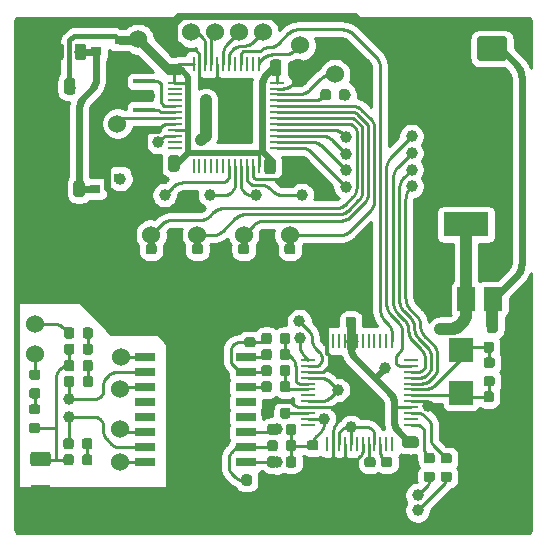
<source format=gbr>
%TF.GenerationSoftware,KiCad,Pcbnew,5.1.9+dfsg1-1*%
%TF.CreationDate,2022-04-22T14:24:18+03:00*%
%TF.ProjectId,Anemometr,416e656d-6f6d-4657-9472-2e6b69636164,rev?*%
%TF.SameCoordinates,Original*%
%TF.FileFunction,Copper,L1,Top*%
%TF.FilePolarity,Positive*%
%FSLAX46Y46*%
G04 Gerber Fmt 4.6, Leading zero omitted, Abs format (unit mm)*
G04 Created by KiCad (PCBNEW 5.1.9+dfsg1-1) date 2022-04-22 14:24:18*
%MOMM*%
%LPD*%
G01*
G04 APERTURE LIST*
%TA.AperFunction,SMDPad,CuDef*%
%ADD10R,0.900000X0.800000*%
%TD*%
%TA.AperFunction,SMDPad,CuDef*%
%ADD11R,1.500000X2.000000*%
%TD*%
%TA.AperFunction,SMDPad,CuDef*%
%ADD12R,3.800000X2.000000*%
%TD*%
%TA.AperFunction,SMDPad,CuDef*%
%ADD13R,1.900000X0.400000*%
%TD*%
%TA.AperFunction,SMDPad,CuDef*%
%ADD14C,1.524000*%
%TD*%
%TA.AperFunction,SMDPad,CuDef*%
%ADD15R,1.300000X0.250000*%
%TD*%
%TA.AperFunction,SMDPad,CuDef*%
%ADD16R,0.250000X1.300000*%
%TD*%
%TA.AperFunction,SMDPad,CuDef*%
%ADD17R,1.670000X0.700000*%
%TD*%
%TA.AperFunction,SMDPad,CuDef*%
%ADD18R,2.000000X2.000000*%
%TD*%
%TA.AperFunction,ViaPad*%
%ADD19C,1.000000*%
%TD*%
%TA.AperFunction,ViaPad*%
%ADD20C,0.800000*%
%TD*%
%TA.AperFunction,Conductor*%
%ADD21C,0.250000*%
%TD*%
%TA.AperFunction,Conductor*%
%ADD22C,0.600000*%
%TD*%
%TA.AperFunction,Conductor*%
%ADD23C,0.300000*%
%TD*%
%TA.AperFunction,Conductor*%
%ADD24C,0.800000*%
%TD*%
%TA.AperFunction,Conductor*%
%ADD25C,0.400000*%
%TD*%
%TA.AperFunction,Conductor*%
%ADD26C,0.500000*%
%TD*%
%TA.AperFunction,Conductor*%
%ADD27C,1.000000*%
%TD*%
%TA.AperFunction,Conductor*%
%ADD28C,0.254000*%
%TD*%
%TA.AperFunction,Conductor*%
%ADD29C,0.100000*%
%TD*%
G04 APERTURE END LIST*
%TO.P,C58,2*%
%TO.N,GND*%
%TA.AperFunction,SMDPad,CuDef*%
G36*
G01*
X59007900Y-68470600D02*
X61057900Y-68470600D01*
G75*
G02*
X61307900Y-68720600I0J-250000D01*
G01*
X61307900Y-70295600D01*
G75*
G02*
X61057900Y-70545600I-250000J0D01*
G01*
X59007900Y-70545600D01*
G75*
G02*
X58757900Y-70295600I0J250000D01*
G01*
X58757900Y-68720600D01*
G75*
G02*
X59007900Y-68470600I250000J0D01*
G01*
G37*
%TD.AperFunction*%
%TO.P,C58,1*%
%TO.N,/5.6-6v*%
%TA.AperFunction,SMDPad,CuDef*%
G36*
G01*
X59007900Y-62245600D02*
X61057900Y-62245600D01*
G75*
G02*
X61307900Y-62495600I0J-250000D01*
G01*
X61307900Y-64070600D01*
G75*
G02*
X61057900Y-64320600I-250000J0D01*
G01*
X59007900Y-64320600D01*
G75*
G02*
X58757900Y-64070600I0J250000D01*
G01*
X58757900Y-62495600D01*
G75*
G02*
X59007900Y-62245600I250000J0D01*
G01*
G37*
%TD.AperFunction*%
%TD*%
D10*
%TO.P,U9,3*%
%TO.N,/5.6-6v*%
X26508200Y-63500000D03*
%TO.P,U9,2*%
%TO.N,+3V3*%
X28508200Y-62550000D03*
%TO.P,U9,1*%
%TO.N,GND*%
X28508200Y-64450000D03*
%TD*%
%TO.P,U7,3*%
%TO.N,/5.6-6v*%
X26457400Y-75158600D03*
%TO.P,U7,2*%
%TO.N,+5VA*%
X28457400Y-74208600D03*
%TO.P,U7,1*%
%TO.N,GND*%
X28457400Y-76108600D03*
%TD*%
%TO.P,C56,2*%
%TO.N,+3.3VDAC*%
%TA.AperFunction,SMDPad,CuDef*%
G36*
G01*
X53593050Y-97098700D02*
X52680550Y-97098700D01*
G75*
G02*
X52436800Y-96854950I0J243750D01*
G01*
X52436800Y-96367450D01*
G75*
G02*
X52680550Y-96123700I243750J0D01*
G01*
X53593050Y-96123700D01*
G75*
G02*
X53836800Y-96367450I0J-243750D01*
G01*
X53836800Y-96854950D01*
G75*
G02*
X53593050Y-97098700I-243750J0D01*
G01*
G37*
%TD.AperFunction*%
%TO.P,C56,1*%
%TO.N,GND*%
%TA.AperFunction,SMDPad,CuDef*%
G36*
G01*
X53593050Y-98973700D02*
X52680550Y-98973700D01*
G75*
G02*
X52436800Y-98729950I0J243750D01*
G01*
X52436800Y-98242450D01*
G75*
G02*
X52680550Y-97998700I243750J0D01*
G01*
X53593050Y-97998700D01*
G75*
G02*
X53836800Y-98242450I0J-243750D01*
G01*
X53836800Y-98729950D01*
G75*
G02*
X53593050Y-98973700I-243750J0D01*
G01*
G37*
%TD.AperFunction*%
%TD*%
D11*
%TO.P,U6,1*%
%TO.N,GND*%
X55535800Y-84480800D03*
%TO.P,U6,3*%
%TO.N,/5.6-6v*%
X60135800Y-84480800D03*
%TO.P,U6,2*%
%TO.N,+3.3VDAC*%
X57835800Y-84480800D03*
D12*
X57835800Y-78180800D03*
%TD*%
%TO.P,C22,2*%
%TO.N,/5.6-6v*%
%TA.AperFunction,SMDPad,CuDef*%
G36*
G01*
X60548100Y-86208550D02*
X60548100Y-87121050D01*
G75*
G02*
X60304350Y-87364800I-243750J0D01*
G01*
X59816850Y-87364800D01*
G75*
G02*
X59573100Y-87121050I0J243750D01*
G01*
X59573100Y-86208550D01*
G75*
G02*
X59816850Y-85964800I243750J0D01*
G01*
X60304350Y-85964800D01*
G75*
G02*
X60548100Y-86208550I0J-243750D01*
G01*
G37*
%TD.AperFunction*%
%TO.P,C22,1*%
%TO.N,GND*%
%TA.AperFunction,SMDPad,CuDef*%
G36*
G01*
X62423100Y-86208550D02*
X62423100Y-87121050D01*
G75*
G02*
X62179350Y-87364800I-243750J0D01*
G01*
X61691850Y-87364800D01*
G75*
G02*
X61448100Y-87121050I0J243750D01*
G01*
X61448100Y-86208550D01*
G75*
G02*
X61691850Y-85964800I243750J0D01*
G01*
X62179350Y-85964800D01*
G75*
G02*
X62423100Y-86208550I0J-243750D01*
G01*
G37*
%TD.AperFunction*%
%TD*%
D13*
%TO.P,Y1,3*%
%TO.N,Net-(U1-Pad6)*%
X30594300Y-68471900D03*
%TO.P,Y1,2*%
%TO.N,GND*%
X30594300Y-67271900D03*
%TO.P,Y1,1*%
%TO.N,Net-(U1-Pad5)*%
X30594300Y-66071900D03*
%TD*%
D14*
%TO.P,J7,1*%
%TO.N,GND*%
X32207200Y-61531500D03*
%TD*%
%TO.P,C49,2*%
%TO.N,Net-(C42-Pad2)*%
%TA.AperFunction,SMDPad,CuDef*%
G36*
G01*
X22430900Y-98653300D02*
X21180900Y-98653300D01*
G75*
G02*
X20930900Y-98403300I0J250000D01*
G01*
X20930900Y-97653300D01*
G75*
G02*
X21180900Y-97403300I250000J0D01*
G01*
X22430900Y-97403300D01*
G75*
G02*
X22680900Y-97653300I0J-250000D01*
G01*
X22680900Y-98403300D01*
G75*
G02*
X22430900Y-98653300I-250000J0D01*
G01*
G37*
%TD.AperFunction*%
%TO.P,C49,1*%
%TO.N,GND*%
%TA.AperFunction,SMDPad,CuDef*%
G36*
G01*
X22430900Y-101453300D02*
X21180900Y-101453300D01*
G75*
G02*
X20930900Y-101203300I0J250000D01*
G01*
X20930900Y-100453300D01*
G75*
G02*
X21180900Y-100203300I250000J0D01*
G01*
X22430900Y-100203300D01*
G75*
G02*
X22680900Y-100453300I0J-250000D01*
G01*
X22680900Y-101203300D01*
G75*
G02*
X22430900Y-101453300I-250000J0D01*
G01*
G37*
%TD.AperFunction*%
%TD*%
%TO.P,R1,2*%
%TO.N,Net-(C4-Pad1)*%
%TA.AperFunction,SMDPad,CuDef*%
G36*
G01*
X60047150Y-90315300D02*
X59534650Y-90315300D01*
G75*
G02*
X59315900Y-90096550I0J218750D01*
G01*
X59315900Y-89659050D01*
G75*
G02*
X59534650Y-89440300I218750J0D01*
G01*
X60047150Y-89440300D01*
G75*
G02*
X60265900Y-89659050I0J-218750D01*
G01*
X60265900Y-90096550D01*
G75*
G02*
X60047150Y-90315300I-218750J0D01*
G01*
G37*
%TD.AperFunction*%
%TO.P,R1,1*%
%TO.N,Net-(C7-Pad1)*%
%TA.AperFunction,SMDPad,CuDef*%
G36*
G01*
X60047150Y-91890300D02*
X59534650Y-91890300D01*
G75*
G02*
X59315900Y-91671550I0J218750D01*
G01*
X59315900Y-91234050D01*
G75*
G02*
X59534650Y-91015300I218750J0D01*
G01*
X60047150Y-91015300D01*
G75*
G02*
X60265900Y-91234050I0J-218750D01*
G01*
X60265900Y-91671550D01*
G75*
G02*
X60047150Y-91890300I-218750J0D01*
G01*
G37*
%TD.AperFunction*%
%TD*%
%TO.P,R4,2*%
%TO.N,Net-(R4-Pad2)*%
%TA.AperFunction,SMDPad,CuDef*%
G36*
G01*
X46386000Y-66952150D02*
X46386000Y-67464650D01*
G75*
G02*
X46167250Y-67683400I-218750J0D01*
G01*
X45729750Y-67683400D01*
G75*
G02*
X45511000Y-67464650I0J218750D01*
G01*
X45511000Y-66952150D01*
G75*
G02*
X45729750Y-66733400I218750J0D01*
G01*
X46167250Y-66733400D01*
G75*
G02*
X46386000Y-66952150I0J-218750D01*
G01*
G37*
%TD.AperFunction*%
%TO.P,R4,1*%
%TO.N,Net-(D4-Pad2)*%
%TA.AperFunction,SMDPad,CuDef*%
G36*
G01*
X47961000Y-66952150D02*
X47961000Y-67464650D01*
G75*
G02*
X47742250Y-67683400I-218750J0D01*
G01*
X47304750Y-67683400D01*
G75*
G02*
X47086000Y-67464650I0J218750D01*
G01*
X47086000Y-66952150D01*
G75*
G02*
X47304750Y-66733400I218750J0D01*
G01*
X47742250Y-66733400D01*
G75*
G02*
X47961000Y-66952150I0J-218750D01*
G01*
G37*
%TD.AperFunction*%
%TD*%
D15*
%TO.P,D3,1*%
%TO.N,Net-(D10-Pad3)*%
X44479100Y-89647900D03*
%TO.P,D3,2*%
%TO.N,Net-(D10-Pad1)*%
X44479100Y-90147900D03*
%TO.P,D3,3*%
%TO.N,GND*%
X44479100Y-90647900D03*
%TO.P,D3,4*%
%TO.N,+3.3VA*%
X44479100Y-91147900D03*
%TO.P,D3,5*%
%TO.N,Net-(C26-Pad1)*%
X44479100Y-91647900D03*
%TO.P,D3,6*%
%TO.N,Net-(C25-Pad1)*%
X44479100Y-92147900D03*
%TO.P,D3,7*%
%TO.N,N/C*%
X44479100Y-92647900D03*
%TO.P,D3,8*%
%TO.N,+3.3VA*%
X44479100Y-93147900D03*
%TO.P,D3,9*%
%TO.N,GND*%
X44479100Y-93647900D03*
%TO.P,D3,10*%
%TO.N,Net-(D3-Pad10)*%
X44479100Y-94147900D03*
%TO.P,D3,11*%
%TO.N,+3.3VA*%
X44479100Y-94647900D03*
%TO.P,D3,12*%
%TO.N,N/C*%
X44479100Y-95147900D03*
D16*
%TO.P,D3,13*%
X46079100Y-96747900D03*
%TO.P,D3,14*%
%TO.N,GND*%
X46579100Y-96747900D03*
%TO.P,D3,15*%
%TO.N,+3.3VA*%
X47079100Y-96747900D03*
%TO.P,D3,16*%
%TO.N,GND*%
X47579100Y-96747900D03*
%TO.P,D3,17*%
%TO.N,+3.3VA*%
X48079100Y-96747900D03*
%TO.P,D3,18*%
%TO.N,N/C*%
X48579100Y-96747900D03*
%TO.P,D3,19*%
%TO.N,GND*%
X49079100Y-96747900D03*
%TO.P,D3,20*%
%TO.N,Net-(C12-Pad2)*%
X49579100Y-96747900D03*
%TO.P,D3,21*%
%TO.N,+3.3VA*%
X50079100Y-96747900D03*
%TO.P,D3,22*%
%TO.N,Net-(C10-Pad2)*%
X50579100Y-96747900D03*
%TO.P,D3,23*%
%TO.N,N/C*%
X51079100Y-96747900D03*
%TO.P,D3,24*%
X51579100Y-96747900D03*
D15*
%TO.P,D3,25*%
%TO.N,Net-(D3-Pad25)*%
X53179100Y-95147900D03*
%TO.P,D3,26*%
%TO.N,N/C*%
X53179100Y-94647900D03*
%TO.P,D3,27*%
%TO.N,Net-(D3-Pad27)*%
X53179100Y-94147900D03*
%TO.P,D3,28*%
%TO.N,+3.3VDAC*%
X53179100Y-93647900D03*
%TO.P,D3,29*%
%TO.N,GND*%
X53179100Y-93147900D03*
%TO.P,D3,30*%
%TO.N,Net-(C7-Pad1)*%
X53179100Y-92647900D03*
%TO.P,D3,31*%
%TO.N,Net-(C4-Pad1)*%
X53179100Y-92147900D03*
%TO.P,D3,32*%
%TO.N,Net-(D3-Pad32)*%
X53179100Y-91647900D03*
%TO.P,D3,33*%
%TO.N,Net-(D3-Pad33)*%
X53179100Y-91147900D03*
%TO.P,D3,34*%
%TO.N,Net-(D3-Pad34)*%
X53179100Y-90647900D03*
%TO.P,D3,35*%
%TO.N,Net-(D3-Pad35)*%
X53179100Y-90147900D03*
%TO.P,D3,36*%
%TO.N,N/C*%
X53179100Y-89647900D03*
D16*
%TO.P,D3,37*%
%TO.N,Net-(D3-Pad37)*%
X51579100Y-88047900D03*
%TO.P,D3,38*%
%TO.N,N/C*%
X51079100Y-88047900D03*
%TO.P,D3,39*%
X50579100Y-88047900D03*
%TO.P,D3,40*%
X50079100Y-88047900D03*
%TO.P,D3,41*%
X49579100Y-88047900D03*
%TO.P,D3,42*%
X49079100Y-88047900D03*
%TO.P,D3,43*%
%TO.N,+3.3VDAC*%
X48579100Y-88047900D03*
%TO.P,D3,44*%
X48079100Y-88047900D03*
%TO.P,D3,45*%
X47579100Y-88047900D03*
%TO.P,D3,46*%
%TO.N,N/C*%
X47079100Y-88047900D03*
%TO.P,D3,47*%
X46579100Y-88047900D03*
%TO.P,D3,48*%
%TO.N,GND*%
X46079100Y-88047900D03*
%TD*%
%TO.P,R40,1*%
%TO.N,Net-(C48-Pad1)*%
%TA.AperFunction,SMDPad,CuDef*%
G36*
G01*
X21579550Y-92919000D02*
X21067050Y-92919000D01*
G75*
G02*
X20848300Y-92700250I0J218750D01*
G01*
X20848300Y-92262750D01*
G75*
G02*
X21067050Y-92044000I218750J0D01*
G01*
X21579550Y-92044000D01*
G75*
G02*
X21798300Y-92262750I0J-218750D01*
G01*
X21798300Y-92700250D01*
G75*
G02*
X21579550Y-92919000I-218750J0D01*
G01*
G37*
%TD.AperFunction*%
%TO.P,R40,2*%
%TO.N,Net-(D15-Pad1)*%
%TA.AperFunction,SMDPad,CuDef*%
G36*
G01*
X21579550Y-91344000D02*
X21067050Y-91344000D01*
G75*
G02*
X20848300Y-91125250I0J218750D01*
G01*
X20848300Y-90687750D01*
G75*
G02*
X21067050Y-90469000I218750J0D01*
G01*
X21579550Y-90469000D01*
G75*
G02*
X21798300Y-90687750I0J-218750D01*
G01*
X21798300Y-91125250D01*
G75*
G02*
X21579550Y-91344000I-218750J0D01*
G01*
G37*
%TD.AperFunction*%
%TD*%
%TO.P,R36,1*%
%TO.N,Net-(C46-Pad1)*%
%TA.AperFunction,SMDPad,CuDef*%
G36*
G01*
X26244000Y-87119750D02*
X26244000Y-87632250D01*
G75*
G02*
X26025250Y-87851000I-218750J0D01*
G01*
X25587750Y-87851000D01*
G75*
G02*
X25369000Y-87632250I0J218750D01*
G01*
X25369000Y-87119750D01*
G75*
G02*
X25587750Y-86901000I218750J0D01*
G01*
X26025250Y-86901000D01*
G75*
G02*
X26244000Y-87119750I0J-218750D01*
G01*
G37*
%TD.AperFunction*%
%TO.P,R36,2*%
%TO.N,Net-(D15-Pad2)*%
%TA.AperFunction,SMDPad,CuDef*%
G36*
G01*
X24669000Y-87119750D02*
X24669000Y-87632250D01*
G75*
G02*
X24450250Y-87851000I-218750J0D01*
G01*
X24012750Y-87851000D01*
G75*
G02*
X23794000Y-87632250I0J218750D01*
G01*
X23794000Y-87119750D01*
G75*
G02*
X24012750Y-86901000I218750J0D01*
G01*
X24450250Y-86901000D01*
G75*
G02*
X24669000Y-87119750I0J-218750D01*
G01*
G37*
%TD.AperFunction*%
%TD*%
%TO.P,R32,1*%
%TO.N,Net-(C42-Pad1)*%
%TA.AperFunction,SMDPad,CuDef*%
G36*
G01*
X26244000Y-91221850D02*
X26244000Y-91734350D01*
G75*
G02*
X26025250Y-91953100I-218750J0D01*
G01*
X25587750Y-91953100D01*
G75*
G02*
X25369000Y-91734350I0J218750D01*
G01*
X25369000Y-91221850D01*
G75*
G02*
X25587750Y-91003100I218750J0D01*
G01*
X26025250Y-91003100D01*
G75*
G02*
X26244000Y-91221850I0J-218750D01*
G01*
G37*
%TD.AperFunction*%
%TO.P,R32,2*%
%TO.N,Net-(D10-Pad10)*%
%TA.AperFunction,SMDPad,CuDef*%
G36*
G01*
X24669000Y-91221850D02*
X24669000Y-91734350D01*
G75*
G02*
X24450250Y-91953100I-218750J0D01*
G01*
X24012750Y-91953100D01*
G75*
G02*
X23794000Y-91734350I0J218750D01*
G01*
X23794000Y-91221850D01*
G75*
G02*
X24012750Y-91003100I218750J0D01*
G01*
X24450250Y-91003100D01*
G75*
G02*
X24669000Y-91221850I0J-218750D01*
G01*
G37*
%TD.AperFunction*%
%TD*%
%TO.P,R35,1*%
%TO.N,Net-(C45-Pad1)*%
%TA.AperFunction,SMDPad,CuDef*%
G36*
G01*
X26193200Y-96492350D02*
X26193200Y-97004850D01*
G75*
G02*
X25974450Y-97223600I-218750J0D01*
G01*
X25536950Y-97223600D01*
G75*
G02*
X25318200Y-97004850I0J218750D01*
G01*
X25318200Y-96492350D01*
G75*
G02*
X25536950Y-96273600I218750J0D01*
G01*
X25974450Y-96273600D01*
G75*
G02*
X26193200Y-96492350I0J-218750D01*
G01*
G37*
%TD.AperFunction*%
%TO.P,R35,2*%
%TO.N,Net-(D10-Pad15)*%
%TA.AperFunction,SMDPad,CuDef*%
G36*
G01*
X24618200Y-96492350D02*
X24618200Y-97004850D01*
G75*
G02*
X24399450Y-97223600I-218750J0D01*
G01*
X23961950Y-97223600D01*
G75*
G02*
X23743200Y-97004850I0J218750D01*
G01*
X23743200Y-96492350D01*
G75*
G02*
X23961950Y-96273600I218750J0D01*
G01*
X24399450Y-96273600D01*
G75*
G02*
X24618200Y-96492350I0J-218750D01*
G01*
G37*
%TD.AperFunction*%
%TD*%
%TO.P,R2,1*%
%TO.N,Net-(D1-Pad1)*%
%TA.AperFunction,SMDPad,CuDef*%
G36*
G01*
X56415650Y-99992900D02*
X55903150Y-99992900D01*
G75*
G02*
X55684400Y-99774150I0J218750D01*
G01*
X55684400Y-99336650D01*
G75*
G02*
X55903150Y-99117900I218750J0D01*
G01*
X56415650Y-99117900D01*
G75*
G02*
X56634400Y-99336650I0J-218750D01*
G01*
X56634400Y-99774150D01*
G75*
G02*
X56415650Y-99992900I-218750J0D01*
G01*
G37*
%TD.AperFunction*%
%TO.P,R2,2*%
%TO.N,Net-(D3-Pad27)*%
%TA.AperFunction,SMDPad,CuDef*%
G36*
G01*
X56415650Y-98417900D02*
X55903150Y-98417900D01*
G75*
G02*
X55684400Y-98199150I0J218750D01*
G01*
X55684400Y-97761650D01*
G75*
G02*
X55903150Y-97542900I218750J0D01*
G01*
X56415650Y-97542900D01*
G75*
G02*
X56634400Y-97761650I0J-218750D01*
G01*
X56634400Y-98199150D01*
G75*
G02*
X56415650Y-98417900I-218750J0D01*
G01*
G37*
%TD.AperFunction*%
%TD*%
%TO.P,R3,1*%
%TO.N,Net-(D2-Pad1)*%
%TA.AperFunction,SMDPad,CuDef*%
G36*
G01*
X54980550Y-99980200D02*
X54468050Y-99980200D01*
G75*
G02*
X54249300Y-99761450I0J218750D01*
G01*
X54249300Y-99323950D01*
G75*
G02*
X54468050Y-99105200I218750J0D01*
G01*
X54980550Y-99105200D01*
G75*
G02*
X55199300Y-99323950I0J-218750D01*
G01*
X55199300Y-99761450D01*
G75*
G02*
X54980550Y-99980200I-218750J0D01*
G01*
G37*
%TD.AperFunction*%
%TO.P,R3,2*%
%TO.N,Net-(D3-Pad25)*%
%TA.AperFunction,SMDPad,CuDef*%
G36*
G01*
X54980550Y-98405200D02*
X54468050Y-98405200D01*
G75*
G02*
X54249300Y-98186450I0J218750D01*
G01*
X54249300Y-97748950D01*
G75*
G02*
X54468050Y-97530200I218750J0D01*
G01*
X54980550Y-97530200D01*
G75*
G02*
X55199300Y-97748950I0J-218750D01*
G01*
X55199300Y-98186450D01*
G75*
G02*
X54980550Y-98405200I-218750J0D01*
G01*
G37*
%TD.AperFunction*%
%TD*%
%TO.P,C3,1*%
%TO.N,GND*%
%TA.AperFunction,SMDPad,CuDef*%
G36*
G01*
X28564550Y-71875100D02*
X28052050Y-71875100D01*
G75*
G02*
X27833300Y-71656350I0J218750D01*
G01*
X27833300Y-71218850D01*
G75*
G02*
X28052050Y-71000100I218750J0D01*
G01*
X28564550Y-71000100D01*
G75*
G02*
X28783300Y-71218850I0J-218750D01*
G01*
X28783300Y-71656350D01*
G75*
G02*
X28564550Y-71875100I-218750J0D01*
G01*
G37*
%TD.AperFunction*%
%TO.P,C3,2*%
%TO.N,Net-(C3-Pad2)*%
%TA.AperFunction,SMDPad,CuDef*%
G36*
G01*
X28564550Y-70300100D02*
X28052050Y-70300100D01*
G75*
G02*
X27833300Y-70081350I0J218750D01*
G01*
X27833300Y-69643850D01*
G75*
G02*
X28052050Y-69425100I218750J0D01*
G01*
X28564550Y-69425100D01*
G75*
G02*
X28783300Y-69643850I0J-218750D01*
G01*
X28783300Y-70081350D01*
G75*
G02*
X28564550Y-70300100I-218750J0D01*
G01*
G37*
%TD.AperFunction*%
%TD*%
%TO.P,R11,1*%
%TO.N,GND*%
%TA.AperFunction,SMDPad,CuDef*%
G36*
G01*
X40507200Y-94414050D02*
X40507200Y-93901550D01*
G75*
G02*
X40725950Y-93682800I218750J0D01*
G01*
X41163450Y-93682800D01*
G75*
G02*
X41382200Y-93901550I0J-218750D01*
G01*
X41382200Y-94414050D01*
G75*
G02*
X41163450Y-94632800I-218750J0D01*
G01*
X40725950Y-94632800D01*
G75*
G02*
X40507200Y-94414050I0J218750D01*
G01*
G37*
%TD.AperFunction*%
%TO.P,R11,2*%
%TO.N,Net-(D3-Pad10)*%
%TA.AperFunction,SMDPad,CuDef*%
G36*
G01*
X42082200Y-94414050D02*
X42082200Y-93901550D01*
G75*
G02*
X42300950Y-93682800I218750J0D01*
G01*
X42738450Y-93682800D01*
G75*
G02*
X42957200Y-93901550I0J-218750D01*
G01*
X42957200Y-94414050D01*
G75*
G02*
X42738450Y-94632800I-218750J0D01*
G01*
X42300950Y-94632800D01*
G75*
G02*
X42082200Y-94414050I0J218750D01*
G01*
G37*
%TD.AperFunction*%
%TD*%
%TO.P,R18,1*%
%TO.N,Net-(C20-Pad1)*%
%TA.AperFunction,SMDPad,CuDef*%
G36*
G01*
X41002500Y-97157250D02*
X41002500Y-96644750D01*
G75*
G02*
X41221250Y-96426000I218750J0D01*
G01*
X41658750Y-96426000D01*
G75*
G02*
X41877500Y-96644750I0J-218750D01*
G01*
X41877500Y-97157250D01*
G75*
G02*
X41658750Y-97376000I-218750J0D01*
G01*
X41221250Y-97376000D01*
G75*
G02*
X41002500Y-97157250I0J218750D01*
G01*
G37*
%TD.AperFunction*%
%TO.P,R18,2*%
%TO.N,+3.3VA*%
%TA.AperFunction,SMDPad,CuDef*%
G36*
G01*
X42577500Y-97157250D02*
X42577500Y-96644750D01*
G75*
G02*
X42796250Y-96426000I218750J0D01*
G01*
X43233750Y-96426000D01*
G75*
G02*
X43452500Y-96644750I0J-218750D01*
G01*
X43452500Y-97157250D01*
G75*
G02*
X43233750Y-97376000I-218750J0D01*
G01*
X42796250Y-97376000D01*
G75*
G02*
X42577500Y-97157250I0J218750D01*
G01*
G37*
%TD.AperFunction*%
%TD*%
%TO.P,R12,1*%
%TO.N,Net-(C16-Pad2)*%
%TA.AperFunction,SMDPad,CuDef*%
G36*
G01*
X40507200Y-90807250D02*
X40507200Y-90294750D01*
G75*
G02*
X40725950Y-90076000I218750J0D01*
G01*
X41163450Y-90076000D01*
G75*
G02*
X41382200Y-90294750I0J-218750D01*
G01*
X41382200Y-90807250D01*
G75*
G02*
X41163450Y-91026000I-218750J0D01*
G01*
X40725950Y-91026000D01*
G75*
G02*
X40507200Y-90807250I0J218750D01*
G01*
G37*
%TD.AperFunction*%
%TO.P,R12,2*%
%TO.N,Net-(C25-Pad1)*%
%TA.AperFunction,SMDPad,CuDef*%
G36*
G01*
X42082200Y-90807250D02*
X42082200Y-90294750D01*
G75*
G02*
X42300950Y-90076000I218750J0D01*
G01*
X42738450Y-90076000D01*
G75*
G02*
X42957200Y-90294750I0J-218750D01*
G01*
X42957200Y-90807250D01*
G75*
G02*
X42738450Y-91026000I-218750J0D01*
G01*
X42300950Y-91026000D01*
G75*
G02*
X42082200Y-90807250I0J218750D01*
G01*
G37*
%TD.AperFunction*%
%TD*%
%TO.P,R14,1*%
%TO.N,Net-(C16-Pad2)*%
%TA.AperFunction,SMDPad,CuDef*%
G36*
G01*
X40507200Y-88089450D02*
X40507200Y-87576950D01*
G75*
G02*
X40725950Y-87358200I218750J0D01*
G01*
X41163450Y-87358200D01*
G75*
G02*
X41382200Y-87576950I0J-218750D01*
G01*
X41382200Y-88089450D01*
G75*
G02*
X41163450Y-88308200I-218750J0D01*
G01*
X40725950Y-88308200D01*
G75*
G02*
X40507200Y-88089450I0J218750D01*
G01*
G37*
%TD.AperFunction*%
%TO.P,R14,2*%
%TO.N,Net-(C26-Pad1)*%
%TA.AperFunction,SMDPad,CuDef*%
G36*
G01*
X42082200Y-88089450D02*
X42082200Y-87576950D01*
G75*
G02*
X42300950Y-87358200I218750J0D01*
G01*
X42738450Y-87358200D01*
G75*
G02*
X42957200Y-87576950I0J-218750D01*
G01*
X42957200Y-88089450D01*
G75*
G02*
X42738450Y-88308200I-218750J0D01*
G01*
X42300950Y-88308200D01*
G75*
G02*
X42082200Y-88089450I0J218750D01*
G01*
G37*
%TD.AperFunction*%
%TD*%
D17*
%TO.P,D10,1*%
%TO.N,Net-(D10-Pad1)*%
X39164600Y-98310700D03*
%TO.P,D10,2*%
%TO.N,Net-(C20-Pad1)*%
X39164600Y-97040700D03*
%TO.P,D10,3*%
%TO.N,Net-(D10-Pad3)*%
X39164600Y-95770700D03*
%TO.P,D10,4*%
%TO.N,N/C*%
X39164600Y-94500700D03*
%TO.P,D10,5*%
X39164600Y-93230700D03*
%TO.P,D10,6*%
%TO.N,Net-(C25-Pad2)*%
X39164600Y-91960700D03*
%TO.P,D10,7*%
%TO.N,Net-(C16-Pad2)*%
X39164600Y-90690700D03*
%TO.P,D10,8*%
%TO.N,Net-(C26-Pad2)*%
X39164600Y-89420700D03*
%TO.P,D10,9*%
%TO.N,Net-(D10-Pad9)*%
X30634600Y-89420700D03*
%TO.P,D10,10*%
%TO.N,Net-(D10-Pad10)*%
X30634600Y-90690700D03*
%TO.P,D10,11*%
%TO.N,Net-(D10-Pad11)*%
X30634600Y-91960700D03*
%TO.P,D10,12*%
%TO.N,N/C*%
X30634600Y-93230700D03*
%TO.P,D10,14*%
%TO.N,Net-(D10-Pad14)*%
X30634600Y-95770700D03*
%TO.P,D10,15*%
%TO.N,Net-(D10-Pad15)*%
X30634600Y-97040700D03*
%TO.P,D10,16*%
%TO.N,Net-(D10-Pad16)*%
X30634600Y-98310700D03*
%TO.P,D10,13*%
%TO.N,N/C*%
X30634600Y-94500700D03*
%TD*%
D14*
%TO.P,J6,1*%
%TO.N,+3V3*%
X30060900Y-62496700D03*
%TD*%
%TO.P,J4,1*%
%TO.N,Net-(J4-Pad1)*%
X34556700Y-61887100D03*
%TD*%
%TO.P,J3,1*%
%TO.N,Net-(J3-Pad1)*%
X36584466Y-61887100D03*
%TD*%
%TO.P,C48,1*%
%TO.N,Net-(C48-Pad1)*%
%TA.AperFunction,SMDPad,CuDef*%
G36*
G01*
X21041650Y-93390000D02*
X21554150Y-93390000D01*
G75*
G02*
X21772900Y-93608750I0J-218750D01*
G01*
X21772900Y-94046250D01*
G75*
G02*
X21554150Y-94265000I-218750J0D01*
G01*
X21041650Y-94265000D01*
G75*
G02*
X20822900Y-94046250I0J218750D01*
G01*
X20822900Y-93608750D01*
G75*
G02*
X21041650Y-93390000I218750J0D01*
G01*
G37*
%TD.AperFunction*%
%TO.P,C48,2*%
%TO.N,Net-(C42-Pad2)*%
%TA.AperFunction,SMDPad,CuDef*%
G36*
G01*
X21041650Y-94965000D02*
X21554150Y-94965000D01*
G75*
G02*
X21772900Y-95183750I0J-218750D01*
G01*
X21772900Y-95621250D01*
G75*
G02*
X21554150Y-95840000I-218750J0D01*
G01*
X21041650Y-95840000D01*
G75*
G02*
X20822900Y-95621250I0J218750D01*
G01*
X20822900Y-95183750D01*
G75*
G02*
X21041650Y-94965000I218750J0D01*
G01*
G37*
%TD.AperFunction*%
%TD*%
%TO.P,C46,1*%
%TO.N,Net-(C46-Pad1)*%
%TA.AperFunction,SMDPad,CuDef*%
G36*
G01*
X26244000Y-88478650D02*
X26244000Y-88991150D01*
G75*
G02*
X26025250Y-89209900I-218750J0D01*
G01*
X25587750Y-89209900D01*
G75*
G02*
X25369000Y-88991150I0J218750D01*
G01*
X25369000Y-88478650D01*
G75*
G02*
X25587750Y-88259900I218750J0D01*
G01*
X26025250Y-88259900D01*
G75*
G02*
X26244000Y-88478650I0J-218750D01*
G01*
G37*
%TD.AperFunction*%
%TO.P,C46,2*%
%TO.N,Net-(C42-Pad2)*%
%TA.AperFunction,SMDPad,CuDef*%
G36*
G01*
X24669000Y-88478650D02*
X24669000Y-88991150D01*
G75*
G02*
X24450250Y-89209900I-218750J0D01*
G01*
X24012750Y-89209900D01*
G75*
G02*
X23794000Y-88991150I0J218750D01*
G01*
X23794000Y-88478650D01*
G75*
G02*
X24012750Y-88259900I218750J0D01*
G01*
X24450250Y-88259900D01*
G75*
G02*
X24669000Y-88478650I0J-218750D01*
G01*
G37*
%TD.AperFunction*%
%TD*%
%TO.P,C45,1*%
%TO.N,Net-(C45-Pad1)*%
%TA.AperFunction,SMDPad,CuDef*%
G36*
G01*
X26193200Y-97851250D02*
X26193200Y-98363750D01*
G75*
G02*
X25974450Y-98582500I-218750J0D01*
G01*
X25536950Y-98582500D01*
G75*
G02*
X25318200Y-98363750I0J218750D01*
G01*
X25318200Y-97851250D01*
G75*
G02*
X25536950Y-97632500I218750J0D01*
G01*
X25974450Y-97632500D01*
G75*
G02*
X26193200Y-97851250I0J-218750D01*
G01*
G37*
%TD.AperFunction*%
%TO.P,C45,2*%
%TO.N,Net-(C42-Pad2)*%
%TA.AperFunction,SMDPad,CuDef*%
G36*
G01*
X24618200Y-97851250D02*
X24618200Y-98363750D01*
G75*
G02*
X24399450Y-98582500I-218750J0D01*
G01*
X23961950Y-98582500D01*
G75*
G02*
X23743200Y-98363750I0J218750D01*
G01*
X23743200Y-97851250D01*
G75*
G02*
X23961950Y-97632500I218750J0D01*
G01*
X24399450Y-97632500D01*
G75*
G02*
X24618200Y-97851250I0J-218750D01*
G01*
G37*
%TD.AperFunction*%
%TD*%
%TO.P,C42,1*%
%TO.N,Net-(C42-Pad1)*%
%TA.AperFunction,SMDPad,CuDef*%
G36*
G01*
X26244000Y-89875650D02*
X26244000Y-90388150D01*
G75*
G02*
X26025250Y-90606900I-218750J0D01*
G01*
X25587750Y-90606900D01*
G75*
G02*
X25369000Y-90388150I0J218750D01*
G01*
X25369000Y-89875650D01*
G75*
G02*
X25587750Y-89656900I218750J0D01*
G01*
X26025250Y-89656900D01*
G75*
G02*
X26244000Y-89875650I0J-218750D01*
G01*
G37*
%TD.AperFunction*%
%TO.P,C42,2*%
%TO.N,Net-(C42-Pad2)*%
%TA.AperFunction,SMDPad,CuDef*%
G36*
G01*
X24669000Y-89875650D02*
X24669000Y-90388150D01*
G75*
G02*
X24450250Y-90606900I-218750J0D01*
G01*
X24012750Y-90606900D01*
G75*
G02*
X23794000Y-90388150I0J218750D01*
G01*
X23794000Y-89875650D01*
G75*
G02*
X24012750Y-89656900I218750J0D01*
G01*
X24450250Y-89656900D01*
G75*
G02*
X24669000Y-89875650I0J-218750D01*
G01*
G37*
%TD.AperFunction*%
%TD*%
%TO.P,R8,1*%
%TO.N,GND*%
%TA.AperFunction,SMDPad,CuDef*%
G36*
G01*
X43169550Y-82276400D02*
X42657050Y-82276400D01*
G75*
G02*
X42438300Y-82057650I0J218750D01*
G01*
X42438300Y-81620150D01*
G75*
G02*
X42657050Y-81401400I218750J0D01*
G01*
X43169550Y-81401400D01*
G75*
G02*
X43388300Y-81620150I0J-218750D01*
G01*
X43388300Y-82057650D01*
G75*
G02*
X43169550Y-82276400I-218750J0D01*
G01*
G37*
%TD.AperFunction*%
%TO.P,R8,2*%
%TO.N,Net-(J13-Pad1)*%
%TA.AperFunction,SMDPad,CuDef*%
G36*
G01*
X43169550Y-80701400D02*
X42657050Y-80701400D01*
G75*
G02*
X42438300Y-80482650I0J218750D01*
G01*
X42438300Y-80045150D01*
G75*
G02*
X42657050Y-79826400I218750J0D01*
G01*
X43169550Y-79826400D01*
G75*
G02*
X43388300Y-80045150I0J-218750D01*
G01*
X43388300Y-80482650D01*
G75*
G02*
X43169550Y-80701400I-218750J0D01*
G01*
G37*
%TD.AperFunction*%
%TD*%
%TO.P,R7,1*%
%TO.N,GND*%
%TA.AperFunction,SMDPad,CuDef*%
G36*
G01*
X39257950Y-82276400D02*
X38745450Y-82276400D01*
G75*
G02*
X38526700Y-82057650I0J218750D01*
G01*
X38526700Y-81620150D01*
G75*
G02*
X38745450Y-81401400I218750J0D01*
G01*
X39257950Y-81401400D01*
G75*
G02*
X39476700Y-81620150I0J-218750D01*
G01*
X39476700Y-82057650D01*
G75*
G02*
X39257950Y-82276400I-218750J0D01*
G01*
G37*
%TD.AperFunction*%
%TO.P,R7,2*%
%TO.N,Net-(J12-Pad1)*%
%TA.AperFunction,SMDPad,CuDef*%
G36*
G01*
X39257950Y-80701400D02*
X38745450Y-80701400D01*
G75*
G02*
X38526700Y-80482650I0J218750D01*
G01*
X38526700Y-80045150D01*
G75*
G02*
X38745450Y-79826400I218750J0D01*
G01*
X39257950Y-79826400D01*
G75*
G02*
X39476700Y-80045150I0J-218750D01*
G01*
X39476700Y-80482650D01*
G75*
G02*
X39257950Y-80701400I-218750J0D01*
G01*
G37*
%TD.AperFunction*%
%TD*%
%TO.P,R6,1*%
%TO.N,GND*%
%TA.AperFunction,SMDPad,CuDef*%
G36*
G01*
X35346350Y-82276400D02*
X34833850Y-82276400D01*
G75*
G02*
X34615100Y-82057650I0J218750D01*
G01*
X34615100Y-81620150D01*
G75*
G02*
X34833850Y-81401400I218750J0D01*
G01*
X35346350Y-81401400D01*
G75*
G02*
X35565100Y-81620150I0J-218750D01*
G01*
X35565100Y-82057650D01*
G75*
G02*
X35346350Y-82276400I-218750J0D01*
G01*
G37*
%TD.AperFunction*%
%TO.P,R6,2*%
%TO.N,Net-(J11-Pad1)*%
%TA.AperFunction,SMDPad,CuDef*%
G36*
G01*
X35346350Y-80701400D02*
X34833850Y-80701400D01*
G75*
G02*
X34615100Y-80482650I0J218750D01*
G01*
X34615100Y-80045150D01*
G75*
G02*
X34833850Y-79826400I218750J0D01*
G01*
X35346350Y-79826400D01*
G75*
G02*
X35565100Y-80045150I0J-218750D01*
G01*
X35565100Y-80482650D01*
G75*
G02*
X35346350Y-80701400I-218750J0D01*
G01*
G37*
%TD.AperFunction*%
%TD*%
%TO.P,R5,1*%
%TO.N,GND*%
%TA.AperFunction,SMDPad,CuDef*%
G36*
G01*
X31434750Y-82276400D02*
X30922250Y-82276400D01*
G75*
G02*
X30703500Y-82057650I0J218750D01*
G01*
X30703500Y-81620150D01*
G75*
G02*
X30922250Y-81401400I218750J0D01*
G01*
X31434750Y-81401400D01*
G75*
G02*
X31653500Y-81620150I0J-218750D01*
G01*
X31653500Y-82057650D01*
G75*
G02*
X31434750Y-82276400I-218750J0D01*
G01*
G37*
%TD.AperFunction*%
%TO.P,R5,2*%
%TO.N,Net-(J10-Pad1)*%
%TA.AperFunction,SMDPad,CuDef*%
G36*
G01*
X31434750Y-80701400D02*
X30922250Y-80701400D01*
G75*
G02*
X30703500Y-80482650I0J218750D01*
G01*
X30703500Y-80045150D01*
G75*
G02*
X30922250Y-79826400I218750J0D01*
G01*
X31434750Y-79826400D01*
G75*
G02*
X31653500Y-80045150I0J-218750D01*
G01*
X31653500Y-80482650D01*
G75*
G02*
X31434750Y-80701400I-218750J0D01*
G01*
G37*
%TD.AperFunction*%
%TD*%
%TO.P,J17,1*%
%TO.N,GND*%
X39789100Y-82219800D03*
%TD*%
%TO.P,J13,1*%
%TO.N,Net-(J13-Pad1)*%
X42926000Y-79070200D03*
%TD*%
%TO.P,J16,1*%
%TO.N,GND*%
X43688000Y-82219800D03*
%TD*%
%TO.P,J12,1*%
%TO.N,Net-(J12-Pad1)*%
X39005932Y-79070200D03*
%TD*%
%TO.P,J15,1*%
%TO.N,GND*%
X31991300Y-82219800D03*
%TD*%
%TO.P,J11,1*%
%TO.N,Net-(J11-Pad1)*%
X35085866Y-79070200D03*
%TD*%
%TO.P,J14,1*%
%TO.N,GND*%
X35890200Y-82219800D03*
%TD*%
%TO.P,J10,1*%
%TO.N,Net-(J10-Pad1)*%
X31165800Y-79070200D03*
%TD*%
%TO.P,R10,1*%
%TO.N,Net-(D10-Pad1)*%
%TA.AperFunction,SMDPad,CuDef*%
G36*
G01*
X41002500Y-98541550D02*
X41002500Y-98029050D01*
G75*
G02*
X41221250Y-97810300I218750J0D01*
G01*
X41658750Y-97810300D01*
G75*
G02*
X41877500Y-98029050I0J-218750D01*
G01*
X41877500Y-98541550D01*
G75*
G02*
X41658750Y-98760300I-218750J0D01*
G01*
X41221250Y-98760300D01*
G75*
G02*
X41002500Y-98541550I0J218750D01*
G01*
G37*
%TD.AperFunction*%
%TO.P,R10,2*%
%TO.N,+3.3VA*%
%TA.AperFunction,SMDPad,CuDef*%
G36*
G01*
X42577500Y-98541550D02*
X42577500Y-98029050D01*
G75*
G02*
X42796250Y-97810300I218750J0D01*
G01*
X43233750Y-97810300D01*
G75*
G02*
X43452500Y-98029050I0J-218750D01*
G01*
X43452500Y-98541550D01*
G75*
G02*
X43233750Y-98760300I-218750J0D01*
G01*
X42796250Y-98760300D01*
G75*
G02*
X42577500Y-98541550I0J218750D01*
G01*
G37*
%TD.AperFunction*%
%TD*%
%TO.P,R9,1*%
%TO.N,Net-(D10-Pad3)*%
%TA.AperFunction,SMDPad,CuDef*%
G36*
G01*
X41002500Y-95785650D02*
X41002500Y-95273150D01*
G75*
G02*
X41221250Y-95054400I218750J0D01*
G01*
X41658750Y-95054400D01*
G75*
G02*
X41877500Y-95273150I0J-218750D01*
G01*
X41877500Y-95785650D01*
G75*
G02*
X41658750Y-96004400I-218750J0D01*
G01*
X41221250Y-96004400D01*
G75*
G02*
X41002500Y-95785650I0J218750D01*
G01*
G37*
%TD.AperFunction*%
%TO.P,R9,2*%
%TO.N,+3.3VA*%
%TA.AperFunction,SMDPad,CuDef*%
G36*
G01*
X42577500Y-95785650D02*
X42577500Y-95273150D01*
G75*
G02*
X42796250Y-95054400I218750J0D01*
G01*
X43233750Y-95054400D01*
G75*
G02*
X43452500Y-95273150I0J-218750D01*
G01*
X43452500Y-95785650D01*
G75*
G02*
X43233750Y-96004400I-218750J0D01*
G01*
X42796250Y-96004400D01*
G75*
G02*
X42577500Y-95785650I0J218750D01*
G01*
G37*
%TD.AperFunction*%
%TD*%
%TO.P,C15,1*%
%TO.N,GND*%
%TA.AperFunction,SMDPad,CuDef*%
G36*
G01*
X46057100Y-86705150D02*
X46057100Y-86192650D01*
G75*
G02*
X46275850Y-85973900I218750J0D01*
G01*
X46713350Y-85973900D01*
G75*
G02*
X46932100Y-86192650I0J-218750D01*
G01*
X46932100Y-86705150D01*
G75*
G02*
X46713350Y-86923900I-218750J0D01*
G01*
X46275850Y-86923900D01*
G75*
G02*
X46057100Y-86705150I0J218750D01*
G01*
G37*
%TD.AperFunction*%
%TO.P,C15,2*%
%TO.N,+3.3VDAC*%
%TA.AperFunction,SMDPad,CuDef*%
G36*
G01*
X47632100Y-86705150D02*
X47632100Y-86192650D01*
G75*
G02*
X47850850Y-85973900I218750J0D01*
G01*
X48288350Y-85973900D01*
G75*
G02*
X48507100Y-86192650I0J-218750D01*
G01*
X48507100Y-86705150D01*
G75*
G02*
X48288350Y-86923900I-218750J0D01*
G01*
X47850850Y-86923900D01*
G75*
G02*
X47632100Y-86705150I0J218750D01*
G01*
G37*
%TD.AperFunction*%
%TD*%
%TO.P,C39,1*%
%TO.N,+3.3VA*%
%TA.AperFunction,SMDPad,CuDef*%
G36*
G01*
X44587450Y-96438000D02*
X45099950Y-96438000D01*
G75*
G02*
X45318700Y-96656750I0J-218750D01*
G01*
X45318700Y-97094250D01*
G75*
G02*
X45099950Y-97313000I-218750J0D01*
G01*
X44587450Y-97313000D01*
G75*
G02*
X44368700Y-97094250I0J218750D01*
G01*
X44368700Y-96656750D01*
G75*
G02*
X44587450Y-96438000I218750J0D01*
G01*
G37*
%TD.AperFunction*%
%TO.P,C39,2*%
%TO.N,GND*%
%TA.AperFunction,SMDPad,CuDef*%
G36*
G01*
X44587450Y-98013000D02*
X45099950Y-98013000D01*
G75*
G02*
X45318700Y-98231750I0J-218750D01*
G01*
X45318700Y-98669250D01*
G75*
G02*
X45099950Y-98888000I-218750J0D01*
G01*
X44587450Y-98888000D01*
G75*
G02*
X44368700Y-98669250I0J218750D01*
G01*
X44368700Y-98231750D01*
G75*
G02*
X44587450Y-98013000I218750J0D01*
G01*
G37*
%TD.AperFunction*%
%TD*%
%TO.P,C26,1*%
%TO.N,Net-(C26-Pad1)*%
%TA.AperFunction,SMDPad,CuDef*%
G36*
G01*
X42957200Y-88935850D02*
X42957200Y-89448350D01*
G75*
G02*
X42738450Y-89667100I-218750J0D01*
G01*
X42300950Y-89667100D01*
G75*
G02*
X42082200Y-89448350I0J218750D01*
G01*
X42082200Y-88935850D01*
G75*
G02*
X42300950Y-88717100I218750J0D01*
G01*
X42738450Y-88717100D01*
G75*
G02*
X42957200Y-88935850I0J-218750D01*
G01*
G37*
%TD.AperFunction*%
%TO.P,C26,2*%
%TO.N,Net-(C26-Pad2)*%
%TA.AperFunction,SMDPad,CuDef*%
G36*
G01*
X41382200Y-88935850D02*
X41382200Y-89448350D01*
G75*
G02*
X41163450Y-89667100I-218750J0D01*
G01*
X40725950Y-89667100D01*
G75*
G02*
X40507200Y-89448350I0J218750D01*
G01*
X40507200Y-88935850D01*
G75*
G02*
X40725950Y-88717100I218750J0D01*
G01*
X41163450Y-88717100D01*
G75*
G02*
X41382200Y-88935850I0J-218750D01*
G01*
G37*
%TD.AperFunction*%
%TD*%
%TO.P,C25,1*%
%TO.N,Net-(C25-Pad1)*%
%TA.AperFunction,SMDPad,CuDef*%
G36*
G01*
X42957200Y-91653650D02*
X42957200Y-92166150D01*
G75*
G02*
X42738450Y-92384900I-218750J0D01*
G01*
X42300950Y-92384900D01*
G75*
G02*
X42082200Y-92166150I0J218750D01*
G01*
X42082200Y-91653650D01*
G75*
G02*
X42300950Y-91434900I218750J0D01*
G01*
X42738450Y-91434900D01*
G75*
G02*
X42957200Y-91653650I0J-218750D01*
G01*
G37*
%TD.AperFunction*%
%TO.P,C25,2*%
%TO.N,Net-(C25-Pad2)*%
%TA.AperFunction,SMDPad,CuDef*%
G36*
G01*
X41382200Y-91653650D02*
X41382200Y-92166150D01*
G75*
G02*
X41163450Y-92384900I-218750J0D01*
G01*
X40725950Y-92384900D01*
G75*
G02*
X40507200Y-92166150I0J218750D01*
G01*
X40507200Y-91653650D01*
G75*
G02*
X40725950Y-91434900I218750J0D01*
G01*
X41163450Y-91434900D01*
G75*
G02*
X41382200Y-91653650I0J-218750D01*
G01*
G37*
%TD.AperFunction*%
%TD*%
%TO.P,C20,1*%
%TO.N,Net-(C20-Pad1)*%
%TA.AperFunction,SMDPad,CuDef*%
G36*
G01*
X38818100Y-100078250D02*
X38818100Y-99565750D01*
G75*
G02*
X39036850Y-99347000I218750J0D01*
G01*
X39474350Y-99347000D01*
G75*
G02*
X39693100Y-99565750I0J-218750D01*
G01*
X39693100Y-100078250D01*
G75*
G02*
X39474350Y-100297000I-218750J0D01*
G01*
X39036850Y-100297000D01*
G75*
G02*
X38818100Y-100078250I0J218750D01*
G01*
G37*
%TD.AperFunction*%
%TO.P,C20,2*%
%TO.N,GND*%
%TA.AperFunction,SMDPad,CuDef*%
G36*
G01*
X40393100Y-100078250D02*
X40393100Y-99565750D01*
G75*
G02*
X40611850Y-99347000I218750J0D01*
G01*
X41049350Y-99347000D01*
G75*
G02*
X41268100Y-99565750I0J-218750D01*
G01*
X41268100Y-100078250D01*
G75*
G02*
X41049350Y-100297000I-218750J0D01*
G01*
X40611850Y-100297000D01*
G75*
G02*
X40393100Y-100078250I0J218750D01*
G01*
G37*
%TD.AperFunction*%
%TD*%
%TO.P,C16,1*%
%TO.N,GND*%
%TA.AperFunction,SMDPad,CuDef*%
G36*
G01*
X39278850Y-86138300D02*
X39791350Y-86138300D01*
G75*
G02*
X40010100Y-86357050I0J-218750D01*
G01*
X40010100Y-86794550D01*
G75*
G02*
X39791350Y-87013300I-218750J0D01*
G01*
X39278850Y-87013300D01*
G75*
G02*
X39060100Y-86794550I0J218750D01*
G01*
X39060100Y-86357050D01*
G75*
G02*
X39278850Y-86138300I218750J0D01*
G01*
G37*
%TD.AperFunction*%
%TO.P,C16,2*%
%TO.N,Net-(C16-Pad2)*%
%TA.AperFunction,SMDPad,CuDef*%
G36*
G01*
X39278850Y-87713300D02*
X39791350Y-87713300D01*
G75*
G02*
X40010100Y-87932050I0J-218750D01*
G01*
X40010100Y-88369550D01*
G75*
G02*
X39791350Y-88588300I-218750J0D01*
G01*
X39278850Y-88588300D01*
G75*
G02*
X39060100Y-88369550I0J218750D01*
G01*
X39060100Y-87932050D01*
G75*
G02*
X39278850Y-87713300I218750J0D01*
G01*
G37*
%TD.AperFunction*%
%TD*%
%TO.P,C12,1*%
%TO.N,GND*%
%TA.AperFunction,SMDPad,CuDef*%
G36*
G01*
X49951350Y-100323100D02*
X49438850Y-100323100D01*
G75*
G02*
X49220100Y-100104350I0J218750D01*
G01*
X49220100Y-99666850D01*
G75*
G02*
X49438850Y-99448100I218750J0D01*
G01*
X49951350Y-99448100D01*
G75*
G02*
X50170100Y-99666850I0J-218750D01*
G01*
X50170100Y-100104350D01*
G75*
G02*
X49951350Y-100323100I-218750J0D01*
G01*
G37*
%TD.AperFunction*%
%TO.P,C12,2*%
%TO.N,Net-(C12-Pad2)*%
%TA.AperFunction,SMDPad,CuDef*%
G36*
G01*
X49951350Y-98748100D02*
X49438850Y-98748100D01*
G75*
G02*
X49220100Y-98529350I0J218750D01*
G01*
X49220100Y-98091850D01*
G75*
G02*
X49438850Y-97873100I218750J0D01*
G01*
X49951350Y-97873100D01*
G75*
G02*
X50170100Y-98091850I0J-218750D01*
G01*
X50170100Y-98529350D01*
G75*
G02*
X49951350Y-98748100I-218750J0D01*
G01*
G37*
%TD.AperFunction*%
%TD*%
%TO.P,C10,1*%
%TO.N,GND*%
%TA.AperFunction,SMDPad,CuDef*%
G36*
G01*
X51361050Y-100323100D02*
X50848550Y-100323100D01*
G75*
G02*
X50629800Y-100104350I0J218750D01*
G01*
X50629800Y-99666850D01*
G75*
G02*
X50848550Y-99448100I218750J0D01*
G01*
X51361050Y-99448100D01*
G75*
G02*
X51579800Y-99666850I0J-218750D01*
G01*
X51579800Y-100104350D01*
G75*
G02*
X51361050Y-100323100I-218750J0D01*
G01*
G37*
%TD.AperFunction*%
%TO.P,C10,2*%
%TO.N,Net-(C10-Pad2)*%
%TA.AperFunction,SMDPad,CuDef*%
G36*
G01*
X51361050Y-98748100D02*
X50848550Y-98748100D01*
G75*
G02*
X50629800Y-98529350I0J218750D01*
G01*
X50629800Y-98091850D01*
G75*
G02*
X50848550Y-97873100I218750J0D01*
G01*
X51361050Y-97873100D01*
G75*
G02*
X51579800Y-98091850I0J-218750D01*
G01*
X51579800Y-98529350D01*
G75*
G02*
X51361050Y-98748100I-218750J0D01*
G01*
G37*
%TD.AperFunction*%
%TD*%
D18*
%TO.P,Y2,1*%
%TO.N,Net-(C4-Pad1)*%
X57404000Y-88839900D03*
%TO.P,Y2,2*%
%TO.N,Net-(C7-Pad1)*%
X57404000Y-92439900D03*
%TD*%
D14*
%TO.P,J23,1*%
%TO.N,Net-(D15-Pad2)*%
X21297900Y-86575900D03*
%TD*%
%TO.P,J22,1*%
%TO.N,Net-(D10-Pad9)*%
X28587700Y-89408000D03*
%TD*%
%TO.P,J21,1*%
%TO.N,Net-(D15-Pad1)*%
X21297900Y-89179400D03*
%TD*%
%TO.P,J20,1*%
%TO.N,Net-(D10-Pad11)*%
X28575000Y-92121566D03*
%TD*%
%TO.P,J19,1*%
%TO.N,Net-(D10-Pad14)*%
X28575000Y-95495532D03*
%TD*%
%TO.P,J18,1*%
%TO.N,Net-(D10-Pad16)*%
X28575000Y-98298000D03*
%TD*%
%TO.P,C7,1*%
%TO.N,Net-(C7-Pad1)*%
%TA.AperFunction,SMDPad,CuDef*%
G36*
G01*
X59315900Y-93017050D02*
X59315900Y-92504550D01*
G75*
G02*
X59534650Y-92285800I218750J0D01*
G01*
X59972150Y-92285800D01*
G75*
G02*
X60190900Y-92504550I0J-218750D01*
G01*
X60190900Y-93017050D01*
G75*
G02*
X59972150Y-93235800I-218750J0D01*
G01*
X59534650Y-93235800D01*
G75*
G02*
X59315900Y-93017050I0J218750D01*
G01*
G37*
%TD.AperFunction*%
%TO.P,C7,2*%
%TO.N,GND*%
%TA.AperFunction,SMDPad,CuDef*%
G36*
G01*
X60890900Y-93017050D02*
X60890900Y-92504550D01*
G75*
G02*
X61109650Y-92285800I218750J0D01*
G01*
X61547150Y-92285800D01*
G75*
G02*
X61765900Y-92504550I0J-218750D01*
G01*
X61765900Y-93017050D01*
G75*
G02*
X61547150Y-93235800I-218750J0D01*
G01*
X61109650Y-93235800D01*
G75*
G02*
X60890900Y-93017050I0J218750D01*
G01*
G37*
%TD.AperFunction*%
%TD*%
%TO.P,C4,1*%
%TO.N,Net-(C4-Pad1)*%
%TA.AperFunction,SMDPad,CuDef*%
G36*
G01*
X59315900Y-88826050D02*
X59315900Y-88313550D01*
G75*
G02*
X59534650Y-88094800I218750J0D01*
G01*
X59972150Y-88094800D01*
G75*
G02*
X60190900Y-88313550I0J-218750D01*
G01*
X60190900Y-88826050D01*
G75*
G02*
X59972150Y-89044800I-218750J0D01*
G01*
X59534650Y-89044800D01*
G75*
G02*
X59315900Y-88826050I0J218750D01*
G01*
G37*
%TD.AperFunction*%
%TO.P,C4,2*%
%TO.N,GND*%
%TA.AperFunction,SMDPad,CuDef*%
G36*
G01*
X60890900Y-88826050D02*
X60890900Y-88313550D01*
G75*
G02*
X61109650Y-88094800I218750J0D01*
G01*
X61547150Y-88094800D01*
G75*
G02*
X61765900Y-88313550I0J-218750D01*
G01*
X61765900Y-88826050D01*
G75*
G02*
X61547150Y-89044800I-218750J0D01*
G01*
X61109650Y-89044800D01*
G75*
G02*
X60890900Y-88826050I0J218750D01*
G01*
G37*
%TD.AperFunction*%
%TD*%
%TO.P,C36,1*%
%TO.N,GND*%
%TA.AperFunction,SMDPad,CuDef*%
G36*
G01*
X22819300Y-64019750D02*
X22819300Y-63107250D01*
G75*
G02*
X23063050Y-62863500I243750J0D01*
G01*
X23550550Y-62863500D01*
G75*
G02*
X23794300Y-63107250I0J-243750D01*
G01*
X23794300Y-64019750D01*
G75*
G02*
X23550550Y-64263500I-243750J0D01*
G01*
X23063050Y-64263500D01*
G75*
G02*
X22819300Y-64019750I0J243750D01*
G01*
G37*
%TD.AperFunction*%
%TO.P,C36,2*%
%TO.N,/5.6-6v*%
%TA.AperFunction,SMDPad,CuDef*%
G36*
G01*
X24694300Y-64019750D02*
X24694300Y-63107250D01*
G75*
G02*
X24938050Y-62863500I243750J0D01*
G01*
X25425550Y-62863500D01*
G75*
G02*
X25669300Y-63107250I0J-243750D01*
G01*
X25669300Y-64019750D01*
G75*
G02*
X25425550Y-64263500I-243750J0D01*
G01*
X24938050Y-64263500D01*
G75*
G02*
X24694300Y-64019750I0J243750D01*
G01*
G37*
%TD.AperFunction*%
%TD*%
%TO.P,C37,1*%
%TO.N,GND*%
%TA.AperFunction,SMDPad,CuDef*%
G36*
G01*
X21917600Y-66940750D02*
X21917600Y-66028250D01*
G75*
G02*
X22161350Y-65784500I243750J0D01*
G01*
X22648850Y-65784500D01*
G75*
G02*
X22892600Y-66028250I0J-243750D01*
G01*
X22892600Y-66940750D01*
G75*
G02*
X22648850Y-67184500I-243750J0D01*
G01*
X22161350Y-67184500D01*
G75*
G02*
X21917600Y-66940750I0J243750D01*
G01*
G37*
%TD.AperFunction*%
%TO.P,C37,2*%
%TO.N,+3V3*%
%TA.AperFunction,SMDPad,CuDef*%
G36*
G01*
X23792600Y-66940750D02*
X23792600Y-66028250D01*
G75*
G02*
X24036350Y-65784500I243750J0D01*
G01*
X24523850Y-65784500D01*
G75*
G02*
X24767600Y-66028250I0J-243750D01*
G01*
X24767600Y-66940750D01*
G75*
G02*
X24523850Y-67184500I-243750J0D01*
G01*
X24036350Y-67184500D01*
G75*
G02*
X23792600Y-66940750I0J243750D01*
G01*
G37*
%TD.AperFunction*%
%TD*%
%TO.P,C23,1*%
%TO.N,GND*%
%TA.AperFunction,SMDPad,CuDef*%
G36*
G01*
X22705000Y-75614850D02*
X22705000Y-74702350D01*
G75*
G02*
X22948750Y-74458600I243750J0D01*
G01*
X23436250Y-74458600D01*
G75*
G02*
X23680000Y-74702350I0J-243750D01*
G01*
X23680000Y-75614850D01*
G75*
G02*
X23436250Y-75858600I-243750J0D01*
G01*
X22948750Y-75858600D01*
G75*
G02*
X22705000Y-75614850I0J243750D01*
G01*
G37*
%TD.AperFunction*%
%TO.P,C23,2*%
%TO.N,/5.6-6v*%
%TA.AperFunction,SMDPad,CuDef*%
G36*
G01*
X24580000Y-75614850D02*
X24580000Y-74702350D01*
G75*
G02*
X24823750Y-74458600I243750J0D01*
G01*
X25311250Y-74458600D01*
G75*
G02*
X25555000Y-74702350I0J-243750D01*
G01*
X25555000Y-75614850D01*
G75*
G02*
X25311250Y-75858600I-243750J0D01*
G01*
X24823750Y-75858600D01*
G75*
G02*
X24580000Y-75614850I0J243750D01*
G01*
G37*
%TD.AperFunction*%
%TD*%
%TO.P,C13,1*%
%TO.N,+3V3*%
%TA.AperFunction,SMDPad,CuDef*%
G36*
G01*
X41234300Y-65365950D02*
X41234300Y-64453450D01*
G75*
G02*
X41478050Y-64209700I243750J0D01*
G01*
X41965550Y-64209700D01*
G75*
G02*
X42209300Y-64453450I0J-243750D01*
G01*
X42209300Y-65365950D01*
G75*
G02*
X41965550Y-65609700I-243750J0D01*
G01*
X41478050Y-65609700D01*
G75*
G02*
X41234300Y-65365950I0J243750D01*
G01*
G37*
%TD.AperFunction*%
%TO.P,C13,2*%
%TO.N,GND*%
%TA.AperFunction,SMDPad,CuDef*%
G36*
G01*
X43109300Y-65365950D02*
X43109300Y-64453450D01*
G75*
G02*
X43353050Y-64209700I243750J0D01*
G01*
X43840550Y-64209700D01*
G75*
G02*
X44084300Y-64453450I0J-243750D01*
G01*
X44084300Y-65365950D01*
G75*
G02*
X43840550Y-65609700I-243750J0D01*
G01*
X43353050Y-65609700D01*
G75*
G02*
X43109300Y-65365950I0J243750D01*
G01*
G37*
%TD.AperFunction*%
%TD*%
%TO.P,C11,1*%
%TO.N,+3V3*%
%TA.AperFunction,SMDPad,CuDef*%
G36*
G01*
X33552450Y-65534600D02*
X32639950Y-65534600D01*
G75*
G02*
X32396200Y-65290850I0J243750D01*
G01*
X32396200Y-64803350D01*
G75*
G02*
X32639950Y-64559600I243750J0D01*
G01*
X33552450Y-64559600D01*
G75*
G02*
X33796200Y-64803350I0J-243750D01*
G01*
X33796200Y-65290850D01*
G75*
G02*
X33552450Y-65534600I-243750J0D01*
G01*
G37*
%TD.AperFunction*%
%TO.P,C11,2*%
%TO.N,GND*%
%TA.AperFunction,SMDPad,CuDef*%
G36*
G01*
X33552450Y-63659600D02*
X32639950Y-63659600D01*
G75*
G02*
X32396200Y-63415850I0J243750D01*
G01*
X32396200Y-62928350D01*
G75*
G02*
X32639950Y-62684600I243750J0D01*
G01*
X33552450Y-62684600D01*
G75*
G02*
X33796200Y-62928350I0J-243750D01*
G01*
X33796200Y-63415850D01*
G75*
G02*
X33552450Y-63659600I-243750J0D01*
G01*
G37*
%TD.AperFunction*%
%TD*%
%TO.P,C9,1*%
%TO.N,+3V3*%
%TA.AperFunction,SMDPad,CuDef*%
G36*
G01*
X33581400Y-72556050D02*
X33581400Y-73468550D01*
G75*
G02*
X33337650Y-73712300I-243750J0D01*
G01*
X32850150Y-73712300D01*
G75*
G02*
X32606400Y-73468550I0J243750D01*
G01*
X32606400Y-72556050D01*
G75*
G02*
X32850150Y-72312300I243750J0D01*
G01*
X33337650Y-72312300D01*
G75*
G02*
X33581400Y-72556050I0J-243750D01*
G01*
G37*
%TD.AperFunction*%
%TO.P,C9,2*%
%TO.N,GND*%
%TA.AperFunction,SMDPad,CuDef*%
G36*
G01*
X31706400Y-72556050D02*
X31706400Y-73468550D01*
G75*
G02*
X31462650Y-73712300I-243750J0D01*
G01*
X30975150Y-73712300D01*
G75*
G02*
X30731400Y-73468550I0J243750D01*
G01*
X30731400Y-72556050D01*
G75*
G02*
X30975150Y-72312300I243750J0D01*
G01*
X31462650Y-72312300D01*
G75*
G02*
X31706400Y-72556050I0J-243750D01*
G01*
G37*
%TD.AperFunction*%
%TD*%
%TO.P,C8,1*%
%TO.N,+3V3*%
%TA.AperFunction,SMDPad,CuDef*%
G36*
G01*
X40739000Y-73697150D02*
X40739000Y-72784650D01*
G75*
G02*
X40982750Y-72540900I243750J0D01*
G01*
X41470250Y-72540900D01*
G75*
G02*
X41714000Y-72784650I0J-243750D01*
G01*
X41714000Y-73697150D01*
G75*
G02*
X41470250Y-73940900I-243750J0D01*
G01*
X40982750Y-73940900D01*
G75*
G02*
X40739000Y-73697150I0J243750D01*
G01*
G37*
%TD.AperFunction*%
%TO.P,C8,2*%
%TO.N,GND*%
%TA.AperFunction,SMDPad,CuDef*%
G36*
G01*
X42614000Y-73697150D02*
X42614000Y-72784650D01*
G75*
G02*
X42857750Y-72540900I243750J0D01*
G01*
X43345250Y-72540900D01*
G75*
G02*
X43589000Y-72784650I0J-243750D01*
G01*
X43589000Y-73697150D01*
G75*
G02*
X43345250Y-73940900I-243750J0D01*
G01*
X42857750Y-73940900D01*
G75*
G02*
X42614000Y-73697150I0J243750D01*
G01*
G37*
%TD.AperFunction*%
%TD*%
D15*
%TO.P,U1,1*%
%TO.N,+3V3*%
X33165800Y-66172900D03*
%TO.P,U1,2*%
%TO.N,N/C*%
X33165800Y-66672900D03*
%TO.P,U1,3*%
X33165800Y-67172900D03*
%TO.P,U1,4*%
X33165800Y-67672900D03*
%TO.P,U1,5*%
%TO.N,Net-(U1-Pad5)*%
X33165800Y-68172900D03*
%TO.P,U1,6*%
%TO.N,Net-(U1-Pad6)*%
X33165800Y-68672900D03*
%TO.P,U1,7*%
%TO.N,Net-(C3-Pad2)*%
X33165800Y-69172900D03*
%TO.P,U1,8*%
%TO.N,GND*%
X33165800Y-69672900D03*
%TO.P,U1,9*%
%TO.N,+3V3*%
X33165800Y-70172900D03*
%TO.P,U1,10*%
%TO.N,SensorInput*%
X33165800Y-70672900D03*
%TO.P,U1,11*%
%TO.N,N/C*%
X33165800Y-71172900D03*
%TO.P,U1,12*%
X33165800Y-71672900D03*
D16*
%TO.P,U1,13*%
X34765800Y-73272900D03*
%TO.P,U1,14*%
X35265800Y-73272900D03*
%TO.P,U1,15*%
X35765800Y-73272900D03*
%TO.P,U1,16*%
X36265800Y-73272900D03*
%TO.P,U1,17*%
X36765800Y-73272900D03*
%TO.P,U1,18*%
X37265800Y-73272900D03*
%TO.P,U1,19*%
%TO.N,Z1*%
X37765800Y-73272900D03*
%TO.P,U1,20*%
%TO.N,Z2*%
X38265800Y-73272900D03*
%TO.P,U1,21*%
%TO.N,Z3*%
X38765800Y-73272900D03*
%TO.P,U1,22*%
%TO.N,Z4*%
X39265800Y-73272900D03*
%TO.P,U1,23*%
%TO.N,GND*%
X39765800Y-73272900D03*
%TO.P,U1,24*%
%TO.N,+3V3*%
X40265800Y-73272900D03*
D15*
%TO.P,U1,25*%
%TO.N,Net-(D3-Pad32)*%
X41865800Y-71672900D03*
%TO.P,U1,26*%
%TO.N,Net-(D3-Pad33)*%
X41865800Y-71172900D03*
%TO.P,U1,27*%
%TO.N,Net-(D3-Pad34)*%
X41865800Y-70672900D03*
%TO.P,U1,28*%
%TO.N,Net-(D3-Pad35)*%
X41865800Y-70172900D03*
%TO.P,U1,29*%
%TO.N,Net-(J10-Pad1)*%
X41865800Y-69672900D03*
%TO.P,U1,30*%
%TO.N,Net-(J11-Pad1)*%
X41865800Y-69172900D03*
%TO.P,U1,31*%
%TO.N,Net-(J12-Pad1)*%
X41865800Y-68672900D03*
%TO.P,U1,32*%
%TO.N,Net-(J13-Pad1)*%
X41865800Y-68172900D03*
%TO.P,U1,33*%
%TO.N,Net-(R4-Pad2)*%
X41865800Y-67672900D03*
%TO.P,U1,34*%
%TO.N,Net-(J8-Pad1)*%
X41865800Y-67172900D03*
%TO.P,U1,35*%
%TO.N,GND*%
X41865800Y-66672900D03*
%TO.P,U1,36*%
%TO.N,+3V3*%
X41865800Y-66172900D03*
D16*
%TO.P,U1,37*%
%TO.N,Net-(J9-Pad1)*%
X40265800Y-64572900D03*
%TO.P,U1,38*%
%TO.N,N/C*%
X39765800Y-64572900D03*
%TO.P,U1,39*%
X39265800Y-64572900D03*
%TO.P,U1,40*%
%TO.N,Net-(D3-Pad37)*%
X38765800Y-64572900D03*
%TO.P,U1,41*%
%TO.N,N/C*%
X38265800Y-64572900D03*
%TO.P,U1,42*%
%TO.N,Net-(J1-Pad1)*%
X37765800Y-64572900D03*
%TO.P,U1,43*%
%TO.N,Net-(J2-Pad1)*%
X37265800Y-64572900D03*
%TO.P,U1,44*%
%TO.N,GND*%
X36765800Y-64572900D03*
%TO.P,U1,45*%
%TO.N,Net-(J3-Pad1)*%
X36265800Y-64572900D03*
%TO.P,U1,46*%
%TO.N,Net-(J4-Pad1)*%
X35765800Y-64572900D03*
%TO.P,U1,47*%
%TO.N,GND*%
X35265800Y-64572900D03*
%TO.P,U1,48*%
%TO.N,+3V3*%
X34765800Y-64572900D03*
%TD*%
D14*
%TO.P,J9,1*%
%TO.N,Net-(J9-Pad1)*%
X43776900Y-63004700D03*
%TD*%
%TO.P,J8,1*%
%TO.N,Net-(J8-Pad1)*%
X46736000Y-65468500D03*
%TD*%
%TO.P,J2,1*%
%TO.N,Net-(J2-Pad1)*%
X38612232Y-61887100D03*
%TD*%
%TO.P,J1,1*%
%TO.N,Net-(J1-Pad1)*%
X40640000Y-61887100D03*
%TD*%
%TO.P,J5,1*%
%TO.N,Net-(C3-Pad2)*%
X28321000Y-69634100D03*
%TD*%
D19*
%TO.N,GND*%
X54622700Y-93510100D03*
X53225700Y-98615500D03*
X54394100Y-78003400D03*
X33096200Y-63157100D03*
X39090600Y-82181700D03*
X31301266Y-82181700D03*
D20*
X48856900Y-92456000D03*
X47104300Y-98780600D03*
D19*
X35195932Y-82181700D03*
X43040300Y-72999600D03*
X30645100Y-74625200D03*
X43596800Y-64909700D03*
X42913300Y-82143600D03*
X45720000Y-75120500D03*
X38849300Y-70675500D03*
X28295600Y-66332100D03*
X55448200Y-85115400D03*
X26606500Y-72986900D03*
X60972700Y-94259400D03*
X61709300Y-88099900D03*
%TO.N,+3V3*%
X24282400Y-66636900D03*
%TO.N,+5VA*%
X35394900Y-71069200D03*
X35788600Y-67665600D03*
X28562300Y-74320400D03*
%TO.N,Net-(J10-Pad1)*%
X31140400Y-79082900D03*
%TO.N,Net-(J12-Pad1)*%
X38912800Y-79082900D03*
%TO.N,Net-(D4-Pad2)*%
X47548800Y-67208500D03*
%TO.N,Z1*%
X32308800Y-75692000D03*
%TO.N,Z2*%
X36169600Y-75692000D03*
%TO.N,Z3*%
X40030400Y-75692000D03*
%TO.N,Z4*%
X43916600Y-75679300D03*
%TO.N,+3.3VA*%
X46977300Y-92189300D03*
X48094900Y-95351600D03*
X45796200Y-94653100D03*
%TO.N,Net-(D10-Pad1)*%
X41833800Y-98310700D03*
X43713400Y-86385400D03*
%TO.N,SensorInput*%
X31711900Y-71189850D03*
%TO.N,+3.3VDAC*%
X50952400Y-90373200D03*
X55638700Y-87020400D03*
X53136800Y-96611200D03*
%TO.N,Net-(D1-Pad1)*%
X53733700Y-102387400D03*
%TO.N,Net-(D2-Pad1)*%
X53733700Y-101117400D03*
%TO.N,Net-(D10-Pad3)*%
X43751500Y-87833200D03*
X41846500Y-95465900D03*
%TO.N,Net-(D3-Pad32)*%
X47637700Y-74968100D03*
X53225700Y-74942700D03*
%TO.N,Net-(D3-Pad33)*%
X53225700Y-73533000D03*
X47637700Y-73558400D03*
%TO.N,Net-(D3-Pad34)*%
X47637700Y-72174100D03*
X53225700Y-72123300D03*
%TO.N,Net-(D3-Pad35)*%
X47637700Y-70739000D03*
X53225700Y-70713600D03*
%TO.N,Net-(D10-Pad10)*%
X24257000Y-92951300D03*
%TO.N,Net-(D10-Pad15)*%
X24257000Y-94462600D03*
%TO.N,Net-(D15-Pad1)*%
X21310600Y-89166700D03*
%TO.N,Net-(D15-Pad2)*%
X21297900Y-86588600D03*
%TO.N,Net-(J11-Pad1)*%
X35026600Y-79082900D03*
%TO.N,Net-(J13-Pad1)*%
X42799000Y-79082900D03*
%TO.N,/5.6-6v*%
X60236100Y-84747100D03*
X60502800Y-63106300D03*
X25181800Y-63563500D03*
%TD*%
D21*
%TO.N,GND*%
X36765800Y-64572900D02*
X36765800Y-65558100D01*
X35265800Y-64572900D02*
X35265800Y-66253800D01*
X35265800Y-66253800D02*
X35369500Y-66357500D01*
X35369500Y-66357500D02*
X36588700Y-66357500D01*
X36765800Y-66180400D02*
X36765800Y-65558100D01*
X36588700Y-66357500D02*
X36765800Y-66180400D01*
D22*
X31783900Y-70154800D02*
X30810200Y-70154800D01*
X30810200Y-70154800D02*
X30556200Y-70408800D01*
D21*
X30594300Y-73012300D02*
X30556200Y-73050400D01*
X31218900Y-73012300D02*
X30594300Y-73012300D01*
D22*
X30556200Y-70408800D02*
X30556200Y-73050400D01*
D21*
X35265800Y-64572900D02*
X35265800Y-63764600D01*
X35265800Y-63764600D02*
X34937700Y-63436500D01*
X34937700Y-63436500D02*
X33817800Y-63436500D01*
X46079100Y-88047900D02*
X46079100Y-87867800D01*
X42325802Y-66672900D02*
X41865800Y-66672900D01*
X42325802Y-66672900D02*
X42373185Y-66671736D01*
X42373185Y-66671736D02*
X42420455Y-66668249D01*
X42420455Y-66668249D02*
X42467497Y-66662447D01*
X42467497Y-66662447D02*
X42514197Y-66654344D01*
X42514197Y-66654344D02*
X42560444Y-66643959D01*
X42560444Y-66643959D02*
X42606125Y-66631317D01*
X42606125Y-66631317D02*
X42651131Y-66616449D01*
X42651131Y-66616449D02*
X42695353Y-66599391D01*
X42695353Y-66599391D02*
X42738685Y-66580183D01*
X42738685Y-66580183D02*
X42781022Y-66558872D01*
X42781022Y-66558872D02*
X42822262Y-66535510D01*
X42822262Y-66535510D02*
X42862307Y-66510152D01*
X42862307Y-66510152D02*
X42901059Y-66482859D01*
X42901059Y-66482859D02*
X42938425Y-66453698D01*
X42938425Y-66453698D02*
X42974315Y-66422739D01*
X42974315Y-66422739D02*
X43008644Y-66390057D01*
X43596800Y-65401902D02*
X43596800Y-64909700D01*
X43596800Y-65401902D02*
X43595636Y-65449285D01*
X43595636Y-65449285D02*
X43592149Y-65496555D01*
X43592149Y-65496555D02*
X43586347Y-65543597D01*
X43586347Y-65543597D02*
X43578244Y-65590297D01*
X43578244Y-65590297D02*
X43567859Y-65636544D01*
X43567859Y-65636544D02*
X43555217Y-65682225D01*
X43555217Y-65682225D02*
X43540349Y-65727231D01*
X43540349Y-65727231D02*
X43523291Y-65771453D01*
X43523291Y-65771453D02*
X43504083Y-65814785D01*
X43504083Y-65814785D02*
X43482772Y-65857122D01*
X43482772Y-65857122D02*
X43459410Y-65898362D01*
X43459410Y-65898362D02*
X43434052Y-65938407D01*
X43434052Y-65938407D02*
X43406759Y-65977159D01*
X43406759Y-65977159D02*
X43377598Y-66014525D01*
X43377598Y-66014525D02*
X43346639Y-66050415D01*
X43346639Y-66050415D02*
X43313957Y-66084744D01*
X43313957Y-66084744D02*
X43008644Y-66390057D01*
X47350100Y-98674500D02*
X47579100Y-98445500D01*
X47579100Y-98445500D02*
X47579100Y-96747900D01*
X46579100Y-98674500D02*
X47350100Y-98674500D01*
X47350100Y-98674500D02*
X48012502Y-98674500D01*
X48856900Y-91884500D02*
X48856900Y-92456000D01*
X47342100Y-90369700D02*
X48856900Y-91884500D01*
X48856900Y-93256100D02*
X48856900Y-92456000D01*
X48465100Y-93647900D02*
X48856900Y-93256100D01*
X44479100Y-93647900D02*
X46687100Y-93647900D01*
X46687100Y-93647900D02*
X46721400Y-93647900D01*
X49079100Y-97307902D02*
X49079100Y-96747900D01*
X49079100Y-97307902D02*
X49078227Y-97343439D01*
X49078227Y-97343439D02*
X49075612Y-97378892D01*
X49075612Y-97378892D02*
X49071260Y-97414173D01*
X49071260Y-97414173D02*
X49065183Y-97449198D01*
X49065183Y-97449198D02*
X49057394Y-97483883D01*
X49057394Y-97483883D02*
X49047912Y-97518144D01*
X49047912Y-97518144D02*
X49036761Y-97551899D01*
X49036761Y-97551899D02*
X49023968Y-97585065D01*
X49023968Y-97585065D02*
X49009562Y-97617564D01*
X49009562Y-97617564D02*
X48993579Y-97649317D01*
X48993579Y-97649317D02*
X48976057Y-97680248D01*
X48976057Y-97680248D02*
X48957038Y-97710281D01*
X48957038Y-97710281D02*
X48936569Y-97739345D01*
X48936569Y-97739345D02*
X48914698Y-97767370D01*
X48914698Y-97767370D02*
X48891479Y-97794288D01*
X48891479Y-97794288D02*
X48866967Y-97820034D01*
X48866967Y-97820034D02*
X48012502Y-98674500D01*
X46079100Y-86864400D02*
X46494600Y-86448900D01*
D23*
X46079100Y-88047900D02*
X46079100Y-86864400D01*
D21*
X47372900Y-93647900D02*
X48465100Y-93647900D01*
X46721400Y-93647900D02*
X47372900Y-93647900D01*
X47372900Y-93998800D02*
X47372900Y-93647900D01*
X47372900Y-93998800D02*
X47371445Y-94058029D01*
X47371445Y-94058029D02*
X47367087Y-94117117D01*
X47367087Y-94117117D02*
X47359834Y-94175919D01*
X47359834Y-94175919D02*
X47349705Y-94234294D01*
X47349705Y-94234294D02*
X47336724Y-94292102D01*
X47336724Y-94292102D02*
X47320921Y-94349204D01*
X47320921Y-94349204D02*
X47302336Y-94405461D01*
X47302336Y-94405461D02*
X47281013Y-94460739D01*
X47281013Y-94460739D02*
X47257004Y-94514904D01*
X47257004Y-94514904D02*
X47230365Y-94567825D01*
X47230365Y-94567825D02*
X47201162Y-94619376D01*
X47201162Y-94619376D02*
X47169465Y-94669432D01*
X47169465Y-94669432D02*
X47135349Y-94717872D01*
X47135349Y-94717872D02*
X47098898Y-94764579D01*
X47098898Y-94764579D02*
X47060199Y-94809442D01*
X47060199Y-94809442D02*
X47019346Y-94852353D01*
X46579100Y-95792600D02*
X46579100Y-96747900D01*
X46579100Y-95792600D02*
X46580553Y-95733370D01*
X46580553Y-95733370D02*
X46584911Y-95674282D01*
X46584911Y-95674282D02*
X46592164Y-95615480D01*
X46592164Y-95615480D02*
X46602293Y-95557105D01*
X46602293Y-95557105D02*
X46615274Y-95499296D01*
X46615274Y-95499296D02*
X46631076Y-95442195D01*
X46631076Y-95442195D02*
X46649661Y-95385937D01*
X46649661Y-95385937D02*
X46670984Y-95330659D01*
X46670984Y-95330659D02*
X46694994Y-95276495D01*
X46694994Y-95276495D02*
X46721632Y-95223573D01*
X46721632Y-95223573D02*
X46750835Y-95172022D01*
X46750835Y-95172022D02*
X46782532Y-95121966D01*
X46782532Y-95121966D02*
X46816648Y-95073526D01*
X46816648Y-95073526D02*
X46853099Y-95026818D01*
X46853099Y-95026818D02*
X46891798Y-94981955D01*
X46891798Y-94981955D02*
X46932652Y-94939046D01*
X46932652Y-94939046D02*
X47019346Y-94852353D01*
X40944700Y-94157800D02*
X40944700Y-93662600D01*
X40944700Y-93662600D02*
X41414700Y-93192600D01*
X41414700Y-93192600D02*
X43002200Y-93192600D01*
X46579100Y-98429500D02*
X46579100Y-98674500D01*
X46579100Y-96747900D02*
X46579100Y-98429500D01*
X46558100Y-98450500D02*
X46579100Y-98429500D01*
X44843700Y-98450500D02*
X46558100Y-98450500D01*
X40830600Y-99822000D02*
X44259500Y-99822000D01*
X44843700Y-99237800D02*
X44843700Y-98450500D01*
X44259500Y-99822000D02*
X44843700Y-99237800D01*
D24*
X31178500Y-81838900D02*
X35090100Y-81838900D01*
X35090100Y-81838900D02*
X39001700Y-81838900D01*
X39001700Y-81838900D02*
X42913300Y-81838900D01*
D21*
X43101500Y-73240900D02*
X43101500Y-73240900D01*
X43596800Y-64909700D02*
X43596800Y-64909700D01*
X19697700Y-83680300D02*
X19697700Y-82918300D01*
X61277600Y-93789400D02*
X61277600Y-92938600D01*
X60782200Y-94284800D02*
X61277600Y-93789400D01*
X61277600Y-88747600D02*
X61277600Y-88988800D01*
D24*
X42913300Y-81838900D02*
X42913300Y-81838900D01*
D21*
X39765800Y-73272900D02*
X39765800Y-74132902D01*
X42009300Y-74333100D02*
X43101500Y-73240900D01*
X29248100Y-67271900D02*
X28600400Y-66624200D01*
X30594300Y-67271900D02*
X29248100Y-67271900D01*
D22*
X33096200Y-63157100D02*
X33096200Y-60871100D01*
X33096200Y-60871100D02*
X33426400Y-60540900D01*
X33426400Y-60540900D02*
X48437800Y-60540900D01*
X48437800Y-60540900D02*
X49426100Y-61529200D01*
D21*
X54244700Y-93147900D02*
X53179100Y-93147900D01*
X54244700Y-93147900D02*
X54315775Y-93149644D01*
X54315775Y-93149644D02*
X54386680Y-93154875D01*
X54386680Y-93154875D02*
X54457243Y-93163578D01*
X54457243Y-93163578D02*
X54527293Y-93175733D01*
X54527293Y-93175733D02*
X54596663Y-93191310D01*
X54596663Y-93191310D02*
X54665185Y-93210273D01*
X54665185Y-93210273D02*
X54732694Y-93232575D01*
X54732694Y-93232575D02*
X54799027Y-93258162D01*
X54799027Y-93258162D02*
X54864025Y-93286974D01*
X54864025Y-93286974D02*
X54927531Y-93318940D01*
X54927531Y-93318940D02*
X54989392Y-93353984D01*
X54989392Y-93353984D02*
X55049459Y-93392020D01*
X55049459Y-93392020D02*
X55107587Y-93432959D01*
X55107587Y-93432959D02*
X55163636Y-93476700D01*
X55163636Y-93476700D02*
X55217471Y-93523139D01*
X55217471Y-93523139D02*
X55268964Y-93572164D01*
X56581600Y-94284800D02*
X60159900Y-94284800D01*
X56581600Y-94284800D02*
X56510524Y-94283055D01*
X56510524Y-94283055D02*
X56439619Y-94277824D01*
X56439619Y-94277824D02*
X56369056Y-94269121D01*
X56369056Y-94269121D02*
X56299005Y-94256966D01*
X56299005Y-94256966D02*
X56229635Y-94241389D01*
X56229635Y-94241389D02*
X56161113Y-94222426D01*
X56161113Y-94222426D02*
X56093604Y-94200124D01*
X56093604Y-94200124D02*
X56027271Y-94174537D01*
X56027271Y-94174537D02*
X55962273Y-94145725D01*
X55962273Y-94145725D02*
X55898767Y-94113759D01*
X55898767Y-94113759D02*
X55836906Y-94078715D01*
X55836906Y-94078715D02*
X55776839Y-94040678D01*
X55776839Y-94040678D02*
X55718711Y-93999740D01*
X55718711Y-93999740D02*
X55662662Y-93955998D01*
X55662662Y-93955998D02*
X55608826Y-93909559D01*
X55608826Y-93909559D02*
X55557335Y-93860535D01*
X55557335Y-93860535D02*
X55268964Y-93572164D01*
X39824576Y-74191678D02*
X39765800Y-74132902D01*
X39824576Y-74191678D02*
X39841740Y-74208019D01*
X39841740Y-74208019D02*
X39859685Y-74223499D01*
X39859685Y-74223499D02*
X39878368Y-74238079D01*
X39878368Y-74238079D02*
X39897744Y-74251725D01*
X39897744Y-74251725D02*
X39917766Y-74264404D01*
X39917766Y-74264404D02*
X39938387Y-74276086D01*
X39938387Y-74276086D02*
X39959555Y-74286741D01*
X39959555Y-74286741D02*
X39981221Y-74296345D01*
X39981221Y-74296345D02*
X40003332Y-74304874D01*
X40003332Y-74304874D02*
X40025835Y-74312308D01*
X40025835Y-74312308D02*
X40048676Y-74318629D01*
X40048676Y-74318629D02*
X40071799Y-74323821D01*
X40071799Y-74323821D02*
X40095150Y-74327873D01*
X40095150Y-74327873D02*
X40118671Y-74330774D01*
X40118671Y-74330774D02*
X40142305Y-74332518D01*
X40142305Y-74332518D02*
X40165998Y-74333100D01*
X40165998Y-74333100D02*
X42009300Y-74333100D01*
X43245367Y-93435767D02*
X43002200Y-93192600D01*
X43245367Y-93435767D02*
X43271113Y-93460279D01*
X43271113Y-93460279D02*
X43298030Y-93483498D01*
X43298030Y-93483498D02*
X43326055Y-93505369D01*
X43326055Y-93505369D02*
X43355119Y-93525838D01*
X43355119Y-93525838D02*
X43385153Y-93544857D01*
X43385153Y-93544857D02*
X43416083Y-93562379D01*
X43416083Y-93562379D02*
X43447836Y-93578362D01*
X43447836Y-93578362D02*
X43480335Y-93592768D01*
X43480335Y-93592768D02*
X43513502Y-93605561D01*
X43513502Y-93605561D02*
X43547256Y-93616712D01*
X43547256Y-93616712D02*
X43581517Y-93626194D01*
X43581517Y-93626194D02*
X43616202Y-93633982D01*
X43616202Y-93633982D02*
X43651228Y-93640060D01*
X43651228Y-93640060D02*
X43686509Y-93644411D01*
X43686509Y-93644411D02*
X43721961Y-93647027D01*
X43721961Y-93647027D02*
X43757500Y-93647900D01*
X43757500Y-93647900D02*
X44479100Y-93647900D01*
X19840400Y-100828300D02*
X21805900Y-100828300D01*
X19697700Y-83680300D02*
X19697700Y-100685600D01*
X19697700Y-100685600D02*
X19840400Y-100828300D01*
X32565800Y-69672900D02*
X33165800Y-69672900D01*
X32565800Y-69672900D02*
X32530261Y-69673771D01*
X32530261Y-69673771D02*
X32494809Y-69676387D01*
X32494809Y-69676387D02*
X32459528Y-69680738D01*
X32459528Y-69680738D02*
X32424502Y-69686816D01*
X32424502Y-69686816D02*
X32389817Y-69694604D01*
X32389817Y-69694604D02*
X32355556Y-69704086D01*
X32355556Y-69704086D02*
X32321802Y-69715237D01*
X32321802Y-69715237D02*
X32288635Y-69728030D01*
X32288635Y-69728030D02*
X32256136Y-69742436D01*
X32256136Y-69742436D02*
X32224383Y-69758419D01*
X32224383Y-69758419D02*
X32193452Y-69775941D01*
X32193452Y-69775941D02*
X32163419Y-69794960D01*
X32163419Y-69794960D02*
X32134355Y-69815429D01*
X32134355Y-69815429D02*
X32106330Y-69837299D01*
X32106330Y-69837299D02*
X32079412Y-69860519D01*
X32079412Y-69860519D02*
X32053667Y-69885032D01*
X32053667Y-69885032D02*
X31783900Y-70154800D01*
X19716300Y-79940600D02*
X19697700Y-79959200D01*
D25*
X19697700Y-79959200D02*
X19697700Y-71462900D01*
X19697700Y-82918300D02*
X19697700Y-79959200D01*
D21*
X28308300Y-71437600D02*
X28092300Y-71437600D01*
D22*
X28092300Y-71437600D02*
X27457400Y-72072500D01*
X27457400Y-75108600D02*
X28457400Y-76108600D01*
X27457400Y-72072500D02*
X27457400Y-75108600D01*
D21*
X60159900Y-94284800D02*
X60782200Y-94284800D01*
X61277600Y-88988800D02*
X61277600Y-92938600D01*
X44479100Y-90647900D02*
X45750100Y-90647900D01*
X45750100Y-90647900D02*
X46215300Y-90182700D01*
X46215300Y-90182700D02*
X46215300Y-89242900D01*
D23*
X46079100Y-89106700D02*
X46079100Y-88047900D01*
X46215300Y-89242900D02*
X46079100Y-89106700D01*
D21*
%TO.N,Net-(C3-Pad2)*%
X28782200Y-69172900D02*
X33165800Y-69172900D01*
X28321000Y-69634100D02*
X28782200Y-69172900D01*
%TO.N,Net-(C4-Pad1)*%
X59753400Y-89840300D02*
X59790900Y-89877800D01*
X59753400Y-88569800D02*
X59753400Y-89840300D01*
X57623300Y-88747600D02*
X57353200Y-89017700D01*
X59753400Y-88569800D02*
X57674100Y-88569800D01*
X57404000Y-89573100D02*
X57404000Y-88839900D01*
X54129200Y-92147900D02*
X53179100Y-92147900D01*
X54129200Y-92147900D02*
X54212121Y-92145863D01*
X54212121Y-92145863D02*
X54294843Y-92139762D01*
X54294843Y-92139762D02*
X54377166Y-92129608D01*
X54377166Y-92129608D02*
X54458892Y-92115427D01*
X54458892Y-92115427D02*
X54539823Y-92097253D01*
X54539823Y-92097253D02*
X54619766Y-92075130D01*
X54619766Y-92075130D02*
X54698526Y-92049111D01*
X54698526Y-92049111D02*
X54775915Y-92019259D01*
X54775915Y-92019259D02*
X54851745Y-91985646D01*
X54851745Y-91985646D02*
X54925836Y-91948352D01*
X54925836Y-91948352D02*
X54998007Y-91907468D01*
X54998007Y-91907468D02*
X55068084Y-91863091D01*
X55068084Y-91863091D02*
X55135900Y-91815330D01*
X55135900Y-91815330D02*
X55201291Y-91764298D01*
X55201291Y-91764298D02*
X55264099Y-91710119D01*
X55264099Y-91710119D02*
X55324174Y-91652925D01*
X55324174Y-91652925D02*
X57404000Y-89573100D01*
%TO.N,+3V3*%
X34748800Y-64589900D02*
X34765800Y-64572900D01*
X34156200Y-66172900D02*
X33165800Y-66172900D01*
X34315400Y-66332100D02*
X34156200Y-66172900D01*
X34221100Y-70172900D02*
X34315400Y-70078600D01*
X33165800Y-70172900D02*
X34221100Y-70172900D01*
D26*
X34315400Y-71983600D02*
X34315400Y-70078600D01*
X34315400Y-70078600D02*
X34315400Y-66332100D01*
X34315400Y-71983600D02*
X34315400Y-72110600D01*
X33413700Y-73012300D02*
X33093900Y-73012300D01*
X34315400Y-72110600D02*
X33413700Y-73012300D01*
X34315400Y-72110600D02*
X40144700Y-72110600D01*
D21*
X33096200Y-66103300D02*
X33165800Y-66172900D01*
X33096200Y-65047100D02*
X33096200Y-66103300D01*
D26*
X33096200Y-65047100D02*
X33665400Y-65047100D01*
X34315400Y-65697100D02*
X34315400Y-66332100D01*
X33665400Y-65047100D02*
X34315400Y-65697100D01*
D21*
X33570400Y-64572900D02*
X33096200Y-65047100D01*
X34765800Y-64572900D02*
X33570400Y-64572900D01*
D24*
X32611300Y-65047100D02*
X33096200Y-65047100D01*
X30060900Y-62496700D02*
X32611300Y-65047100D01*
D22*
X41226500Y-72633600D02*
X41226500Y-73240900D01*
X40563800Y-71970900D02*
X41226500Y-72633600D01*
D21*
X30007600Y-62550000D02*
X30060900Y-62496700D01*
D24*
X28508200Y-62550000D02*
X30007600Y-62550000D01*
D25*
X28437800Y-62550000D02*
X28092400Y-62204600D01*
X28092400Y-62204600D02*
X24638000Y-62204600D01*
X24638000Y-62204600D02*
X24244300Y-62598300D01*
X24244300Y-62598300D02*
X24244300Y-64681100D01*
D21*
X24244300Y-66448700D02*
X24280100Y-66484500D01*
D25*
X24244300Y-64681100D02*
X24244300Y-66448700D01*
D21*
X41721800Y-64909700D02*
X41478200Y-64909700D01*
X40576500Y-71958200D02*
X40563800Y-71970900D01*
X41865800Y-65053700D02*
X41721800Y-64909700D01*
X41865800Y-66172900D02*
X41865800Y-65053700D01*
D22*
X40930053Y-65457846D02*
X41478200Y-64909700D01*
X40930053Y-65457846D02*
X40889199Y-65500755D01*
X40889199Y-65500755D02*
X40850500Y-65545618D01*
X40850500Y-65545618D02*
X40814048Y-65592326D01*
X40814048Y-65592326D02*
X40779933Y-65640766D01*
X40779933Y-65640766D02*
X40748236Y-65690822D01*
X40748236Y-65690822D02*
X40719033Y-65742373D01*
X40719033Y-65742373D02*
X40692394Y-65795294D01*
X40692394Y-65795294D02*
X40668385Y-65849459D01*
X40668385Y-65849459D02*
X40647062Y-65904737D01*
X40647062Y-65904737D02*
X40628477Y-65960995D01*
X40628477Y-65960995D02*
X40612675Y-66018096D01*
X40612675Y-66018096D02*
X40599693Y-66075904D01*
X40599693Y-66075904D02*
X40589564Y-66134280D01*
X40589564Y-66134280D02*
X40582312Y-66193082D01*
X40582312Y-66193082D02*
X40577953Y-66252170D01*
X40577953Y-66252170D02*
X40576500Y-66311400D01*
X40576500Y-66311400D02*
X40576500Y-71958200D01*
D26*
X40424100Y-72110600D02*
X40576500Y-71958200D01*
X40144700Y-72110600D02*
X40424100Y-72110600D01*
D21*
X40265800Y-72231700D02*
X40144700Y-72110600D01*
X40265800Y-73272900D02*
X40265800Y-72231700D01*
D27*
%TO.N,+5VA*%
X35788600Y-70675500D02*
X35394900Y-71069200D01*
X35788600Y-67665600D02*
X35788600Y-70675500D01*
D21*
%TO.N,Net-(J4-Pad1)*%
X35765800Y-62975500D02*
X35765800Y-64572900D01*
X35765800Y-62975500D02*
X35764636Y-62928116D01*
X35764636Y-62928116D02*
X35761149Y-62880846D01*
X35761149Y-62880846D02*
X35755347Y-62833804D01*
X35755347Y-62833804D02*
X35747244Y-62787104D01*
X35747244Y-62787104D02*
X35736859Y-62740857D01*
X35736859Y-62740857D02*
X35724217Y-62695176D01*
X35724217Y-62695176D02*
X35709349Y-62650170D01*
X35709349Y-62650170D02*
X35692291Y-62605947D01*
X35692291Y-62605947D02*
X35673083Y-62562616D01*
X35673083Y-62562616D02*
X35651773Y-62520278D01*
X35651773Y-62520278D02*
X35628410Y-62479038D01*
X35628410Y-62479038D02*
X35603052Y-62438993D01*
X35603052Y-62438993D02*
X35575760Y-62400241D01*
X35575760Y-62400241D02*
X35546599Y-62362875D01*
X35546599Y-62362875D02*
X35515640Y-62326984D01*
X35515640Y-62326984D02*
X35482957Y-62292657D01*
X35482957Y-62292657D02*
X34632900Y-61442600D01*
%TO.N,Net-(J8-Pad1)*%
X43580700Y-67172900D02*
X41865800Y-67172900D01*
X43580700Y-67172900D02*
X43651775Y-67171154D01*
X43651775Y-67171154D02*
X43722680Y-67165924D01*
X43722680Y-67165924D02*
X43793243Y-67157221D01*
X43793243Y-67157221D02*
X43863293Y-67145066D01*
X43863293Y-67145066D02*
X43932663Y-67129488D01*
X43932663Y-67129488D02*
X44001185Y-67110526D01*
X44001185Y-67110526D02*
X44068694Y-67088224D01*
X44068694Y-67088224D02*
X44135027Y-67062636D01*
X44135027Y-67062636D02*
X44200025Y-67033825D01*
X44200025Y-67033825D02*
X44263531Y-67001858D01*
X44263531Y-67001858D02*
X44325392Y-66966815D01*
X44325392Y-66966815D02*
X44385459Y-66928778D01*
X44385459Y-66928778D02*
X44443587Y-66887839D01*
X44443587Y-66887839D02*
X44499636Y-66844098D01*
X44499636Y-66844098D02*
X44553471Y-66797659D01*
X44553471Y-66797659D02*
X44604964Y-66748635D01*
X46485100Y-65468500D02*
X46736000Y-65468500D01*
X46485100Y-65468500D02*
X46414024Y-65470243D01*
X46414024Y-65470243D02*
X46343119Y-65475474D01*
X46343119Y-65475474D02*
X46272556Y-65484177D01*
X46272556Y-65484177D02*
X46202505Y-65496332D01*
X46202505Y-65496332D02*
X46133136Y-65511909D01*
X46133136Y-65511909D02*
X46064614Y-65530872D01*
X46064614Y-65530872D02*
X45997105Y-65553174D01*
X45997105Y-65553174D02*
X45930771Y-65578761D01*
X45930771Y-65578761D02*
X45865773Y-65607573D01*
X45865773Y-65607573D02*
X45802267Y-65639539D01*
X45802267Y-65639539D02*
X45740406Y-65674582D01*
X45740406Y-65674582D02*
X45680340Y-65712619D01*
X45680340Y-65712619D02*
X45622211Y-65753558D01*
X45622211Y-65753558D02*
X45566162Y-65797299D01*
X45566162Y-65797299D02*
X45512326Y-65843738D01*
X45512326Y-65843738D02*
X45460835Y-65892763D01*
X45460835Y-65892763D02*
X44604964Y-66748635D01*
D22*
%TO.N,Net-(J10-Pad1)*%
X31178500Y-80263900D02*
X31178500Y-79082900D01*
D21*
X48423378Y-69949878D02*
X48439719Y-69967042D01*
X48439719Y-69967042D02*
X48455199Y-69984987D01*
X48455199Y-69984987D02*
X48469779Y-70003670D01*
X48469779Y-70003670D02*
X48483425Y-70023046D01*
X48483425Y-70023046D02*
X48496104Y-70043068D01*
X48496104Y-70043068D02*
X48507786Y-70063689D01*
X48507786Y-70063689D02*
X48518441Y-70084857D01*
X48518441Y-70084857D02*
X48528045Y-70106523D01*
X48528045Y-70106523D02*
X48536574Y-70128634D01*
X48536574Y-70128634D02*
X48544008Y-70151137D01*
X48544008Y-70151137D02*
X48550329Y-70173978D01*
X48550329Y-70173978D02*
X48555521Y-70197101D01*
X48555521Y-70197101D02*
X48559573Y-70220452D01*
X48559573Y-70220452D02*
X48562474Y-70243973D01*
X48562474Y-70243973D02*
X48564218Y-70267607D01*
X48564218Y-70267607D02*
X48564800Y-70291300D01*
X47946400Y-69672900D02*
X41865800Y-69672900D01*
X47946400Y-69672900D02*
X47970091Y-69673481D01*
X47970091Y-69673481D02*
X47993726Y-69675225D01*
X47993726Y-69675225D02*
X48017247Y-69678126D01*
X48017247Y-69678126D02*
X48040597Y-69682177D01*
X48040597Y-69682177D02*
X48063721Y-69687370D01*
X48063721Y-69687370D02*
X48086561Y-69693691D01*
X48086561Y-69693691D02*
X48109064Y-69701124D01*
X48109064Y-69701124D02*
X48131175Y-69709654D01*
X48131175Y-69709654D02*
X48152841Y-69719258D01*
X48152841Y-69719258D02*
X48174010Y-69729913D01*
X48174010Y-69729913D02*
X48194630Y-69741594D01*
X48194630Y-69741594D02*
X48214652Y-69754273D01*
X48214652Y-69754273D02*
X48234028Y-69767919D01*
X48234028Y-69767919D02*
X48252711Y-69782500D01*
X48252711Y-69782500D02*
X48270656Y-69797979D01*
X48270656Y-69797979D02*
X48287821Y-69814321D01*
X48287821Y-69814321D02*
X48423378Y-69949878D01*
X48211246Y-75874153D02*
X48252099Y-75831242D01*
X48252099Y-75831242D02*
X48290798Y-75786379D01*
X48290798Y-75786379D02*
X48327249Y-75739672D01*
X48327249Y-75739672D02*
X48361365Y-75691232D01*
X48361365Y-75691232D02*
X48393062Y-75641176D01*
X48393062Y-75641176D02*
X48422265Y-75589625D01*
X48422265Y-75589625D02*
X48448904Y-75536704D01*
X48448904Y-75536704D02*
X48472913Y-75482539D01*
X48472913Y-75482539D02*
X48494236Y-75427261D01*
X48494236Y-75427261D02*
X48512821Y-75371004D01*
X48512821Y-75371004D02*
X48528624Y-75313902D01*
X48528624Y-75313902D02*
X48541605Y-75256094D01*
X48541605Y-75256094D02*
X48551734Y-75197719D01*
X48551734Y-75197719D02*
X48558986Y-75138917D01*
X48558986Y-75138917D02*
X48563345Y-75079829D01*
X48563345Y-75079829D02*
X48564800Y-75020600D01*
X48564800Y-75020600D02*
X48564800Y-70291300D01*
X46775800Y-76809600D02*
X46835029Y-76808145D01*
X46835029Y-76808145D02*
X46894117Y-76803787D01*
X46894117Y-76803787D02*
X46952919Y-76796534D01*
X46952919Y-76796534D02*
X47011294Y-76786405D01*
X47011294Y-76786405D02*
X47069102Y-76773424D01*
X47069102Y-76773424D02*
X47126204Y-76757621D01*
X47126204Y-76757621D02*
X47182461Y-76739036D01*
X47182461Y-76739036D02*
X47237739Y-76717713D01*
X47237739Y-76717713D02*
X47291904Y-76693704D01*
X47291904Y-76693704D02*
X47344825Y-76667065D01*
X47344825Y-76667065D02*
X47396376Y-76637862D01*
X47396376Y-76637862D02*
X47446432Y-76606165D01*
X47446432Y-76606165D02*
X47494872Y-76572049D01*
X47494872Y-76572049D02*
X47541579Y-76535598D01*
X47541579Y-76535598D02*
X47586442Y-76496899D01*
X47586442Y-76496899D02*
X47629353Y-76456046D01*
X47629353Y-76456046D02*
X48211246Y-75874153D01*
X36425646Y-77163153D02*
X36468555Y-77122299D01*
X36468555Y-77122299D02*
X36513418Y-77083600D01*
X36513418Y-77083600D02*
X36560126Y-77047148D01*
X36560126Y-77047148D02*
X36608566Y-77013033D01*
X36608566Y-77013033D02*
X36658622Y-76981336D01*
X36658622Y-76981336D02*
X36710173Y-76952133D01*
X36710173Y-76952133D02*
X36763094Y-76925494D01*
X36763094Y-76925494D02*
X36817259Y-76901485D01*
X36817259Y-76901485D02*
X36872537Y-76880162D01*
X36872537Y-76880162D02*
X36928795Y-76861577D01*
X36928795Y-76861577D02*
X36985896Y-76845775D01*
X36985896Y-76845775D02*
X37043704Y-76832793D01*
X37043704Y-76832793D02*
X37102080Y-76822664D01*
X37102080Y-76822664D02*
X37160882Y-76815412D01*
X37160882Y-76815412D02*
X37219970Y-76811053D01*
X37219970Y-76811053D02*
X37279200Y-76809600D01*
X37279200Y-76809600D02*
X46775800Y-76809600D01*
X35288600Y-77800200D02*
X35347829Y-77798745D01*
X35347829Y-77798745D02*
X35406917Y-77794387D01*
X35406917Y-77794387D02*
X35465719Y-77787134D01*
X35465719Y-77787134D02*
X35524094Y-77777005D01*
X35524094Y-77777005D02*
X35581902Y-77764024D01*
X35581902Y-77764024D02*
X35639004Y-77748221D01*
X35639004Y-77748221D02*
X35695261Y-77729636D01*
X35695261Y-77729636D02*
X35750539Y-77708313D01*
X35750539Y-77708313D02*
X35804704Y-77684304D01*
X35804704Y-77684304D02*
X35857625Y-77657665D01*
X35857625Y-77657665D02*
X35909176Y-77628462D01*
X35909176Y-77628462D02*
X35959232Y-77596765D01*
X35959232Y-77596765D02*
X36007672Y-77562649D01*
X36007672Y-77562649D02*
X36054379Y-77526198D01*
X36054379Y-77526198D02*
X36099242Y-77487499D01*
X36099242Y-77487499D02*
X36142153Y-77446646D01*
X36142153Y-77446646D02*
X36425646Y-77163153D01*
X32082246Y-78153753D02*
X31165800Y-79070200D01*
X32082246Y-78153753D02*
X32125155Y-78112899D01*
X32125155Y-78112899D02*
X32170018Y-78074200D01*
X32170018Y-78074200D02*
X32216726Y-78037748D01*
X32216726Y-78037748D02*
X32265166Y-78003633D01*
X32265166Y-78003633D02*
X32315222Y-77971936D01*
X32315222Y-77971936D02*
X32366773Y-77942733D01*
X32366773Y-77942733D02*
X32419694Y-77916094D01*
X32419694Y-77916094D02*
X32473859Y-77892085D01*
X32473859Y-77892085D02*
X32529137Y-77870762D01*
X32529137Y-77870762D02*
X32585395Y-77852177D01*
X32585395Y-77852177D02*
X32642496Y-77836375D01*
X32642496Y-77836375D02*
X32700304Y-77823393D01*
X32700304Y-77823393D02*
X32758680Y-77813264D01*
X32758680Y-77813264D02*
X32817482Y-77806012D01*
X32817482Y-77806012D02*
X32876570Y-77801653D01*
X32876570Y-77801653D02*
X32935800Y-77800200D01*
X32935800Y-77800200D02*
X35288600Y-77800200D01*
D22*
%TO.N,Net-(J12-Pad1)*%
X39001700Y-80263900D02*
X39001700Y-79074432D01*
D21*
X49533422Y-69852791D02*
X49537473Y-69876142D01*
X49528229Y-69829668D02*
X49533422Y-69852791D01*
X49542118Y-69923297D02*
X49542700Y-69946990D01*
X48453385Y-68709654D02*
X48475051Y-68719258D01*
X49540374Y-69899663D02*
X49542118Y-69923297D01*
X48431274Y-68701125D02*
X48453385Y-68709654D01*
X48592866Y-68797980D02*
X48610031Y-68814321D01*
X49496341Y-69740547D02*
X49505945Y-69762213D01*
X48385930Y-68687370D02*
X48408771Y-68693691D01*
X48362807Y-68682177D02*
X48385930Y-68687370D01*
X48292301Y-68673481D02*
X48315936Y-68675224D01*
X49401278Y-69605568D02*
X49417619Y-69622731D01*
X49521908Y-69806827D02*
X49528229Y-69829668D01*
X48475051Y-68719258D02*
X48496219Y-68729913D01*
X49537473Y-69876142D02*
X49540374Y-69899663D01*
X48516840Y-68741594D02*
X48536862Y-68754273D01*
X48339457Y-68678125D02*
X48362807Y-68682177D01*
X48268610Y-68672900D02*
X48292301Y-68673481D01*
X48574921Y-68782500D02*
X48592866Y-68797980D01*
X48610031Y-68814321D02*
X49401278Y-69605568D01*
X49461326Y-69678736D02*
X49474005Y-69698758D01*
X48315936Y-68675224D02*
X48339457Y-68678125D01*
X41865800Y-68672900D02*
X48268610Y-68672900D01*
X48536862Y-68754273D02*
X48556238Y-68767919D01*
X49447679Y-69659360D02*
X49461326Y-69678736D01*
X48408771Y-68693691D02*
X48431274Y-68701125D01*
X48556238Y-68767919D02*
X48574921Y-68782500D01*
X49417619Y-69622731D02*
X49433099Y-69640677D01*
X49433099Y-69640677D02*
X49447679Y-69659360D01*
X49474005Y-69698758D02*
X49485686Y-69719378D01*
X49485686Y-69719378D02*
X49496341Y-69740547D01*
X49505945Y-69762213D02*
X49514474Y-69784324D01*
X48496219Y-68729913D02*
X48516840Y-68741594D01*
X49514474Y-69784324D02*
X49521908Y-69806827D01*
X49542700Y-75528600D02*
X49542700Y-69946990D01*
X49542700Y-75528600D02*
X49541245Y-75587829D01*
X49541245Y-75587829D02*
X49536887Y-75646917D01*
X49536887Y-75646917D02*
X49529634Y-75705719D01*
X49529634Y-75705719D02*
X49519505Y-75764094D01*
X49519505Y-75764094D02*
X49506524Y-75821902D01*
X49506524Y-75821902D02*
X49490721Y-75879004D01*
X49490721Y-75879004D02*
X49472136Y-75935261D01*
X49472136Y-75935261D02*
X49450813Y-75990539D01*
X49450813Y-75990539D02*
X49426804Y-76044704D01*
X49426804Y-76044704D02*
X49400165Y-76097625D01*
X49400165Y-76097625D02*
X49370962Y-76149176D01*
X49370962Y-76149176D02*
X49339265Y-76199232D01*
X49339265Y-76199232D02*
X49305149Y-76247672D01*
X49305149Y-76247672D02*
X49268698Y-76294379D01*
X49268698Y-76294379D02*
X49229999Y-76339242D01*
X49229999Y-76339242D02*
X49189146Y-76382153D01*
X47220300Y-77851000D02*
X47279529Y-77849545D01*
X47279529Y-77849545D02*
X47338617Y-77845187D01*
X47338617Y-77845187D02*
X47397419Y-77837934D01*
X47397419Y-77837934D02*
X47455794Y-77827805D01*
X47455794Y-77827805D02*
X47513602Y-77814824D01*
X47513602Y-77814824D02*
X47570704Y-77799021D01*
X47570704Y-77799021D02*
X47626961Y-77780436D01*
X47626961Y-77780436D02*
X47682239Y-77759113D01*
X47682239Y-77759113D02*
X47736404Y-77735104D01*
X47736404Y-77735104D02*
X47789325Y-77708465D01*
X47789325Y-77708465D02*
X47840876Y-77679262D01*
X47840876Y-77679262D02*
X47890932Y-77647565D01*
X47890932Y-77647565D02*
X47939372Y-77613449D01*
X47939372Y-77613449D02*
X47986079Y-77576998D01*
X47986079Y-77576998D02*
X48030942Y-77538299D01*
X48030942Y-77538299D02*
X48073853Y-77497446D01*
X48073853Y-77497446D02*
X49189146Y-76382153D01*
X39871578Y-78204553D02*
X39005932Y-79070200D01*
X39871578Y-78204553D02*
X39914487Y-78163699D01*
X39914487Y-78163699D02*
X39959350Y-78125000D01*
X39959350Y-78125000D02*
X40006058Y-78088548D01*
X40006058Y-78088548D02*
X40054498Y-78054433D01*
X40054498Y-78054433D02*
X40104554Y-78022736D01*
X40104554Y-78022736D02*
X40156105Y-77993533D01*
X40156105Y-77993533D02*
X40209026Y-77966894D01*
X40209026Y-77966894D02*
X40263191Y-77942885D01*
X40263191Y-77942885D02*
X40318469Y-77921562D01*
X40318469Y-77921562D02*
X40374727Y-77902977D01*
X40374727Y-77902977D02*
X40431828Y-77887175D01*
X40431828Y-77887175D02*
X40489636Y-77874193D01*
X40489636Y-77874193D02*
X40548012Y-77864064D01*
X40548012Y-77864064D02*
X40606814Y-77856812D01*
X40606814Y-77856812D02*
X40665902Y-77852453D01*
X40665902Y-77852453D02*
X40725132Y-77851000D01*
X40725132Y-77851000D02*
X47220300Y-77851000D01*
%TO.N,Net-(C16-Pad2)*%
X38684200Y-90690700D02*
X39164600Y-90690700D01*
X38653900Y-88150800D02*
X39535100Y-88150800D01*
X38653900Y-88150800D02*
X38618361Y-88151671D01*
X38618361Y-88151671D02*
X38582909Y-88154287D01*
X38582909Y-88154287D02*
X38547628Y-88158638D01*
X38547628Y-88158638D02*
X38512602Y-88164716D01*
X38512602Y-88164716D02*
X38477917Y-88172504D01*
X38477917Y-88172504D02*
X38443656Y-88181986D01*
X38443656Y-88181986D02*
X38409902Y-88193137D01*
X38409902Y-88193137D02*
X38376735Y-88205930D01*
X38376735Y-88205930D02*
X38344236Y-88220336D01*
X38344236Y-88220336D02*
X38312483Y-88236319D01*
X38312483Y-88236319D02*
X38281552Y-88253841D01*
X38281552Y-88253841D02*
X38251519Y-88272860D01*
X38251519Y-88272860D02*
X38222455Y-88293329D01*
X38222455Y-88293329D02*
X38194430Y-88315199D01*
X38194430Y-88315199D02*
X38167512Y-88338419D01*
X38167512Y-88338419D02*
X38141767Y-88362932D01*
X37896800Y-88907900D02*
X37897671Y-88872361D01*
X37897671Y-88872361D02*
X37900286Y-88836909D01*
X37900286Y-88836909D02*
X37904638Y-88801628D01*
X37904638Y-88801628D02*
X37910715Y-88766602D01*
X37910715Y-88766602D02*
X37918504Y-88731917D01*
X37918504Y-88731917D02*
X37927985Y-88697656D01*
X37927985Y-88697656D02*
X37939136Y-88663902D01*
X37939136Y-88663902D02*
X37951930Y-88630735D01*
X37951930Y-88630735D02*
X37966336Y-88598236D01*
X37966336Y-88598236D02*
X37982319Y-88566483D01*
X37982319Y-88566483D02*
X37999840Y-88535553D01*
X37999840Y-88535553D02*
X38018859Y-88505519D01*
X38018859Y-88505519D02*
X38039328Y-88476455D01*
X38039328Y-88476455D02*
X38061199Y-88448430D01*
X38061199Y-88448430D02*
X38084418Y-88421512D01*
X38084418Y-88421512D02*
X38108931Y-88395767D01*
X38108931Y-88395767D02*
X38141767Y-88362932D01*
X38108932Y-90115432D02*
X38684200Y-90690700D01*
X38108932Y-90115432D02*
X38084419Y-90089685D01*
X38084419Y-90089685D02*
X38061200Y-90062768D01*
X38061200Y-90062768D02*
X38039329Y-90034743D01*
X38039329Y-90034743D02*
X38018860Y-90005679D01*
X38018860Y-90005679D02*
X37999842Y-89975646D01*
X37999842Y-89975646D02*
X37982320Y-89944715D01*
X37982320Y-89944715D02*
X37966337Y-89912962D01*
X37966337Y-89912962D02*
X37951931Y-89880463D01*
X37951931Y-89880463D02*
X37939137Y-89847297D01*
X37939137Y-89847297D02*
X37927986Y-89813542D01*
X37927986Y-89813542D02*
X37918505Y-89779281D01*
X37918505Y-89779281D02*
X37910716Y-89744596D01*
X37910716Y-89744596D02*
X37904639Y-89709571D01*
X37904639Y-89709571D02*
X37900287Y-89674290D01*
X37900287Y-89674290D02*
X37897672Y-89638837D01*
X37897672Y-89638837D02*
X37896800Y-89603300D01*
X37896800Y-89603300D02*
X37896800Y-88907900D01*
X40779600Y-90690700D02*
X40932000Y-90538300D01*
X39164600Y-90690700D02*
X40779600Y-90690700D01*
X40627100Y-88150800D02*
X40944700Y-87833200D01*
X39535100Y-88150800D02*
X40627100Y-88150800D01*
%TO.N,Z1*%
X37765800Y-74035500D02*
X37765800Y-73272900D01*
X37765800Y-74035500D02*
X37765217Y-74059191D01*
X37765217Y-74059191D02*
X37763474Y-74082826D01*
X37763474Y-74082826D02*
X37760573Y-74106347D01*
X37760573Y-74106347D02*
X37756521Y-74129697D01*
X37756521Y-74129697D02*
X37751329Y-74152821D01*
X37751329Y-74152821D02*
X37745008Y-74175661D01*
X37745008Y-74175661D02*
X37737574Y-74198164D01*
X37737574Y-74198164D02*
X37729045Y-74220275D01*
X37729045Y-74220275D02*
X37719441Y-74241941D01*
X37719441Y-74241941D02*
X37708785Y-74263110D01*
X37708785Y-74263110D02*
X37697104Y-74283730D01*
X37697104Y-74283730D02*
X37684425Y-74303752D01*
X37684425Y-74303752D02*
X37670779Y-74323128D01*
X37670779Y-74323128D02*
X37656199Y-74341811D01*
X37656199Y-74341811D02*
X37640719Y-74359756D01*
X37640719Y-74359756D02*
X37624378Y-74376921D01*
X37176100Y-74625200D02*
X37199791Y-74624617D01*
X37199791Y-74624617D02*
X37223426Y-74622874D01*
X37223426Y-74622874D02*
X37246947Y-74619973D01*
X37246947Y-74619973D02*
X37270297Y-74615921D01*
X37270297Y-74615921D02*
X37293421Y-74610729D01*
X37293421Y-74610729D02*
X37316261Y-74604408D01*
X37316261Y-74604408D02*
X37338764Y-74596974D01*
X37338764Y-74596974D02*
X37360875Y-74588445D01*
X37360875Y-74588445D02*
X37382541Y-74578841D01*
X37382541Y-74578841D02*
X37403710Y-74568185D01*
X37403710Y-74568185D02*
X37424330Y-74556504D01*
X37424330Y-74556504D02*
X37444352Y-74543825D01*
X37444352Y-74543825D02*
X37463728Y-74530179D01*
X37463728Y-74530179D02*
X37482411Y-74515599D01*
X37482411Y-74515599D02*
X37500356Y-74500119D01*
X37500356Y-74500119D02*
X37517521Y-74483778D01*
X37517521Y-74483778D02*
X37624378Y-74376921D01*
X33022046Y-74978753D02*
X32308800Y-75692000D01*
X33022046Y-74978753D02*
X33064955Y-74937899D01*
X33064955Y-74937899D02*
X33109818Y-74899200D01*
X33109818Y-74899200D02*
X33156526Y-74862748D01*
X33156526Y-74862748D02*
X33204966Y-74828633D01*
X33204966Y-74828633D02*
X33255022Y-74796936D01*
X33255022Y-74796936D02*
X33306573Y-74767733D01*
X33306573Y-74767733D02*
X33359494Y-74741094D01*
X33359494Y-74741094D02*
X33413659Y-74717085D01*
X33413659Y-74717085D02*
X33468937Y-74695762D01*
X33468937Y-74695762D02*
X33525195Y-74677177D01*
X33525195Y-74677177D02*
X33582296Y-74661375D01*
X33582296Y-74661375D02*
X33640104Y-74648393D01*
X33640104Y-74648393D02*
X33698480Y-74638264D01*
X33698480Y-74638264D02*
X33757282Y-74631012D01*
X33757282Y-74631012D02*
X33816370Y-74626653D01*
X33816370Y-74626653D02*
X33875600Y-74625200D01*
X33875600Y-74625200D02*
X37176100Y-74625200D01*
%TO.N,Z2*%
X38265800Y-74807100D02*
X38265800Y-73272900D01*
X38265800Y-74807100D02*
X38264927Y-74842637D01*
X38264927Y-74842637D02*
X38262312Y-74878090D01*
X38262312Y-74878090D02*
X38257960Y-74913371D01*
X38257960Y-74913371D02*
X38251883Y-74948396D01*
X38251883Y-74948396D02*
X38244094Y-74983081D01*
X38244094Y-74983081D02*
X38234612Y-75017342D01*
X38234612Y-75017342D02*
X38223461Y-75051097D01*
X38223461Y-75051097D02*
X38210668Y-75084263D01*
X38210668Y-75084263D02*
X38196262Y-75116762D01*
X38196262Y-75116762D02*
X38180279Y-75148515D01*
X38180279Y-75148515D02*
X38162757Y-75179446D01*
X38162757Y-75179446D02*
X38143738Y-75209479D01*
X38143738Y-75209479D02*
X38123269Y-75238543D01*
X38123269Y-75238543D02*
X38101398Y-75266568D01*
X38101398Y-75266568D02*
X38078179Y-75293486D01*
X38078179Y-75293486D02*
X38053667Y-75319232D01*
X37380900Y-75692000D02*
X36169600Y-75692000D01*
X37380900Y-75692000D02*
X37416437Y-75691126D01*
X37416437Y-75691126D02*
X37451890Y-75688511D01*
X37451890Y-75688511D02*
X37487171Y-75684160D01*
X37487171Y-75684160D02*
X37522196Y-75678082D01*
X37522196Y-75678082D02*
X37556881Y-75670293D01*
X37556881Y-75670293D02*
X37591142Y-75660812D01*
X37591142Y-75660812D02*
X37624896Y-75649661D01*
X37624896Y-75649661D02*
X37658063Y-75636867D01*
X37658063Y-75636867D02*
X37690562Y-75622461D01*
X37690562Y-75622461D02*
X37722314Y-75606478D01*
X37722314Y-75606478D02*
X37753245Y-75588956D01*
X37753245Y-75588956D02*
X37783278Y-75569938D01*
X37783278Y-75569938D02*
X37812342Y-75549469D01*
X37812342Y-75549469D02*
X37840367Y-75527598D01*
X37840367Y-75527598D02*
X37867284Y-75504378D01*
X37867284Y-75504378D02*
X37893031Y-75479867D01*
X37893031Y-75479867D02*
X38053667Y-75319232D01*
%TO.N,Z3*%
X39111161Y-75479867D02*
X39136907Y-75504379D01*
X39136907Y-75504379D02*
X39163824Y-75527598D01*
X39163824Y-75527598D02*
X39191849Y-75549469D01*
X39191849Y-75549469D02*
X39220913Y-75569938D01*
X39220913Y-75569938D02*
X39250947Y-75588957D01*
X39250947Y-75588957D02*
X39281877Y-75606479D01*
X39281877Y-75606479D02*
X39313630Y-75622462D01*
X39313630Y-75622462D02*
X39346129Y-75636868D01*
X39346129Y-75636868D02*
X39379296Y-75649661D01*
X39379296Y-75649661D02*
X39413050Y-75660812D01*
X39413050Y-75660812D02*
X39447311Y-75670294D01*
X39447311Y-75670294D02*
X39481996Y-75678082D01*
X39481996Y-75678082D02*
X39517022Y-75684160D01*
X39517022Y-75684160D02*
X39552303Y-75688511D01*
X39552303Y-75688511D02*
X39587755Y-75691127D01*
X39587755Y-75691127D02*
X39623294Y-75692000D01*
X39623294Y-75692000D02*
X40030400Y-75692000D01*
X38765800Y-74834506D02*
X38765800Y-73272900D01*
X38765800Y-74834506D02*
X38766672Y-74870043D01*
X38766672Y-74870043D02*
X38769287Y-74905496D01*
X38769287Y-74905496D02*
X38773639Y-74940777D01*
X38773639Y-74940777D02*
X38779716Y-74975802D01*
X38779716Y-74975802D02*
X38787505Y-75010487D01*
X38787505Y-75010487D02*
X38796986Y-75044748D01*
X38796986Y-75044748D02*
X38808137Y-75078503D01*
X38808137Y-75078503D02*
X38820931Y-75111669D01*
X38820931Y-75111669D02*
X38835337Y-75144168D01*
X38835337Y-75144168D02*
X38851320Y-75175921D01*
X38851320Y-75175921D02*
X38868842Y-75206852D01*
X38868842Y-75206852D02*
X38887860Y-75236885D01*
X38887860Y-75236885D02*
X38908329Y-75265949D01*
X38908329Y-75265949D02*
X38930200Y-75293974D01*
X38930200Y-75293974D02*
X38953419Y-75320891D01*
X38953419Y-75320891D02*
X38977932Y-75346638D01*
X38977932Y-75346638D02*
X39111161Y-75479867D01*
%TO.N,Z4*%
X43573700Y-75692000D02*
X43624500Y-75641200D01*
X39265800Y-74244800D02*
X39265800Y-73272900D01*
X39265800Y-74244800D02*
X39266380Y-74268491D01*
X39266380Y-74268491D02*
X39268124Y-74292126D01*
X39268124Y-74292126D02*
X39271025Y-74315647D01*
X39271025Y-74315647D02*
X39275076Y-74338997D01*
X39275076Y-74338997D02*
X39280269Y-74362121D01*
X39280269Y-74362121D02*
X39286590Y-74384961D01*
X39286590Y-74384961D02*
X39294024Y-74407464D01*
X39294024Y-74407464D02*
X39302553Y-74429575D01*
X39302553Y-74429575D02*
X39312157Y-74451241D01*
X39312157Y-74451241D02*
X39322812Y-74472410D01*
X39322812Y-74472410D02*
X39334493Y-74493030D01*
X39334493Y-74493030D02*
X39347172Y-74513053D01*
X39347172Y-74513053D02*
X39360819Y-74532429D01*
X39360819Y-74532429D02*
X39375399Y-74551112D01*
X39375399Y-74551112D02*
X39390879Y-74569057D01*
X39390879Y-74569057D02*
X39407221Y-74586221D01*
X39849400Y-74828400D02*
X39825707Y-74827818D01*
X39825707Y-74827818D02*
X39802073Y-74826074D01*
X39802073Y-74826074D02*
X39778552Y-74823173D01*
X39778552Y-74823173D02*
X39755201Y-74819122D01*
X39755201Y-74819122D02*
X39732078Y-74813929D01*
X39732078Y-74813929D02*
X39709237Y-74807608D01*
X39709237Y-74807608D02*
X39686734Y-74800174D01*
X39686734Y-74800174D02*
X39664623Y-74791645D01*
X39664623Y-74791645D02*
X39642957Y-74782041D01*
X39642957Y-74782041D02*
X39621788Y-74771386D01*
X39621788Y-74771386D02*
X39601168Y-74759705D01*
X39601168Y-74759705D02*
X39581146Y-74747026D01*
X39581146Y-74747026D02*
X39561770Y-74733379D01*
X39561770Y-74733379D02*
X39543087Y-74718799D01*
X39543087Y-74718799D02*
X39525141Y-74703319D01*
X39525141Y-74703319D02*
X39507978Y-74686978D01*
X39507978Y-74686978D02*
X39407221Y-74586221D01*
X41285653Y-75181953D02*
X41242742Y-75141099D01*
X41242742Y-75141099D02*
X41197880Y-75102400D01*
X41197880Y-75102400D02*
X41151172Y-75065949D01*
X41151172Y-75065949D02*
X41102732Y-75031833D01*
X41102732Y-75031833D02*
X41052676Y-75000136D01*
X41052676Y-75000136D02*
X41001125Y-74970933D01*
X41001125Y-74970933D02*
X40948204Y-74944294D01*
X40948204Y-74944294D02*
X40894039Y-74920285D01*
X40894039Y-74920285D02*
X40838761Y-74898962D01*
X40838761Y-74898962D02*
X40782504Y-74880377D01*
X40782504Y-74880377D02*
X40725402Y-74864575D01*
X40725402Y-74864575D02*
X40667594Y-74851593D01*
X40667594Y-74851593D02*
X40609219Y-74841464D01*
X40609219Y-74841464D02*
X40550417Y-74834212D01*
X40550417Y-74834212D02*
X40491329Y-74829853D01*
X40491329Y-74829853D02*
X40432100Y-74828400D01*
X40432100Y-74828400D02*
X39849400Y-74828400D01*
X42295700Y-75692000D02*
X43573700Y-75692000D01*
X42295700Y-75692000D02*
X42236470Y-75690545D01*
X42236470Y-75690545D02*
X42177382Y-75686187D01*
X42177382Y-75686187D02*
X42118580Y-75678934D01*
X42118580Y-75678934D02*
X42060204Y-75668805D01*
X42060204Y-75668805D02*
X42002396Y-75655824D01*
X42002396Y-75655824D02*
X41945295Y-75640022D01*
X41945295Y-75640022D02*
X41889037Y-75621437D01*
X41889037Y-75621437D02*
X41833759Y-75600114D01*
X41833759Y-75600114D02*
X41779594Y-75576104D01*
X41779594Y-75576104D02*
X41726673Y-75549466D01*
X41726673Y-75549466D02*
X41675122Y-75520263D01*
X41675122Y-75520263D02*
X41625066Y-75488565D01*
X41625066Y-75488565D02*
X41576626Y-75454450D01*
X41576626Y-75454450D02*
X41529918Y-75417999D01*
X41529918Y-75417999D02*
X41485055Y-75379300D01*
X41485055Y-75379300D02*
X41442146Y-75338446D01*
X41442146Y-75338446D02*
X41285653Y-75181953D01*
%TO.N,+3.3VA*%
X46289453Y-91501453D02*
X46977300Y-92189300D01*
X46289453Y-91501453D02*
X46246542Y-91460599D01*
X46246542Y-91460599D02*
X46201680Y-91421900D01*
X46201680Y-91421900D02*
X46154972Y-91385449D01*
X46154972Y-91385449D02*
X46106532Y-91351333D01*
X46106532Y-91351333D02*
X46056476Y-91319636D01*
X46056476Y-91319636D02*
X46004925Y-91290433D01*
X46004925Y-91290433D02*
X45952004Y-91263794D01*
X45952004Y-91263794D02*
X45897839Y-91239785D01*
X45897839Y-91239785D02*
X45842561Y-91218462D01*
X45842561Y-91218462D02*
X45786304Y-91199877D01*
X45786304Y-91199877D02*
X45729202Y-91184075D01*
X45729202Y-91184075D02*
X45671394Y-91171093D01*
X45671394Y-91171093D02*
X45613019Y-91160964D01*
X45613019Y-91160964D02*
X45554217Y-91153712D01*
X45554217Y-91153712D02*
X45495129Y-91149353D01*
X45495129Y-91149353D02*
X45435900Y-91147900D01*
X45435900Y-91147900D02*
X44479100Y-91147900D01*
X46372253Y-92794346D02*
X46977300Y-92189300D01*
X46372253Y-92794346D02*
X46329342Y-92835199D01*
X46329342Y-92835199D02*
X46284479Y-92873898D01*
X46284479Y-92873898D02*
X46237772Y-92910349D01*
X46237772Y-92910349D02*
X46189332Y-92944465D01*
X46189332Y-92944465D02*
X46139276Y-92976162D01*
X46139276Y-92976162D02*
X46087725Y-93005365D01*
X46087725Y-93005365D02*
X46034804Y-93032004D01*
X46034804Y-93032004D02*
X45980639Y-93056013D01*
X45980639Y-93056013D02*
X45925361Y-93077336D01*
X45925361Y-93077336D02*
X45869104Y-93095921D01*
X45869104Y-93095921D02*
X45812002Y-93111724D01*
X45812002Y-93111724D02*
X45754194Y-93124705D01*
X45754194Y-93124705D02*
X45695819Y-93134834D01*
X45695819Y-93134834D02*
X45637017Y-93142086D01*
X45637017Y-93142086D02*
X45577929Y-93146445D01*
X45577929Y-93146445D02*
X45518700Y-93147900D01*
X45518700Y-93147900D02*
X44479100Y-93147900D01*
X48079100Y-95367400D02*
X48094900Y-95351600D01*
X48079100Y-96747900D02*
X48079100Y-95367400D01*
X47079100Y-95970500D02*
X47079100Y-96747900D01*
X47079100Y-95970500D02*
X47079681Y-95946807D01*
X47079681Y-95946807D02*
X47081424Y-95923173D01*
X47081424Y-95923173D02*
X47084325Y-95899652D01*
X47084325Y-95899652D02*
X47088377Y-95876301D01*
X47088377Y-95876301D02*
X47093569Y-95853178D01*
X47093569Y-95853178D02*
X47099890Y-95830337D01*
X47099890Y-95830337D02*
X47107324Y-95807834D01*
X47107324Y-95807834D02*
X47115853Y-95785723D01*
X47115853Y-95785723D02*
X47125457Y-95764057D01*
X47125457Y-95764057D02*
X47136112Y-95742889D01*
X47136112Y-95742889D02*
X47147794Y-95722268D01*
X47147794Y-95722268D02*
X47160473Y-95702246D01*
X47160473Y-95702246D02*
X47174119Y-95682870D01*
X47174119Y-95682870D02*
X47188699Y-95664187D01*
X47188699Y-95664187D02*
X47204179Y-95646241D01*
X47204179Y-95646241D02*
X47220521Y-95629078D01*
X47698000Y-95351600D02*
X48094900Y-95351600D01*
X47698000Y-95351600D02*
X47674307Y-95352181D01*
X47674307Y-95352181D02*
X47650673Y-95353924D01*
X47650673Y-95353924D02*
X47627152Y-95356825D01*
X47627152Y-95356825D02*
X47603801Y-95360877D01*
X47603801Y-95360877D02*
X47580678Y-95366069D01*
X47580678Y-95366069D02*
X47557837Y-95372390D01*
X47557837Y-95372390D02*
X47535334Y-95379824D01*
X47535334Y-95379824D02*
X47513223Y-95388353D01*
X47513223Y-95388353D02*
X47491557Y-95397957D01*
X47491557Y-95397957D02*
X47470389Y-95408612D01*
X47470389Y-95408612D02*
X47449768Y-95420294D01*
X47449768Y-95420294D02*
X47429746Y-95432973D01*
X47429746Y-95432973D02*
X47410370Y-95446619D01*
X47410370Y-95446619D02*
X47391687Y-95461199D01*
X47391687Y-95461199D02*
X47373741Y-95476679D01*
X47373741Y-95476679D02*
X47356578Y-95493021D01*
X47356578Y-95493021D02*
X47220521Y-95629078D01*
X49469700Y-95351600D02*
X48094900Y-95351600D01*
X49469700Y-95351600D02*
X49493391Y-95352181D01*
X49493391Y-95352181D02*
X49517026Y-95353925D01*
X49517026Y-95353925D02*
X49540547Y-95356826D01*
X49540547Y-95356826D02*
X49563897Y-95360877D01*
X49563897Y-95360877D02*
X49587021Y-95366070D01*
X49587021Y-95366070D02*
X49609861Y-95372391D01*
X49609861Y-95372391D02*
X49632364Y-95379824D01*
X49632364Y-95379824D02*
X49654475Y-95388354D01*
X49654475Y-95388354D02*
X49676141Y-95397958D01*
X49676141Y-95397958D02*
X49697310Y-95408613D01*
X49697310Y-95408613D02*
X49717930Y-95420294D01*
X49717930Y-95420294D02*
X49737952Y-95432973D01*
X49737952Y-95432973D02*
X49757328Y-95446619D01*
X49757328Y-95446619D02*
X49776011Y-95461200D01*
X49776011Y-95461200D02*
X49793956Y-95476679D01*
X49793956Y-95476679D02*
X49811121Y-95493021D01*
X50079100Y-95961000D02*
X50079100Y-96747900D01*
X50079100Y-95961000D02*
X50078518Y-95937307D01*
X50078518Y-95937307D02*
X50076774Y-95913673D01*
X50076774Y-95913673D02*
X50073873Y-95890152D01*
X50073873Y-95890152D02*
X50069822Y-95866801D01*
X50069822Y-95866801D02*
X50064629Y-95843678D01*
X50064629Y-95843678D02*
X50058308Y-95820837D01*
X50058308Y-95820837D02*
X50050874Y-95798334D01*
X50050874Y-95798334D02*
X50042345Y-95776223D01*
X50042345Y-95776223D02*
X50032741Y-95754557D01*
X50032741Y-95754557D02*
X50022086Y-95733388D01*
X50022086Y-95733388D02*
X50010405Y-95712768D01*
X50010405Y-95712768D02*
X49997726Y-95692746D01*
X49997726Y-95692746D02*
X49984079Y-95673370D01*
X49984079Y-95673370D02*
X49969499Y-95654687D01*
X49969499Y-95654687D02*
X49954019Y-95636741D01*
X49954019Y-95636741D02*
X49937678Y-95619578D01*
X49937678Y-95619578D02*
X49811121Y-95493021D01*
X45791000Y-94647900D02*
X45796200Y-94653100D01*
X44479100Y-94647900D02*
X45791000Y-94647900D01*
X43015000Y-98285300D02*
X43015000Y-96901000D01*
X43015000Y-96901000D02*
X43015000Y-95529400D01*
X44818200Y-96901000D02*
X44843700Y-96875500D01*
X43015000Y-96901000D02*
X44818200Y-96901000D01*
X44843700Y-96780300D02*
X44843700Y-96875500D01*
X44843700Y-96780300D02*
X44844862Y-96732916D01*
X44844862Y-96732916D02*
X44848349Y-96685646D01*
X44848349Y-96685646D02*
X44854151Y-96638604D01*
X44854151Y-96638604D02*
X44862254Y-96591904D01*
X44862254Y-96591904D02*
X44872639Y-96545657D01*
X44872639Y-96545657D02*
X44885281Y-96499976D01*
X44885281Y-96499976D02*
X44900149Y-96454970D01*
X44900149Y-96454970D02*
X44917207Y-96410748D01*
X44917207Y-96410748D02*
X44936415Y-96367416D01*
X44936415Y-96367416D02*
X44957726Y-96325078D01*
X44957726Y-96325078D02*
X44981088Y-96283838D01*
X44981088Y-96283838D02*
X45006446Y-96243793D01*
X45006446Y-96243793D02*
X45033738Y-96205041D01*
X45033738Y-96205041D02*
X45062899Y-96167675D01*
X45062899Y-96167675D02*
X45093858Y-96131784D01*
X45093858Y-96131784D02*
X45126542Y-96097457D01*
X45796200Y-95027800D02*
X45796200Y-94653100D01*
X45796200Y-95027800D02*
X45795036Y-95075183D01*
X45795036Y-95075183D02*
X45791549Y-95122453D01*
X45791549Y-95122453D02*
X45785747Y-95169495D01*
X45785747Y-95169495D02*
X45777644Y-95216195D01*
X45777644Y-95216195D02*
X45767259Y-95262442D01*
X45767259Y-95262442D02*
X45754617Y-95308123D01*
X45754617Y-95308123D02*
X45739749Y-95353129D01*
X45739749Y-95353129D02*
X45722691Y-95397351D01*
X45722691Y-95397351D02*
X45703483Y-95440683D01*
X45703483Y-95440683D02*
X45682172Y-95483020D01*
X45682172Y-95483020D02*
X45658810Y-95524260D01*
X45658810Y-95524260D02*
X45633452Y-95564305D01*
X45633452Y-95564305D02*
X45606159Y-95603057D01*
X45606159Y-95603057D02*
X45576998Y-95640423D01*
X45576998Y-95640423D02*
X45546039Y-95676313D01*
X45546039Y-95676313D02*
X45513357Y-95710642D01*
X45513357Y-95710642D02*
X45126542Y-96097457D01*
%TO.N,Net-(C45-Pad1)*%
X25755700Y-96748600D02*
X25755700Y-98107500D01*
%TO.N,Net-(C46-Pad1)*%
X25806500Y-87376000D02*
X25806500Y-88734900D01*
%TO.N,Net-(D10-Pad1)*%
X41414600Y-98310700D02*
X41440000Y-98285300D01*
X39164600Y-98310700D02*
X41414600Y-98310700D01*
X45197600Y-90147900D02*
X44479100Y-90147900D01*
X45197600Y-90147900D02*
X45209445Y-90147608D01*
X45209445Y-90147608D02*
X45221263Y-90146737D01*
X45221263Y-90146737D02*
X45233023Y-90145286D01*
X45233023Y-90145286D02*
X45244698Y-90143260D01*
X45244698Y-90143260D02*
X45256260Y-90140664D01*
X45256260Y-90140664D02*
X45267680Y-90137504D01*
X45267680Y-90137504D02*
X45278932Y-90133787D01*
X45278932Y-90133787D02*
X45289987Y-90129522D01*
X45289987Y-90129522D02*
X45300820Y-90124720D01*
X45300820Y-90124720D02*
X45311404Y-90119392D01*
X45311404Y-90119392D02*
X45321714Y-90113552D01*
X45321714Y-90113552D02*
X45331725Y-90107212D01*
X45331725Y-90107212D02*
X45341413Y-90100389D01*
X45341413Y-90100389D02*
X45350755Y-90093099D01*
X45350755Y-90093099D02*
X45359727Y-90085359D01*
X45359727Y-90085359D02*
X45368310Y-90077189D01*
X45605700Y-89639800D02*
X45605117Y-89663491D01*
X45605117Y-89663491D02*
X45603374Y-89687126D01*
X45603374Y-89687126D02*
X45600473Y-89710647D01*
X45600473Y-89710647D02*
X45596421Y-89733997D01*
X45596421Y-89733997D02*
X45591229Y-89757121D01*
X45591229Y-89757121D02*
X45584908Y-89779961D01*
X45584908Y-89779961D02*
X45577474Y-89802464D01*
X45577474Y-89802464D02*
X45568945Y-89824575D01*
X45568945Y-89824575D02*
X45559341Y-89846241D01*
X45559341Y-89846241D02*
X45548685Y-89867410D01*
X45548685Y-89867410D02*
X45537004Y-89888030D01*
X45537004Y-89888030D02*
X45524325Y-89908052D01*
X45524325Y-89908052D02*
X45510679Y-89927428D01*
X45510679Y-89927428D02*
X45496099Y-89946111D01*
X45496099Y-89946111D02*
X45480619Y-89964056D01*
X45480619Y-89964056D02*
X45464278Y-89981221D01*
X45464278Y-89981221D02*
X45368310Y-90077189D01*
X45393567Y-88941867D02*
X45418079Y-88967613D01*
X45418079Y-88967613D02*
X45441298Y-88994530D01*
X45441298Y-88994530D02*
X45463169Y-89022555D01*
X45463169Y-89022555D02*
X45483638Y-89051619D01*
X45483638Y-89051619D02*
X45502657Y-89081653D01*
X45502657Y-89081653D02*
X45520179Y-89112583D01*
X45520179Y-89112583D02*
X45536162Y-89144336D01*
X45536162Y-89144336D02*
X45550568Y-89176835D01*
X45550568Y-89176835D02*
X45563361Y-89210002D01*
X45563361Y-89210002D02*
X45574512Y-89243756D01*
X45574512Y-89243756D02*
X45583994Y-89278017D01*
X45583994Y-89278017D02*
X45591782Y-89312702D01*
X45591782Y-89312702D02*
X45597860Y-89347728D01*
X45597860Y-89347728D02*
X45602211Y-89383009D01*
X45602211Y-89383009D02*
X45604827Y-89418461D01*
X45604827Y-89418461D02*
X45605700Y-89454000D01*
X45605700Y-89454000D02*
X45605700Y-89639800D01*
X44780200Y-87928500D02*
X44781362Y-87975883D01*
X44781362Y-87975883D02*
X44784849Y-88023153D01*
X44784849Y-88023153D02*
X44790651Y-88070195D01*
X44790651Y-88070195D02*
X44798754Y-88116895D01*
X44798754Y-88116895D02*
X44809139Y-88163142D01*
X44809139Y-88163142D02*
X44821781Y-88208823D01*
X44821781Y-88208823D02*
X44836649Y-88253829D01*
X44836649Y-88253829D02*
X44853707Y-88298051D01*
X44853707Y-88298051D02*
X44872915Y-88341383D01*
X44872915Y-88341383D02*
X44894225Y-88383720D01*
X44894225Y-88383720D02*
X44917588Y-88424961D01*
X44917588Y-88424961D02*
X44942946Y-88465005D01*
X44942946Y-88465005D02*
X44970238Y-88503757D01*
X44970238Y-88503757D02*
X44999399Y-88541123D01*
X44999399Y-88541123D02*
X45030358Y-88577014D01*
X45030358Y-88577014D02*
X45063042Y-88611342D01*
X45063042Y-88611342D02*
X45393567Y-88941867D01*
X44497357Y-87169357D02*
X43713400Y-86385400D01*
X44497357Y-87169357D02*
X44530039Y-87203685D01*
X44530039Y-87203685D02*
X44560998Y-87239575D01*
X44560998Y-87239575D02*
X44590159Y-87276942D01*
X44590159Y-87276942D02*
X44617451Y-87315694D01*
X44617451Y-87315694D02*
X44642809Y-87355738D01*
X44642809Y-87355738D02*
X44666172Y-87396979D01*
X44666172Y-87396979D02*
X44687482Y-87439316D01*
X44687482Y-87439316D02*
X44706690Y-87482648D01*
X44706690Y-87482648D02*
X44723748Y-87526870D01*
X44723748Y-87526870D02*
X44738616Y-87571876D01*
X44738616Y-87571876D02*
X44751258Y-87617557D01*
X44751258Y-87617557D02*
X44761643Y-87663804D01*
X44761643Y-87663804D02*
X44769746Y-87710504D01*
X44769746Y-87710504D02*
X44775548Y-87757546D01*
X44775548Y-87757546D02*
X44779035Y-87804816D01*
X44779035Y-87804816D02*
X44780200Y-87852200D01*
X44780200Y-87852200D02*
X44780200Y-87928500D01*
%TO.N,SensorInput*%
X32311400Y-70672900D02*
X31794450Y-71189850D01*
X33165800Y-70672900D02*
X32311400Y-70672900D01*
X31794450Y-71189850D02*
X31788100Y-71196200D01*
%TO.N,+3.3VDAC*%
X48079100Y-88047900D02*
X48579100Y-88047900D01*
X47579100Y-88047900D02*
X48079100Y-88047900D01*
D24*
X48079100Y-88047900D02*
X48079100Y-86452000D01*
D21*
X47996600Y-86534500D02*
X48079100Y-86452000D01*
X47977200Y-86458300D02*
X48044100Y-86525200D01*
X57825400Y-78170400D02*
X57835800Y-78180800D01*
D27*
X57835800Y-78180800D02*
X57835800Y-84480800D01*
X56572200Y-87020400D02*
X55638700Y-87020400D01*
X56572200Y-87020400D02*
X56619583Y-87019236D01*
X56619583Y-87019236D02*
X56666853Y-87015749D01*
X56666853Y-87015749D02*
X56713895Y-87009947D01*
X56713895Y-87009947D02*
X56760595Y-87001844D01*
X56760595Y-87001844D02*
X56806842Y-86991459D01*
X56806842Y-86991459D02*
X56852523Y-86978817D01*
X56852523Y-86978817D02*
X56897529Y-86963949D01*
X56897529Y-86963949D02*
X56941751Y-86946891D01*
X56941751Y-86946891D02*
X56985083Y-86927683D01*
X56985083Y-86927683D02*
X57027420Y-86906372D01*
X57027420Y-86906372D02*
X57068660Y-86883010D01*
X57068660Y-86883010D02*
X57108705Y-86857652D01*
X57108705Y-86857652D02*
X57147457Y-86830359D01*
X57147457Y-86830359D02*
X57184823Y-86801198D01*
X57184823Y-86801198D02*
X57220713Y-86770239D01*
X57220713Y-86770239D02*
X57255042Y-86737557D01*
X57835800Y-85756800D02*
X57835800Y-84480800D01*
X57835800Y-85756800D02*
X57834636Y-85804183D01*
X57834636Y-85804183D02*
X57831149Y-85851453D01*
X57831149Y-85851453D02*
X57825347Y-85898495D01*
X57825347Y-85898495D02*
X57817244Y-85945195D01*
X57817244Y-85945195D02*
X57806859Y-85991442D01*
X57806859Y-85991442D02*
X57794217Y-86037123D01*
X57794217Y-86037123D02*
X57779349Y-86082129D01*
X57779349Y-86082129D02*
X57762291Y-86126351D01*
X57762291Y-86126351D02*
X57743083Y-86169683D01*
X57743083Y-86169683D02*
X57721772Y-86212020D01*
X57721772Y-86212020D02*
X57698410Y-86253260D01*
X57698410Y-86253260D02*
X57673052Y-86293305D01*
X57673052Y-86293305D02*
X57645759Y-86332057D01*
X57645759Y-86332057D02*
X57616598Y-86369423D01*
X57616598Y-86369423D02*
X57585639Y-86405313D01*
X57585639Y-86405313D02*
X57552957Y-86439642D01*
X57552957Y-86439642D02*
X57255042Y-86737557D01*
D21*
X53037500Y-96611200D02*
X53136800Y-96611200D01*
X50133250Y-91192350D02*
X50120550Y-91192350D01*
D22*
X50952400Y-90373200D02*
X50133250Y-91192350D01*
D24*
X48079100Y-88650900D02*
X48079100Y-88047900D01*
D22*
X48079100Y-88650900D02*
X48080554Y-88710129D01*
X48080554Y-88710129D02*
X48084912Y-88769217D01*
X48084912Y-88769217D02*
X48092165Y-88828019D01*
X48092165Y-88828019D02*
X48102294Y-88886394D01*
X48102294Y-88886394D02*
X48115275Y-88944202D01*
X48115275Y-88944202D02*
X48131077Y-89001304D01*
X48131077Y-89001304D02*
X48149662Y-89057561D01*
X48149662Y-89057561D02*
X48170985Y-89112839D01*
X48170985Y-89112839D02*
X48194995Y-89167004D01*
X48194995Y-89167004D02*
X48221633Y-89219925D01*
X48221633Y-89219925D02*
X48250836Y-89271476D01*
X48250836Y-89271476D02*
X48282534Y-89321532D01*
X48282534Y-89321532D02*
X48316649Y-89369972D01*
X48316649Y-89369972D02*
X48353100Y-89416679D01*
X48353100Y-89416679D02*
X48391799Y-89461542D01*
X48391799Y-89461542D02*
X48432653Y-89504453D01*
X48432653Y-89504453D02*
X50120550Y-91192350D01*
D21*
X51792500Y-93647900D02*
X51739800Y-93700600D01*
X53179100Y-93647900D02*
X51792500Y-93647900D01*
D22*
X51386246Y-92458046D02*
X50120550Y-91192350D01*
X51386246Y-92458046D02*
X51427099Y-92500956D01*
X51427099Y-92500956D02*
X51465798Y-92545819D01*
X51465798Y-92545819D02*
X51502249Y-92592526D01*
X51502249Y-92592526D02*
X51536365Y-92640966D01*
X51536365Y-92640966D02*
X51568062Y-92691022D01*
X51568062Y-92691022D02*
X51597265Y-92742573D01*
X51597265Y-92742573D02*
X51623904Y-92795494D01*
X51623904Y-92795494D02*
X51647914Y-92849659D01*
X51647914Y-92849659D02*
X51669237Y-92904937D01*
X51669237Y-92904937D02*
X51687821Y-92961195D01*
X51687821Y-92961195D02*
X51703624Y-93018296D01*
X51703624Y-93018296D02*
X51716605Y-93076104D01*
X51716605Y-93076104D02*
X51726734Y-93134480D01*
X51726734Y-93134480D02*
X51733987Y-93193282D01*
X51733987Y-93193282D02*
X51738345Y-93252370D01*
X51738345Y-93252370D02*
X51739800Y-93311600D01*
X51739800Y-93311600D02*
X51739800Y-93700600D01*
X52093353Y-95667053D02*
X53037500Y-96611200D01*
X52093353Y-95667053D02*
X52052499Y-95624142D01*
X52052499Y-95624142D02*
X52013800Y-95579280D01*
X52013800Y-95579280D02*
X51977349Y-95532572D01*
X51977349Y-95532572D02*
X51943233Y-95484132D01*
X51943233Y-95484132D02*
X51911536Y-95434076D01*
X51911536Y-95434076D02*
X51882333Y-95382525D01*
X51882333Y-95382525D02*
X51855694Y-95329604D01*
X51855694Y-95329604D02*
X51831685Y-95275439D01*
X51831685Y-95275439D02*
X51810362Y-95220161D01*
X51810362Y-95220161D02*
X51791777Y-95163904D01*
X51791777Y-95163904D02*
X51775975Y-95106802D01*
X51775975Y-95106802D02*
X51762993Y-95048994D01*
X51762993Y-95048994D02*
X51752864Y-94990619D01*
X51752864Y-94990619D02*
X51745612Y-94931817D01*
X51745612Y-94931817D02*
X51741253Y-94872729D01*
X51741253Y-94872729D02*
X51739800Y-94813500D01*
X51739800Y-94813500D02*
X51739800Y-93700600D01*
D21*
X53136800Y-96611200D02*
X53136800Y-96611200D01*
%TO.N,Net-(C7-Pad1)*%
X57323000Y-92647900D02*
X57353200Y-92617700D01*
X53179100Y-92647900D02*
X57323000Y-92647900D01*
X57674100Y-92938600D02*
X57353200Y-92617700D01*
X59753400Y-92760800D02*
X57724900Y-92760800D01*
X59790900Y-92723300D02*
X59753400Y-92760800D01*
X59790900Y-91452800D02*
X59790900Y-92723300D01*
%TO.N,Net-(C10-Pad2)*%
X50791232Y-97997032D02*
X51104800Y-98310600D01*
X50791232Y-97997032D02*
X50766719Y-97971285D01*
X50766719Y-97971285D02*
X50743500Y-97944368D01*
X50743500Y-97944368D02*
X50721629Y-97916343D01*
X50721629Y-97916343D02*
X50701160Y-97887279D01*
X50701160Y-97887279D02*
X50682142Y-97857246D01*
X50682142Y-97857246D02*
X50664620Y-97826315D01*
X50664620Y-97826315D02*
X50648637Y-97794562D01*
X50648637Y-97794562D02*
X50634231Y-97762063D01*
X50634231Y-97762063D02*
X50621437Y-97728897D01*
X50621437Y-97728897D02*
X50610286Y-97695142D01*
X50610286Y-97695142D02*
X50600805Y-97660881D01*
X50600805Y-97660881D02*
X50593016Y-97626196D01*
X50593016Y-97626196D02*
X50586939Y-97591171D01*
X50586939Y-97591171D02*
X50582587Y-97555890D01*
X50582587Y-97555890D02*
X50579972Y-97520437D01*
X50579972Y-97520437D02*
X50579100Y-97484900D01*
X50579100Y-97484900D02*
X50579100Y-96747900D01*
%TO.N,Net-(C12-Pad2)*%
X49695100Y-98310600D02*
X49579100Y-98194600D01*
X49579100Y-98194600D02*
X49579100Y-96747900D01*
%TO.N,Net-(C20-Pad1)*%
X39164600Y-97040700D02*
X38379400Y-97040700D01*
X38014542Y-97405557D02*
X38379400Y-97040700D01*
X38014542Y-97405557D02*
X37981858Y-97439884D01*
X37981858Y-97439884D02*
X37950899Y-97475775D01*
X37950899Y-97475775D02*
X37921738Y-97513141D01*
X37921738Y-97513141D02*
X37894446Y-97551893D01*
X37894446Y-97551893D02*
X37869088Y-97591938D01*
X37869088Y-97591938D02*
X37845726Y-97633178D01*
X37845726Y-97633178D02*
X37824415Y-97675516D01*
X37824415Y-97675516D02*
X37805207Y-97718848D01*
X37805207Y-97718848D02*
X37788149Y-97763070D01*
X37788149Y-97763070D02*
X37773281Y-97808076D01*
X37773281Y-97808076D02*
X37760639Y-97853757D01*
X37760639Y-97853757D02*
X37750254Y-97900004D01*
X37750254Y-97900004D02*
X37742151Y-97946704D01*
X37742151Y-97946704D02*
X37736349Y-97993746D01*
X37736349Y-97993746D02*
X37732862Y-98041016D01*
X37732862Y-98041016D02*
X37731700Y-98088400D01*
X38931700Y-99821900D02*
X39255700Y-99821900D01*
X38931700Y-99821900D02*
X38884316Y-99820736D01*
X38884316Y-99820736D02*
X38837046Y-99817249D01*
X38837046Y-99817249D02*
X38790004Y-99811447D01*
X38790004Y-99811447D02*
X38743304Y-99803344D01*
X38743304Y-99803344D02*
X38697057Y-99792959D01*
X38697057Y-99792959D02*
X38651376Y-99780317D01*
X38651376Y-99780317D02*
X38606370Y-99765449D01*
X38606370Y-99765449D02*
X38562147Y-99748391D01*
X38562147Y-99748391D02*
X38518816Y-99729183D01*
X38518816Y-99729183D02*
X38476478Y-99707873D01*
X38476478Y-99707873D02*
X38435238Y-99684510D01*
X38435238Y-99684510D02*
X38395193Y-99659152D01*
X38395193Y-99659152D02*
X38356441Y-99631860D01*
X38356441Y-99631860D02*
X38319075Y-99602699D01*
X38319075Y-99602699D02*
X38283184Y-99571740D01*
X38283184Y-99571740D02*
X38248857Y-99539057D01*
X37731700Y-98621900D02*
X37731700Y-98088400D01*
X37731700Y-98621900D02*
X37732863Y-98669283D01*
X37732863Y-98669283D02*
X37736350Y-98716553D01*
X37736350Y-98716553D02*
X37742152Y-98763595D01*
X37742152Y-98763595D02*
X37750255Y-98810295D01*
X37750255Y-98810295D02*
X37760640Y-98856542D01*
X37760640Y-98856542D02*
X37773282Y-98902223D01*
X37773282Y-98902223D02*
X37788149Y-98947229D01*
X37788149Y-98947229D02*
X37805208Y-98991451D01*
X37805208Y-98991451D02*
X37824416Y-99034783D01*
X37824416Y-99034783D02*
X37845726Y-99077120D01*
X37845726Y-99077120D02*
X37869089Y-99118360D01*
X37869089Y-99118360D02*
X37894447Y-99158405D01*
X37894447Y-99158405D02*
X37921739Y-99197157D01*
X37921739Y-99197157D02*
X37950900Y-99234523D01*
X37950900Y-99234523D02*
X37981859Y-99270413D01*
X37981859Y-99270413D02*
X38014542Y-99304742D01*
X38014542Y-99304742D02*
X38248857Y-99539057D01*
X41300300Y-97040700D02*
X41440000Y-96901000D01*
X39164600Y-97040700D02*
X41300300Y-97040700D01*
%TO.N,Net-(C25-Pad1)*%
X42507000Y-91897200D02*
X42494300Y-91909900D01*
X42507000Y-90538300D02*
X42507000Y-91897200D01*
X42732300Y-92147900D02*
X44479100Y-92147900D01*
X42494300Y-91909900D02*
X42732300Y-92147900D01*
%TO.N,Net-(C25-Pad2)*%
X40868500Y-91960700D02*
X40919300Y-91909900D01*
X39164600Y-91960700D02*
X40868500Y-91960700D01*
%TO.N,Net-(C26-Pad1)*%
X42519700Y-89154000D02*
X42507000Y-89166700D01*
X42519700Y-87833200D02*
X42519700Y-89154000D01*
X42507000Y-89166700D02*
X42773600Y-89166700D01*
X43113057Y-89506157D02*
X42773600Y-89166700D01*
X43113057Y-89506157D02*
X43145740Y-89540485D01*
X43145740Y-89540485D02*
X43176699Y-89576375D01*
X43176699Y-89576375D02*
X43205860Y-89613741D01*
X43205860Y-89613741D02*
X43233152Y-89652493D01*
X43233152Y-89652493D02*
X43258510Y-89692538D01*
X43258510Y-89692538D02*
X43281872Y-89733778D01*
X43281872Y-89733778D02*
X43303183Y-89776116D01*
X43303183Y-89776116D02*
X43322391Y-89819448D01*
X43322391Y-89819448D02*
X43339449Y-89863670D01*
X43339449Y-89863670D02*
X43354317Y-89908676D01*
X43354317Y-89908676D02*
X43366959Y-89954357D01*
X43366959Y-89954357D02*
X43377344Y-90000604D01*
X43377344Y-90000604D02*
X43385447Y-90047304D01*
X43385447Y-90047304D02*
X43391249Y-90094346D01*
X43391249Y-90094346D02*
X43394736Y-90141616D01*
X43394736Y-90141616D02*
X43395900Y-90189000D01*
X43513031Y-91541833D02*
X43525904Y-91554089D01*
X43525904Y-91554089D02*
X43539362Y-91565698D01*
X43539362Y-91565698D02*
X43553375Y-91576634D01*
X43553375Y-91576634D02*
X43567907Y-91586868D01*
X43567907Y-91586868D02*
X43582924Y-91596378D01*
X43582924Y-91596378D02*
X43598389Y-91605139D01*
X43598389Y-91605139D02*
X43614266Y-91613130D01*
X43614266Y-91613130D02*
X43630515Y-91620333D01*
X43630515Y-91620333D02*
X43647098Y-91626730D01*
X43647098Y-91626730D02*
X43663976Y-91632306D01*
X43663976Y-91632306D02*
X43681106Y-91637046D01*
X43681106Y-91637046D02*
X43698449Y-91640941D01*
X43698449Y-91640941D02*
X43715961Y-91643979D01*
X43715961Y-91643979D02*
X43733602Y-91646155D01*
X43733602Y-91646155D02*
X43751328Y-91647463D01*
X43751328Y-91647463D02*
X43769098Y-91647900D01*
X43769098Y-91647900D02*
X44479100Y-91647900D01*
X43395900Y-91274702D02*
X43395900Y-90189000D01*
X43395900Y-91274702D02*
X43396336Y-91292470D01*
X43396336Y-91292470D02*
X43397643Y-91310197D01*
X43397643Y-91310197D02*
X43399819Y-91327837D01*
X43399819Y-91327837D02*
X43402858Y-91345350D01*
X43402858Y-91345350D02*
X43406752Y-91362692D01*
X43406752Y-91362692D02*
X43411493Y-91379823D01*
X43411493Y-91379823D02*
X43417068Y-91396700D01*
X43417068Y-91396700D02*
X43423465Y-91413283D01*
X43423465Y-91413283D02*
X43430668Y-91429533D01*
X43430668Y-91429533D02*
X43438660Y-91445409D01*
X43438660Y-91445409D02*
X43447421Y-91460875D01*
X43447421Y-91460875D02*
X43456930Y-91475891D01*
X43456930Y-91475891D02*
X43467164Y-91490423D01*
X43467164Y-91490423D02*
X43478100Y-91504436D01*
X43478100Y-91504436D02*
X43489709Y-91517894D01*
X43489709Y-91517894D02*
X43501966Y-91530768D01*
X43501966Y-91530768D02*
X43513031Y-91541833D01*
%TO.N,Net-(C26-Pad2)*%
X40678000Y-89420700D02*
X40932000Y-89166700D01*
X39164600Y-89420700D02*
X40678000Y-89420700D01*
%TO.N,Net-(C42-Pad1)*%
X25806500Y-90131900D02*
X25806500Y-91478100D01*
%TO.N,Net-(C42-Pad2)*%
X21285200Y-95415200D02*
X21297900Y-95402500D01*
X24231500Y-88734900D02*
X24231500Y-90131900D01*
X21885100Y-98107500D02*
X21805900Y-98028300D01*
X23126700Y-98107500D02*
X21885100Y-98107500D01*
X24180700Y-98107500D02*
X23126700Y-98107500D01*
X21297900Y-95402500D02*
X23088700Y-95402500D01*
X23088700Y-95402500D02*
X23126700Y-95440500D01*
X23126700Y-95440500D02*
X23126700Y-98107500D01*
X24123600Y-90131900D02*
X24231500Y-90131900D01*
X24123600Y-90131900D02*
X24076216Y-90133062D01*
X24076216Y-90133062D02*
X24028946Y-90136549D01*
X24028946Y-90136549D02*
X23981904Y-90142351D01*
X23981904Y-90142351D02*
X23935204Y-90150454D01*
X23935204Y-90150454D02*
X23888957Y-90160839D01*
X23888957Y-90160839D02*
X23843276Y-90173481D01*
X23843276Y-90173481D02*
X23798270Y-90188349D01*
X23798270Y-90188349D02*
X23754048Y-90205407D01*
X23754048Y-90205407D02*
X23710716Y-90224615D01*
X23710716Y-90224615D02*
X23668378Y-90245926D01*
X23668378Y-90245926D02*
X23627138Y-90269288D01*
X23627138Y-90269288D02*
X23587093Y-90294646D01*
X23587093Y-90294646D02*
X23548341Y-90321938D01*
X23548341Y-90321938D02*
X23510975Y-90351099D01*
X23510975Y-90351099D02*
X23475084Y-90382058D01*
X23475084Y-90382058D02*
X23440757Y-90414742D01*
X23126700Y-91128800D02*
X23126700Y-95440500D01*
X23126700Y-91128800D02*
X23127862Y-91081415D01*
X23127862Y-91081415D02*
X23131349Y-91034146D01*
X23131349Y-91034146D02*
X23137151Y-90987104D01*
X23137151Y-90987104D02*
X23145254Y-90940403D01*
X23145254Y-90940403D02*
X23155639Y-90894157D01*
X23155639Y-90894157D02*
X23168281Y-90848475D01*
X23168281Y-90848475D02*
X23183149Y-90803469D01*
X23183149Y-90803469D02*
X23200207Y-90759247D01*
X23200207Y-90759247D02*
X23219415Y-90715915D01*
X23219415Y-90715915D02*
X23240725Y-90673578D01*
X23240725Y-90673578D02*
X23264088Y-90632337D01*
X23264088Y-90632337D02*
X23289446Y-90592292D01*
X23289446Y-90592292D02*
X23316738Y-90553540D01*
X23316738Y-90553540D02*
X23345899Y-90516174D01*
X23345899Y-90516174D02*
X23376858Y-90480283D01*
X23376858Y-90480283D02*
X23409542Y-90445956D01*
X23409542Y-90445956D02*
X23440757Y-90414742D01*
%TO.N,Net-(C48-Pad1)*%
X21323300Y-93802100D02*
X21297900Y-93827500D01*
X21323300Y-92481500D02*
X21323300Y-93802100D01*
%TO.N,Net-(D1-Pad1)*%
X55947267Y-100173832D02*
X53733700Y-102387400D01*
X55947267Y-100173832D02*
X55971779Y-100148085D01*
X55971779Y-100148085D02*
X55994998Y-100121168D01*
X55994998Y-100121168D02*
X56016869Y-100093143D01*
X56016869Y-100093143D02*
X56037338Y-100064079D01*
X56037338Y-100064079D02*
X56056357Y-100034046D01*
X56056357Y-100034046D02*
X56073878Y-100003115D01*
X56073878Y-100003115D02*
X56089862Y-99971362D01*
X56089862Y-99971362D02*
X56104267Y-99938863D01*
X56104267Y-99938863D02*
X56117061Y-99905697D01*
X56117061Y-99905697D02*
X56128212Y-99871942D01*
X56128212Y-99871942D02*
X56137693Y-99837681D01*
X56137693Y-99837681D02*
X56145482Y-99802996D01*
X56145482Y-99802996D02*
X56151560Y-99767971D01*
X56151560Y-99767971D02*
X56155911Y-99732690D01*
X56155911Y-99732690D02*
X56158526Y-99697237D01*
X56158526Y-99697237D02*
X56159400Y-99661700D01*
X56159400Y-99661700D02*
X56159400Y-99555400D01*
%TO.N,Net-(D2-Pad1)*%
X54512167Y-100338932D02*
X53733700Y-101117400D01*
X54512167Y-100338932D02*
X54536679Y-100313185D01*
X54536679Y-100313185D02*
X54559898Y-100286268D01*
X54559898Y-100286268D02*
X54581769Y-100258243D01*
X54581769Y-100258243D02*
X54602238Y-100229179D01*
X54602238Y-100229179D02*
X54621257Y-100199146D01*
X54621257Y-100199146D02*
X54638778Y-100168215D01*
X54638778Y-100168215D02*
X54654762Y-100136462D01*
X54654762Y-100136462D02*
X54669167Y-100103963D01*
X54669167Y-100103963D02*
X54681961Y-100070797D01*
X54681961Y-100070797D02*
X54693112Y-100037042D01*
X54693112Y-100037042D02*
X54702593Y-100002781D01*
X54702593Y-100002781D02*
X54710382Y-99968096D01*
X54710382Y-99968096D02*
X54716460Y-99933071D01*
X54716460Y-99933071D02*
X54720811Y-99897790D01*
X54720811Y-99897790D02*
X54723426Y-99862337D01*
X54723426Y-99862337D02*
X54724300Y-99826800D01*
X54724300Y-99826800D02*
X54724300Y-99542700D01*
%TO.N,Net-(D10-Pad3)*%
X44117753Y-89286553D02*
X44479100Y-89647900D01*
X44117753Y-89286553D02*
X44076899Y-89243642D01*
X44076899Y-89243642D02*
X44038200Y-89198780D01*
X44038200Y-89198780D02*
X44001749Y-89152072D01*
X44001749Y-89152072D02*
X43967633Y-89103632D01*
X43967633Y-89103632D02*
X43935936Y-89053576D01*
X43935936Y-89053576D02*
X43906733Y-89002025D01*
X43906733Y-89002025D02*
X43880094Y-88949104D01*
X43880094Y-88949104D02*
X43856085Y-88894939D01*
X43856085Y-88894939D02*
X43834762Y-88839661D01*
X43834762Y-88839661D02*
X43816177Y-88783404D01*
X43816177Y-88783404D02*
X43800375Y-88726302D01*
X43800375Y-88726302D02*
X43787393Y-88668494D01*
X43787393Y-88668494D02*
X43777264Y-88610119D01*
X43777264Y-88610119D02*
X43770012Y-88551317D01*
X43770012Y-88551317D02*
X43765653Y-88492229D01*
X43765653Y-88492229D02*
X43764200Y-88433000D01*
X43764200Y-88433000D02*
X43764200Y-87909400D01*
X41198700Y-95770700D02*
X41440000Y-95529400D01*
X39164600Y-95770700D02*
X41198700Y-95770700D01*
%TO.N,Net-(D3-Pad10)*%
X42529600Y-94147900D02*
X42519700Y-94157800D01*
X44479100Y-94147900D02*
X42529600Y-94147900D01*
%TO.N,Net-(D3-Pad25)*%
X54027021Y-95289321D02*
X54009857Y-95272979D01*
X54009857Y-95272979D02*
X53991911Y-95257499D01*
X53991911Y-95257499D02*
X53973228Y-95242919D01*
X53973228Y-95242919D02*
X53953852Y-95229273D01*
X53953852Y-95229273D02*
X53933830Y-95216594D01*
X53933830Y-95216594D02*
X53913210Y-95204913D01*
X53913210Y-95204913D02*
X53892041Y-95194257D01*
X53892041Y-95194257D02*
X53870375Y-95184653D01*
X53870375Y-95184653D02*
X53848264Y-95176124D01*
X53848264Y-95176124D02*
X53825761Y-95168690D01*
X53825761Y-95168690D02*
X53802921Y-95162369D01*
X53802921Y-95162369D02*
X53779797Y-95157177D01*
X53779797Y-95157177D02*
X53756447Y-95153125D01*
X53756447Y-95153125D02*
X53732926Y-95150224D01*
X53732926Y-95150224D02*
X53709291Y-95148481D01*
X53709291Y-95148481D02*
X53685600Y-95147900D01*
X53685600Y-95147900D02*
X53179100Y-95147900D01*
X54305200Y-95767500D02*
X54304618Y-95743807D01*
X54304618Y-95743807D02*
X54302874Y-95720173D01*
X54302874Y-95720173D02*
X54299973Y-95696652D01*
X54299973Y-95696652D02*
X54295922Y-95673301D01*
X54295922Y-95673301D02*
X54290729Y-95650178D01*
X54290729Y-95650178D02*
X54284408Y-95627337D01*
X54284408Y-95627337D02*
X54276974Y-95604834D01*
X54276974Y-95604834D02*
X54268445Y-95582723D01*
X54268445Y-95582723D02*
X54258841Y-95561057D01*
X54258841Y-95561057D02*
X54248186Y-95539888D01*
X54248186Y-95539888D02*
X54236505Y-95519268D01*
X54236505Y-95519268D02*
X54223826Y-95499246D01*
X54223826Y-95499246D02*
X54210179Y-95479870D01*
X54210179Y-95479870D02*
X54195599Y-95461187D01*
X54195599Y-95461187D02*
X54180119Y-95443241D01*
X54180119Y-95443241D02*
X54163778Y-95426078D01*
X54163778Y-95426078D02*
X54027021Y-95289321D01*
X54517332Y-97760732D02*
X54724300Y-97967700D01*
X54517332Y-97760732D02*
X54492819Y-97734985D01*
X54492819Y-97734985D02*
X54469600Y-97708068D01*
X54469600Y-97708068D02*
X54447729Y-97680043D01*
X54447729Y-97680043D02*
X54427260Y-97650979D01*
X54427260Y-97650979D02*
X54408242Y-97620946D01*
X54408242Y-97620946D02*
X54390720Y-97590015D01*
X54390720Y-97590015D02*
X54374737Y-97558262D01*
X54374737Y-97558262D02*
X54360331Y-97525763D01*
X54360331Y-97525763D02*
X54347537Y-97492597D01*
X54347537Y-97492597D02*
X54336386Y-97458842D01*
X54336386Y-97458842D02*
X54326905Y-97424581D01*
X54326905Y-97424581D02*
X54319116Y-97389896D01*
X54319116Y-97389896D02*
X54313039Y-97354871D01*
X54313039Y-97354871D02*
X54308687Y-97319590D01*
X54308687Y-97319590D02*
X54306072Y-97284137D01*
X54306072Y-97284137D02*
X54305200Y-97248600D01*
X54305200Y-97248600D02*
X54305200Y-95767500D01*
%TO.N,Net-(D3-Pad27)*%
X53779100Y-94147900D02*
X53179100Y-94147900D01*
X53779100Y-94147900D02*
X53814637Y-94148772D01*
X53814637Y-94148772D02*
X53850090Y-94151387D01*
X53850090Y-94151387D02*
X53885371Y-94155739D01*
X53885371Y-94155739D02*
X53920396Y-94161816D01*
X53920396Y-94161816D02*
X53955081Y-94169605D01*
X53955081Y-94169605D02*
X53989342Y-94179086D01*
X53989342Y-94179086D02*
X54023097Y-94190237D01*
X54023097Y-94190237D02*
X54056263Y-94203031D01*
X54056263Y-94203031D02*
X54088762Y-94217437D01*
X54088762Y-94217437D02*
X54120515Y-94233420D01*
X54120515Y-94233420D02*
X54151446Y-94250942D01*
X54151446Y-94250942D02*
X54181479Y-94269960D01*
X54181479Y-94269960D02*
X54210543Y-94290429D01*
X54210543Y-94290429D02*
X54238568Y-94312300D01*
X54238568Y-94312300D02*
X54265485Y-94335519D01*
X54265485Y-94335519D02*
X54291232Y-94360032D01*
X54876700Y-95245500D02*
X54875827Y-95209961D01*
X54875827Y-95209961D02*
X54873212Y-95174509D01*
X54873212Y-95174509D02*
X54868860Y-95139228D01*
X54868860Y-95139228D02*
X54862783Y-95104202D01*
X54862783Y-95104202D02*
X54854994Y-95069517D01*
X54854994Y-95069517D02*
X54845513Y-95035256D01*
X54845513Y-95035256D02*
X54834362Y-95001502D01*
X54834362Y-95001502D02*
X54821568Y-94968335D01*
X54821568Y-94968335D02*
X54807162Y-94935836D01*
X54807162Y-94935836D02*
X54791179Y-94904083D01*
X54791179Y-94904083D02*
X54773657Y-94873152D01*
X54773657Y-94873152D02*
X54754639Y-94843119D01*
X54754639Y-94843119D02*
X54734169Y-94814055D01*
X54734169Y-94814055D02*
X54712299Y-94786030D01*
X54712299Y-94786030D02*
X54689079Y-94759112D01*
X54689079Y-94759112D02*
X54664567Y-94733367D01*
X54664567Y-94733367D02*
X54291232Y-94360032D01*
X55088832Y-96909832D02*
X56159400Y-97980400D01*
X55088832Y-96909832D02*
X55064319Y-96884085D01*
X55064319Y-96884085D02*
X55041100Y-96857168D01*
X55041100Y-96857168D02*
X55019229Y-96829143D01*
X55019229Y-96829143D02*
X54998760Y-96800079D01*
X54998760Y-96800079D02*
X54979742Y-96770046D01*
X54979742Y-96770046D02*
X54962220Y-96739115D01*
X54962220Y-96739115D02*
X54946237Y-96707362D01*
X54946237Y-96707362D02*
X54931831Y-96674863D01*
X54931831Y-96674863D02*
X54919037Y-96641697D01*
X54919037Y-96641697D02*
X54907886Y-96607942D01*
X54907886Y-96607942D02*
X54898405Y-96573681D01*
X54898405Y-96573681D02*
X54890616Y-96538996D01*
X54890616Y-96538996D02*
X54884539Y-96503971D01*
X54884539Y-96503971D02*
X54880187Y-96468690D01*
X54880187Y-96468690D02*
X54877572Y-96433237D01*
X54877572Y-96433237D02*
X54876700Y-96397700D01*
X54876700Y-96397700D02*
X54876700Y-95245500D01*
%TO.N,Net-(D3-Pad32)*%
X53179100Y-91647900D02*
X53322600Y-91647900D01*
X44696053Y-72026453D02*
X47637700Y-74968100D01*
X44696053Y-72026453D02*
X44653142Y-71985599D01*
X44653142Y-71985599D02*
X44608280Y-71946900D01*
X44608280Y-71946900D02*
X44561572Y-71910449D01*
X44561572Y-71910449D02*
X44513132Y-71876333D01*
X44513132Y-71876333D02*
X44463076Y-71844636D01*
X44463076Y-71844636D02*
X44411525Y-71815433D01*
X44411525Y-71815433D02*
X44358604Y-71788794D01*
X44358604Y-71788794D02*
X44304439Y-71764785D01*
X44304439Y-71764785D02*
X44249161Y-71743462D01*
X44249161Y-71743462D02*
X44192904Y-71724877D01*
X44192904Y-71724877D02*
X44135802Y-71709075D01*
X44135802Y-71709075D02*
X44077994Y-71696093D01*
X44077994Y-71696093D02*
X44019619Y-71685964D01*
X44019619Y-71685964D02*
X43960817Y-71678712D01*
X43960817Y-71678712D02*
X43901729Y-71674353D01*
X43901729Y-71674353D02*
X43842500Y-71672900D01*
X43842500Y-71672900D02*
X41865800Y-71672900D01*
X52706744Y-75992324D02*
X52705000Y-76063400D01*
X52720677Y-75850856D02*
X52711974Y-75921419D01*
X52711974Y-75921419D02*
X52706744Y-75992324D01*
X52732832Y-75780805D02*
X52720677Y-75850856D01*
X53225700Y-74942700D02*
X53129264Y-75039135D01*
X53129264Y-75039135D02*
X53080239Y-75090626D01*
X52789674Y-75575405D02*
X52767372Y-75642914D01*
X53080239Y-75090626D02*
X53033800Y-75144462D01*
X53033800Y-75144462D02*
X52990059Y-75200511D01*
X52844073Y-75444073D02*
X52815262Y-75509071D01*
X52990059Y-75200511D02*
X52949120Y-75258640D01*
X52949120Y-75258640D02*
X52911083Y-75318706D01*
X52815262Y-75509071D02*
X52789674Y-75575405D01*
X52876040Y-75380567D02*
X52844073Y-75444073D01*
X52911083Y-75318706D02*
X52876040Y-75380567D01*
X52767372Y-75642914D02*
X52748410Y-75711436D01*
X52748410Y-75711436D02*
X52732832Y-75780805D01*
X53129264Y-85387264D02*
X53080239Y-85335771D01*
X53080239Y-85335771D02*
X53033800Y-85281936D01*
X53033800Y-85281936D02*
X52990059Y-85225887D01*
X52990059Y-85225887D02*
X52949120Y-85167759D01*
X52949120Y-85167759D02*
X52911084Y-85107692D01*
X52911084Y-85107692D02*
X52876040Y-85045831D01*
X52876040Y-85045831D02*
X52844074Y-84982325D01*
X52844074Y-84982325D02*
X52815262Y-84917327D01*
X52815262Y-84917327D02*
X52789675Y-84850994D01*
X52789675Y-84850994D02*
X52767373Y-84783485D01*
X52767373Y-84783485D02*
X52748410Y-84714963D01*
X52748410Y-84714963D02*
X52732833Y-84645593D01*
X52732833Y-84645593D02*
X52720678Y-84575543D01*
X52720678Y-84575543D02*
X52711975Y-84504980D01*
X52711975Y-84504980D02*
X52706744Y-84434075D01*
X52706744Y-84434075D02*
X52705000Y-84363000D01*
X52705000Y-84363000D02*
X52705000Y-76063400D01*
X54773842Y-91365057D02*
X54739513Y-91397739D01*
X54739513Y-91397739D02*
X54703623Y-91428699D01*
X54703623Y-91428699D02*
X54666257Y-91457859D01*
X54666257Y-91457859D02*
X54627505Y-91485152D01*
X54627505Y-91485152D02*
X54587460Y-91510510D01*
X54587460Y-91510510D02*
X54546220Y-91533872D01*
X54546220Y-91533872D02*
X54503883Y-91555183D01*
X54503883Y-91555183D02*
X54460551Y-91574391D01*
X54460551Y-91574391D02*
X54416329Y-91591449D01*
X54416329Y-91591449D02*
X54371323Y-91606317D01*
X54371323Y-91606317D02*
X54325642Y-91618959D01*
X54325642Y-91618959D02*
X54279395Y-91629344D01*
X54279395Y-91629344D02*
X54232695Y-91637447D01*
X54232695Y-91637447D02*
X54185653Y-91643249D01*
X54185653Y-91643249D02*
X54138383Y-91646736D01*
X54138383Y-91646736D02*
X54091000Y-91647900D01*
X54091000Y-91647900D02*
X53179100Y-91647900D01*
X55384700Y-90354200D02*
X55383536Y-90401583D01*
X55383536Y-90401583D02*
X55380049Y-90448853D01*
X55380049Y-90448853D02*
X55374247Y-90495895D01*
X55374247Y-90495895D02*
X55366144Y-90542595D01*
X55366144Y-90542595D02*
X55355759Y-90588842D01*
X55355759Y-90588842D02*
X55343117Y-90634523D01*
X55343117Y-90634523D02*
X55328249Y-90679529D01*
X55328249Y-90679529D02*
X55311191Y-90723751D01*
X55311191Y-90723751D02*
X55291983Y-90767083D01*
X55291983Y-90767083D02*
X55270672Y-90809420D01*
X55270672Y-90809420D02*
X55247310Y-90850660D01*
X55247310Y-90850660D02*
X55221952Y-90890705D01*
X55221952Y-90890705D02*
X55194659Y-90929457D01*
X55194659Y-90929457D02*
X55165498Y-90966823D01*
X55165498Y-90966823D02*
X55134539Y-91002713D01*
X55134539Y-91002713D02*
X55101857Y-91037042D01*
X55101857Y-91037042D02*
X54773842Y-91365057D01*
X55031146Y-88317846D02*
X55071999Y-88360756D01*
X55071999Y-88360756D02*
X55110698Y-88405619D01*
X55110698Y-88405619D02*
X55147149Y-88452327D01*
X55147149Y-88452327D02*
X55181264Y-88500767D01*
X55181264Y-88500767D02*
X55212962Y-88550823D01*
X55212962Y-88550823D02*
X55242165Y-88602373D01*
X55242165Y-88602373D02*
X55268803Y-88655295D01*
X55268803Y-88655295D02*
X55292813Y-88709460D01*
X55292813Y-88709460D02*
X55314136Y-88764737D01*
X55314136Y-88764737D02*
X55332721Y-88820995D01*
X55332721Y-88820995D02*
X55348523Y-88878096D01*
X55348523Y-88878096D02*
X55361504Y-88935905D01*
X55361504Y-88935905D02*
X55371633Y-88994280D01*
X55371633Y-88994280D02*
X55378886Y-89053082D01*
X55378886Y-89053082D02*
X55383244Y-89112170D01*
X55383244Y-89112170D02*
X55384700Y-89171400D01*
X55384700Y-89171400D02*
X55384700Y-90354200D01*
X53949600Y-86736300D02*
X53951054Y-86795529D01*
X53951054Y-86795529D02*
X53955412Y-86854617D01*
X53955412Y-86854617D02*
X53962665Y-86913419D01*
X53962665Y-86913419D02*
X53972794Y-86971794D01*
X53972794Y-86971794D02*
X53985775Y-87029602D01*
X53985775Y-87029602D02*
X54001577Y-87086704D01*
X54001577Y-87086704D02*
X54020162Y-87142961D01*
X54020162Y-87142961D02*
X54041485Y-87198239D01*
X54041485Y-87198239D02*
X54065495Y-87252404D01*
X54065495Y-87252404D02*
X54092133Y-87305325D01*
X54092133Y-87305325D02*
X54121336Y-87356876D01*
X54121336Y-87356876D02*
X54153034Y-87406932D01*
X54153034Y-87406932D02*
X54187149Y-87455372D01*
X54187149Y-87455372D02*
X54223600Y-87502079D01*
X54223600Y-87502079D02*
X54262299Y-87546942D01*
X54262299Y-87546942D02*
X54303153Y-87589853D01*
X54303153Y-87589853D02*
X55031146Y-88317846D01*
X53596046Y-85854046D02*
X53129264Y-85387264D01*
X53596046Y-85854046D02*
X53636899Y-85896956D01*
X53636899Y-85896956D02*
X53675598Y-85941819D01*
X53675598Y-85941819D02*
X53712049Y-85988527D01*
X53712049Y-85988527D02*
X53746164Y-86036967D01*
X53746164Y-86036967D02*
X53777862Y-86087023D01*
X53777862Y-86087023D02*
X53807065Y-86138573D01*
X53807065Y-86138573D02*
X53833703Y-86191495D01*
X53833703Y-86191495D02*
X53857713Y-86245660D01*
X53857713Y-86245660D02*
X53879036Y-86300937D01*
X53879036Y-86300937D02*
X53897621Y-86357195D01*
X53897621Y-86357195D02*
X53913423Y-86414296D01*
X53913423Y-86414296D02*
X53926404Y-86472105D01*
X53926404Y-86472105D02*
X53936533Y-86530480D01*
X53936533Y-86530480D02*
X53943786Y-86589282D01*
X53943786Y-86589282D02*
X53948144Y-86648370D01*
X53948144Y-86648370D02*
X53949600Y-86707600D01*
X53949600Y-86707600D02*
X53949600Y-86736300D01*
%TO.N,Net-(D3-Pad33)*%
X53200300Y-73558400D02*
X53225700Y-73533000D01*
X45605753Y-71526453D02*
X47637700Y-73558400D01*
X45605753Y-71526453D02*
X45562842Y-71485599D01*
X45562842Y-71485599D02*
X45517980Y-71446900D01*
X45517980Y-71446900D02*
X45471272Y-71410449D01*
X45471272Y-71410449D02*
X45422832Y-71376333D01*
X45422832Y-71376333D02*
X45372776Y-71344636D01*
X45372776Y-71344636D02*
X45321225Y-71315433D01*
X45321225Y-71315433D02*
X45268304Y-71288794D01*
X45268304Y-71288794D02*
X45214139Y-71264785D01*
X45214139Y-71264785D02*
X45158861Y-71243462D01*
X45158861Y-71243462D02*
X45102604Y-71224877D01*
X45102604Y-71224877D02*
X45045502Y-71209075D01*
X45045502Y-71209075D02*
X44987694Y-71196093D01*
X44987694Y-71196093D02*
X44929319Y-71185964D01*
X44929319Y-71185964D02*
X44870517Y-71178712D01*
X44870517Y-71178712D02*
X44811429Y-71174353D01*
X44811429Y-71174353D02*
X44752200Y-71172900D01*
X44752200Y-71172900D02*
X41865800Y-71172900D01*
X52160644Y-75128724D02*
X52158900Y-75199800D01*
X52186732Y-74917205D02*
X52174577Y-74987256D01*
X53225700Y-73533000D02*
X52583164Y-74175535D01*
X52443959Y-74336911D02*
X52403020Y-74395040D01*
X52583164Y-74175535D02*
X52534139Y-74227026D01*
X52534139Y-74227026D02*
X52487700Y-74280862D01*
X52165874Y-75057819D02*
X52160644Y-75128724D01*
X52174577Y-74987256D02*
X52165874Y-75057819D01*
X52329940Y-74516967D02*
X52297973Y-74580473D01*
X52487700Y-74280862D02*
X52443959Y-74336911D01*
X52269162Y-74645471D02*
X52243574Y-74711805D01*
X52403020Y-74395040D02*
X52364983Y-74455106D01*
X52364983Y-74455106D02*
X52329940Y-74516967D01*
X52297973Y-74580473D02*
X52269162Y-74645471D01*
X52243574Y-74711805D02*
X52221272Y-74779314D01*
X52221272Y-74779314D02*
X52202310Y-74847836D01*
X52202310Y-74847836D02*
X52186732Y-74917205D01*
X52583164Y-85539664D02*
X52534139Y-85488171D01*
X52534139Y-85488171D02*
X52487700Y-85434336D01*
X52487700Y-85434336D02*
X52443959Y-85378287D01*
X52443959Y-85378287D02*
X52403020Y-85320159D01*
X52403020Y-85320159D02*
X52364984Y-85260092D01*
X52364984Y-85260092D02*
X52329940Y-85198231D01*
X52329940Y-85198231D02*
X52297974Y-85134725D01*
X52297974Y-85134725D02*
X52269162Y-85069727D01*
X52269162Y-85069727D02*
X52243575Y-85003394D01*
X52243575Y-85003394D02*
X52221273Y-84935885D01*
X52221273Y-84935885D02*
X52202310Y-84867363D01*
X52202310Y-84867363D02*
X52186733Y-84797993D01*
X52186733Y-84797993D02*
X52174578Y-84727943D01*
X52174578Y-84727943D02*
X52165875Y-84657380D01*
X52165875Y-84657380D02*
X52160644Y-84586475D01*
X52160644Y-84586475D02*
X52158900Y-84515400D01*
X52158900Y-84515400D02*
X52158900Y-75199800D01*
X53954400Y-91147900D02*
X53179100Y-91147900D01*
X53954400Y-91147900D02*
X53989937Y-91147027D01*
X53989937Y-91147027D02*
X54025390Y-91144412D01*
X54025390Y-91144412D02*
X54060671Y-91140060D01*
X54060671Y-91140060D02*
X54095696Y-91133983D01*
X54095696Y-91133983D02*
X54130381Y-91126194D01*
X54130381Y-91126194D02*
X54164642Y-91116712D01*
X54164642Y-91116712D02*
X54198397Y-91105561D01*
X54198397Y-91105561D02*
X54231563Y-91092768D01*
X54231563Y-91092768D02*
X54264062Y-91078362D01*
X54264062Y-91078362D02*
X54295815Y-91062379D01*
X54295815Y-91062379D02*
X54326746Y-91044857D01*
X54326746Y-91044857D02*
X54356779Y-91025838D01*
X54356779Y-91025838D02*
X54385843Y-91005369D01*
X54385843Y-91005369D02*
X54413868Y-90983498D01*
X54413868Y-90983498D02*
X54440786Y-90960279D01*
X54440786Y-90960279D02*
X54466532Y-90935767D01*
X54876700Y-90225600D02*
X54875826Y-90261137D01*
X54875826Y-90261137D02*
X54873211Y-90296590D01*
X54873211Y-90296590D02*
X54868860Y-90331871D01*
X54868860Y-90331871D02*
X54862782Y-90366896D01*
X54862782Y-90366896D02*
X54854993Y-90401581D01*
X54854993Y-90401581D02*
X54845512Y-90435842D01*
X54845512Y-90435842D02*
X54834361Y-90469596D01*
X54834361Y-90469596D02*
X54821567Y-90502763D01*
X54821567Y-90502763D02*
X54807161Y-90535262D01*
X54807161Y-90535262D02*
X54791178Y-90567014D01*
X54791178Y-90567014D02*
X54773656Y-90597945D01*
X54773656Y-90597945D02*
X54754638Y-90627978D01*
X54754638Y-90627978D02*
X54734169Y-90657042D01*
X54734169Y-90657042D02*
X54712298Y-90685067D01*
X54712298Y-90685067D02*
X54689078Y-90711984D01*
X54689078Y-90711984D02*
X54664567Y-90737731D01*
X54664567Y-90737731D02*
X54466532Y-90935767D01*
X54876700Y-89387300D02*
X54876700Y-90225600D01*
X54876700Y-89387300D02*
X54875244Y-89328070D01*
X54875244Y-89328070D02*
X54870886Y-89268982D01*
X54870886Y-89268982D02*
X54863633Y-89210180D01*
X54863633Y-89210180D02*
X54853504Y-89151805D01*
X54853504Y-89151805D02*
X54840523Y-89093996D01*
X54840523Y-89093996D02*
X54824721Y-89036895D01*
X54824721Y-89036895D02*
X54806136Y-88980637D01*
X54806136Y-88980637D02*
X54784813Y-88925360D01*
X54784813Y-88925360D02*
X54760803Y-88871195D01*
X54760803Y-88871195D02*
X54734165Y-88818273D01*
X54734165Y-88818273D02*
X54704962Y-88766722D01*
X54704962Y-88766722D02*
X54673264Y-88716667D01*
X54673264Y-88716667D02*
X54639149Y-88668227D01*
X54639149Y-88668227D02*
X54602698Y-88621519D01*
X54602698Y-88621519D02*
X54563999Y-88576656D01*
X54563999Y-88576656D02*
X54523146Y-88533746D01*
X53454300Y-86964900D02*
X53455754Y-87024129D01*
X53455754Y-87024129D02*
X53460112Y-87083217D01*
X53460112Y-87083217D02*
X53467365Y-87142019D01*
X53467365Y-87142019D02*
X53477494Y-87200394D01*
X53477494Y-87200394D02*
X53490475Y-87258202D01*
X53490475Y-87258202D02*
X53506277Y-87315304D01*
X53506277Y-87315304D02*
X53524862Y-87371561D01*
X53524862Y-87371561D02*
X53546185Y-87426839D01*
X53546185Y-87426839D02*
X53570195Y-87481004D01*
X53570195Y-87481004D02*
X53596833Y-87533925D01*
X53596833Y-87533925D02*
X53626036Y-87585476D01*
X53626036Y-87585476D02*
X53657734Y-87635532D01*
X53657734Y-87635532D02*
X53691849Y-87683972D01*
X53691849Y-87683972D02*
X53728300Y-87730679D01*
X53728300Y-87730679D02*
X53766999Y-87775542D01*
X53766999Y-87775542D02*
X53807853Y-87818453D01*
X53807853Y-87818453D02*
X54523146Y-88533746D01*
X53100746Y-86057246D02*
X52583164Y-85539664D01*
X53100746Y-86057246D02*
X53141599Y-86100156D01*
X53141599Y-86100156D02*
X53180298Y-86145019D01*
X53180298Y-86145019D02*
X53216749Y-86191727D01*
X53216749Y-86191727D02*
X53250864Y-86240167D01*
X53250864Y-86240167D02*
X53282562Y-86290223D01*
X53282562Y-86290223D02*
X53311765Y-86341773D01*
X53311765Y-86341773D02*
X53338403Y-86394695D01*
X53338403Y-86394695D02*
X53362413Y-86448860D01*
X53362413Y-86448860D02*
X53383736Y-86504137D01*
X53383736Y-86504137D02*
X53402321Y-86560395D01*
X53402321Y-86560395D02*
X53418123Y-86617496D01*
X53418123Y-86617496D02*
X53431104Y-86675305D01*
X53431104Y-86675305D02*
X53441233Y-86733680D01*
X53441233Y-86733680D02*
X53448486Y-86792482D01*
X53448486Y-86792482D02*
X53452844Y-86851570D01*
X53452844Y-86851570D02*
X53454300Y-86910800D01*
X53454300Y-86910800D02*
X53454300Y-86964900D01*
%TO.N,Net-(D3-Pad34)*%
X53162200Y-72186800D02*
X53225700Y-72123300D01*
X46490053Y-71026453D02*
X47637700Y-72174100D01*
X46490053Y-71026453D02*
X46447142Y-70985599D01*
X46447142Y-70985599D02*
X46402280Y-70946900D01*
X46402280Y-70946900D02*
X46355572Y-70910449D01*
X46355572Y-70910449D02*
X46307132Y-70876333D01*
X46307132Y-70876333D02*
X46257076Y-70844636D01*
X46257076Y-70844636D02*
X46205525Y-70815433D01*
X46205525Y-70815433D02*
X46152604Y-70788794D01*
X46152604Y-70788794D02*
X46098439Y-70764785D01*
X46098439Y-70764785D02*
X46043161Y-70743462D01*
X46043161Y-70743462D02*
X45986904Y-70724877D01*
X45986904Y-70724877D02*
X45929802Y-70709075D01*
X45929802Y-70709075D02*
X45871994Y-70696093D01*
X45871994Y-70696093D02*
X45813619Y-70685964D01*
X45813619Y-70685964D02*
X45754817Y-70678712D01*
X45754817Y-70678712D02*
X45695729Y-70674353D01*
X45695729Y-70674353D02*
X45636500Y-70672900D01*
X45636500Y-70672900D02*
X41865800Y-70672900D01*
X51652644Y-74227024D02*
X51650900Y-74298100D01*
X51657874Y-74156119D02*
X51652644Y-74227024D01*
X51666577Y-74085556D02*
X51657874Y-74156119D01*
X52075164Y-73273835D02*
X52026139Y-73325326D01*
X52026139Y-73325326D02*
X51979700Y-73379162D01*
X51789973Y-73678773D02*
X51761162Y-73743771D01*
X53225700Y-72123300D02*
X52075164Y-73273835D01*
X51979700Y-73379162D02*
X51935958Y-73435211D01*
X51821939Y-73615267D02*
X51789973Y-73678773D01*
X51935958Y-73435211D02*
X51895020Y-73493339D01*
X51895020Y-73493339D02*
X51856983Y-73553406D01*
X51856983Y-73553406D02*
X51821939Y-73615267D01*
X51735574Y-73810105D02*
X51713272Y-73877614D01*
X51694310Y-73946136D02*
X51678732Y-74015505D01*
X51678732Y-74015505D02*
X51666577Y-74085556D01*
X51761162Y-73743771D02*
X51735574Y-73810105D01*
X51713272Y-73877614D02*
X51694310Y-73946136D01*
X52075164Y-85730164D02*
X52026139Y-85678671D01*
X52026139Y-85678671D02*
X51979700Y-85624836D01*
X51979700Y-85624836D02*
X51935959Y-85568787D01*
X51935959Y-85568787D02*
X51895020Y-85510659D01*
X51895020Y-85510659D02*
X51856984Y-85450592D01*
X51856984Y-85450592D02*
X51821940Y-85388731D01*
X51821940Y-85388731D02*
X51789974Y-85325225D01*
X51789974Y-85325225D02*
X51761162Y-85260227D01*
X51761162Y-85260227D02*
X51735575Y-85193894D01*
X51735575Y-85193894D02*
X51713273Y-85126385D01*
X51713273Y-85126385D02*
X51694310Y-85057863D01*
X51694310Y-85057863D02*
X51678733Y-84988493D01*
X51678733Y-84988493D02*
X51666578Y-84918443D01*
X51666578Y-84918443D02*
X51657875Y-84847880D01*
X51657875Y-84847880D02*
X51652644Y-84776975D01*
X51652644Y-84776975D02*
X51650900Y-84705900D01*
X51650900Y-84705900D02*
X51650900Y-74298100D01*
X54159221Y-90506478D02*
X54142056Y-90522819D01*
X54142056Y-90522819D02*
X54124111Y-90538298D01*
X54124111Y-90538298D02*
X54105428Y-90552879D01*
X54105428Y-90552879D02*
X54086052Y-90566525D01*
X54086052Y-90566525D02*
X54066030Y-90579204D01*
X54066030Y-90579204D02*
X54045410Y-90590885D01*
X54045410Y-90590885D02*
X54024241Y-90601541D01*
X54024241Y-90601541D02*
X54002575Y-90611145D01*
X54002575Y-90611145D02*
X53980464Y-90619674D01*
X53980464Y-90619674D02*
X53957961Y-90627108D01*
X53957961Y-90627108D02*
X53935121Y-90633429D01*
X53935121Y-90633429D02*
X53911997Y-90638621D01*
X53911997Y-90638621D02*
X53888647Y-90642673D01*
X53888647Y-90642673D02*
X53865126Y-90645574D01*
X53865126Y-90645574D02*
X53841491Y-90647317D01*
X53841491Y-90647317D02*
X53817800Y-90647900D01*
X53817800Y-90647900D02*
X53179100Y-90647900D01*
X54368700Y-90097000D02*
X54368117Y-90120691D01*
X54368117Y-90120691D02*
X54366374Y-90144326D01*
X54366374Y-90144326D02*
X54363473Y-90167847D01*
X54363473Y-90167847D02*
X54359421Y-90191197D01*
X54359421Y-90191197D02*
X54354229Y-90214321D01*
X54354229Y-90214321D02*
X54347908Y-90237161D01*
X54347908Y-90237161D02*
X54340474Y-90259664D01*
X54340474Y-90259664D02*
X54331945Y-90281775D01*
X54331945Y-90281775D02*
X54322341Y-90303441D01*
X54322341Y-90303441D02*
X54311685Y-90324610D01*
X54311685Y-90324610D02*
X54300004Y-90345230D01*
X54300004Y-90345230D02*
X54287325Y-90365252D01*
X54287325Y-90365252D02*
X54273679Y-90384628D01*
X54273679Y-90384628D02*
X54259099Y-90403311D01*
X54259099Y-90403311D02*
X54243619Y-90421256D01*
X54243619Y-90421256D02*
X54227278Y-90438421D01*
X54227278Y-90438421D02*
X54159221Y-90506478D01*
X54015146Y-88749646D02*
X54055999Y-88792556D01*
X54055999Y-88792556D02*
X54094698Y-88837419D01*
X54094698Y-88837419D02*
X54131149Y-88884127D01*
X54131149Y-88884127D02*
X54165264Y-88932567D01*
X54165264Y-88932567D02*
X54196962Y-88982623D01*
X54196962Y-88982623D02*
X54226165Y-89034173D01*
X54226165Y-89034173D02*
X54252803Y-89087095D01*
X54252803Y-89087095D02*
X54276813Y-89141260D01*
X54276813Y-89141260D02*
X54298136Y-89196537D01*
X54298136Y-89196537D02*
X54316721Y-89252795D01*
X54316721Y-89252795D02*
X54332523Y-89309896D01*
X54332523Y-89309896D02*
X54345504Y-89367705D01*
X54345504Y-89367705D02*
X54355633Y-89426080D01*
X54355633Y-89426080D02*
X54362886Y-89484882D01*
X54362886Y-89484882D02*
X54367244Y-89543970D01*
X54367244Y-89543970D02*
X54368700Y-89603200D01*
X54368700Y-89603200D02*
X54368700Y-90097000D01*
X52959000Y-87193500D02*
X52960454Y-87252729D01*
X52960454Y-87252729D02*
X52964812Y-87311817D01*
X52964812Y-87311817D02*
X52972065Y-87370619D01*
X52972065Y-87370619D02*
X52982194Y-87428994D01*
X52982194Y-87428994D02*
X52995175Y-87486802D01*
X52995175Y-87486802D02*
X53010977Y-87543904D01*
X53010977Y-87543904D02*
X53029562Y-87600161D01*
X53029562Y-87600161D02*
X53050885Y-87655439D01*
X53050885Y-87655439D02*
X53074895Y-87709604D01*
X53074895Y-87709604D02*
X53101533Y-87762525D01*
X53101533Y-87762525D02*
X53130736Y-87814076D01*
X53130736Y-87814076D02*
X53162434Y-87864132D01*
X53162434Y-87864132D02*
X53196549Y-87912572D01*
X53196549Y-87912572D02*
X53233000Y-87959279D01*
X53233000Y-87959279D02*
X53271699Y-88004142D01*
X53271699Y-88004142D02*
X53312553Y-88047053D01*
X53312553Y-88047053D02*
X54015146Y-88749646D01*
X52605446Y-86260446D02*
X52075164Y-85730164D01*
X52605446Y-86260446D02*
X52646299Y-86303356D01*
X52646299Y-86303356D02*
X52684998Y-86348219D01*
X52684998Y-86348219D02*
X52721449Y-86394926D01*
X52721449Y-86394926D02*
X52755565Y-86443366D01*
X52755565Y-86443366D02*
X52787262Y-86493422D01*
X52787262Y-86493422D02*
X52816465Y-86544973D01*
X52816465Y-86544973D02*
X52843104Y-86597894D01*
X52843104Y-86597894D02*
X52867114Y-86652059D01*
X52867114Y-86652059D02*
X52888437Y-86707337D01*
X52888437Y-86707337D02*
X52907021Y-86763595D01*
X52907021Y-86763595D02*
X52922824Y-86820696D01*
X52922824Y-86820696D02*
X52935805Y-86878504D01*
X52935805Y-86878504D02*
X52945934Y-86936880D01*
X52945934Y-86936880D02*
X52953187Y-86995682D01*
X52953187Y-86995682D02*
X52957545Y-87054770D01*
X52957545Y-87054770D02*
X52959000Y-87114000D01*
X52959000Y-87114000D02*
X52959000Y-87193500D01*
%TO.N,Net-(D3-Pad35)*%
X53200300Y-70739000D02*
X53225700Y-70713600D01*
X47425153Y-70526453D02*
X47637700Y-70739000D01*
X47425153Y-70526453D02*
X47382242Y-70485599D01*
X47382242Y-70485599D02*
X47337380Y-70446900D01*
X47337380Y-70446900D02*
X47290672Y-70410449D01*
X47290672Y-70410449D02*
X47242232Y-70376333D01*
X47242232Y-70376333D02*
X47192176Y-70344636D01*
X47192176Y-70344636D02*
X47140625Y-70315433D01*
X47140625Y-70315433D02*
X47087704Y-70288794D01*
X47087704Y-70288794D02*
X47033539Y-70264785D01*
X47033539Y-70264785D02*
X46978261Y-70243462D01*
X46978261Y-70243462D02*
X46922004Y-70224877D01*
X46922004Y-70224877D02*
X46864902Y-70209075D01*
X46864902Y-70209075D02*
X46807094Y-70196093D01*
X46807094Y-70196093D02*
X46748719Y-70185964D01*
X46748719Y-70185964D02*
X46689917Y-70178712D01*
X46689917Y-70178712D02*
X46630829Y-70174353D01*
X46630829Y-70174353D02*
X46571600Y-70172900D01*
X46571600Y-70172900D02*
X41865800Y-70172900D01*
X51081144Y-73388824D02*
X51079400Y-73459900D01*
X51095077Y-73247356D02*
X51086374Y-73317919D01*
X51107232Y-73177305D02*
X51095077Y-73247356D01*
X53225700Y-70713600D02*
X51503664Y-72435635D01*
X51164074Y-72971905D02*
X51141772Y-73039414D01*
X51141772Y-73039414D02*
X51122810Y-73107936D01*
X51503664Y-72435635D02*
X51454639Y-72487126D01*
X51454639Y-72487126D02*
X51408200Y-72540962D01*
X51218473Y-72840573D02*
X51189662Y-72905571D01*
X51408200Y-72540962D02*
X51364459Y-72597011D01*
X51250440Y-72777067D02*
X51218473Y-72840573D01*
X51364459Y-72597011D02*
X51323520Y-72655140D01*
X51189662Y-72905571D02*
X51164074Y-72971905D01*
X51086374Y-73317919D02*
X51081144Y-73388824D01*
X51323520Y-72655140D02*
X51285483Y-72715206D01*
X51285483Y-72715206D02*
X51250440Y-72777067D01*
X51122810Y-73107936D02*
X51107232Y-73177305D01*
X51503664Y-85857164D02*
X51454639Y-85805671D01*
X51454639Y-85805671D02*
X51408200Y-85751836D01*
X51408200Y-85751836D02*
X51364459Y-85695787D01*
X51364459Y-85695787D02*
X51323520Y-85637659D01*
X51323520Y-85637659D02*
X51285484Y-85577592D01*
X51285484Y-85577592D02*
X51250440Y-85515731D01*
X51250440Y-85515731D02*
X51218474Y-85452225D01*
X51218474Y-85452225D02*
X51189662Y-85387227D01*
X51189662Y-85387227D02*
X51164075Y-85320894D01*
X51164075Y-85320894D02*
X51141773Y-85253385D01*
X51141773Y-85253385D02*
X51122810Y-85184863D01*
X51122810Y-85184863D02*
X51107233Y-85115493D01*
X51107233Y-85115493D02*
X51095078Y-85045443D01*
X51095078Y-85045443D02*
X51086375Y-84974880D01*
X51086375Y-84974880D02*
X51081144Y-84903975D01*
X51081144Y-84903975D02*
X51079400Y-84832900D01*
X51079400Y-84832900D02*
X51079400Y-73459900D01*
X52438300Y-87391800D02*
X52436555Y-87320724D01*
X52436555Y-87320724D02*
X52431324Y-87249819D01*
X52431324Y-87249819D02*
X52422621Y-87179256D01*
X52422621Y-87179256D02*
X52410466Y-87109205D01*
X52410466Y-87109205D02*
X52394889Y-87039835D01*
X52394889Y-87039835D02*
X52375926Y-86971313D01*
X52375926Y-86971313D02*
X52353624Y-86903804D01*
X52353624Y-86903804D02*
X52328037Y-86837471D01*
X52328037Y-86837471D02*
X52299225Y-86772473D01*
X52299225Y-86772473D02*
X52267259Y-86708967D01*
X52267259Y-86708967D02*
X52232215Y-86647106D01*
X52232215Y-86647106D02*
X52194178Y-86587039D01*
X52194178Y-86587039D02*
X52153240Y-86528911D01*
X52153240Y-86528911D02*
X52109498Y-86472862D01*
X52109498Y-86472862D02*
X52063059Y-86419026D01*
X52063059Y-86419026D02*
X52014035Y-86367535D01*
X52014035Y-86367535D02*
X51503664Y-85857164D01*
X52155457Y-89043142D02*
X52188139Y-89008813D01*
X52188139Y-89008813D02*
X52219099Y-88972923D01*
X52219099Y-88972923D02*
X52248259Y-88935557D01*
X52248259Y-88935557D02*
X52275552Y-88896805D01*
X52275552Y-88896805D02*
X52300910Y-88856760D01*
X52300910Y-88856760D02*
X52324272Y-88815520D01*
X52324272Y-88815520D02*
X52345583Y-88773183D01*
X52345583Y-88773183D02*
X52364791Y-88729851D01*
X52364791Y-88729851D02*
X52381849Y-88685629D01*
X52381849Y-88685629D02*
X52396717Y-88640623D01*
X52396717Y-88640623D02*
X52409359Y-88594942D01*
X52409359Y-88594942D02*
X52419744Y-88548695D01*
X52419744Y-88548695D02*
X52427847Y-88501995D01*
X52427847Y-88501995D02*
X52433649Y-88454953D01*
X52433649Y-88454953D02*
X52437136Y-88407683D01*
X52437136Y-88407683D02*
X52438300Y-88360300D01*
X52438300Y-88360300D02*
X52438300Y-87391800D01*
X51879500Y-89619100D02*
X51880371Y-89583561D01*
X51880371Y-89583561D02*
X51882986Y-89548109D01*
X51882986Y-89548109D02*
X51887338Y-89512828D01*
X51887338Y-89512828D02*
X51893415Y-89477802D01*
X51893415Y-89477802D02*
X51901204Y-89443117D01*
X51901204Y-89443117D02*
X51910685Y-89408856D01*
X51910685Y-89408856D02*
X51921836Y-89375102D01*
X51921836Y-89375102D02*
X51934630Y-89341935D01*
X51934630Y-89341935D02*
X51949036Y-89309436D01*
X51949036Y-89309436D02*
X51965019Y-89277683D01*
X51965019Y-89277683D02*
X51982540Y-89246753D01*
X51982540Y-89246753D02*
X52001559Y-89216719D01*
X52001559Y-89216719D02*
X52022028Y-89187655D01*
X52022028Y-89187655D02*
X52043899Y-89159630D01*
X52043899Y-89159630D02*
X52067118Y-89132712D01*
X52067118Y-89132712D02*
X52091631Y-89106967D01*
X52091631Y-89106967D02*
X52155457Y-89043142D01*
X51950210Y-89961310D02*
X51942039Y-89952728D01*
X51942039Y-89952728D02*
X51934299Y-89943755D01*
X51934299Y-89943755D02*
X51927009Y-89934413D01*
X51927009Y-89934413D02*
X51920186Y-89924725D01*
X51920186Y-89924725D02*
X51913846Y-89914714D01*
X51913846Y-89914714D02*
X51908006Y-89904404D01*
X51908006Y-89904404D02*
X51902678Y-89893820D01*
X51902678Y-89893820D02*
X51897876Y-89882987D01*
X51897876Y-89882987D02*
X51893612Y-89871932D01*
X51893612Y-89871932D02*
X51889895Y-89860680D01*
X51889895Y-89860680D02*
X51886734Y-89849260D01*
X51886734Y-89849260D02*
X51884138Y-89837698D01*
X51884138Y-89837698D02*
X51882112Y-89826023D01*
X51882112Y-89826023D02*
X51880662Y-89814263D01*
X51880662Y-89814263D02*
X51879790Y-89802445D01*
X51879790Y-89802445D02*
X51879500Y-89790600D01*
X51879500Y-89790600D02*
X51879500Y-89619100D01*
X52336800Y-90147900D02*
X53179100Y-90147900D01*
X52336800Y-90147900D02*
X52313107Y-90147318D01*
X52313107Y-90147318D02*
X52289473Y-90145574D01*
X52289473Y-90145574D02*
X52265952Y-90142673D01*
X52265952Y-90142673D02*
X52242601Y-90138622D01*
X52242601Y-90138622D02*
X52219478Y-90133429D01*
X52219478Y-90133429D02*
X52196637Y-90127108D01*
X52196637Y-90127108D02*
X52174134Y-90119674D01*
X52174134Y-90119674D02*
X52152023Y-90111145D01*
X52152023Y-90111145D02*
X52130357Y-90101541D01*
X52130357Y-90101541D02*
X52109188Y-90090886D01*
X52109188Y-90090886D02*
X52088568Y-90079205D01*
X52088568Y-90079205D02*
X52068546Y-90066526D01*
X52068546Y-90066526D02*
X52049170Y-90052879D01*
X52049170Y-90052879D02*
X52030487Y-90038299D01*
X52030487Y-90038299D02*
X52012541Y-90022819D01*
X52012541Y-90022819D02*
X51995378Y-90006478D01*
X51995378Y-90006478D02*
X51950210Y-89961310D01*
%TO.N,Net-(D3-Pad37)*%
X51551266Y-87278705D02*
X51563421Y-87348756D01*
X51535688Y-87209336D02*
X51551266Y-87278705D01*
X51516726Y-87140814D02*
X51535688Y-87209336D01*
X51468836Y-87006971D02*
X51494424Y-87073305D01*
X51440025Y-86941973D02*
X51468836Y-87006971D01*
X51408058Y-86878467D02*
X51440025Y-86941973D01*
X51294039Y-86698412D02*
X51334978Y-86756540D01*
X51250298Y-86642362D02*
X51294039Y-86698412D01*
X51154835Y-86537035D02*
X51203859Y-86588527D01*
X50887500Y-86259836D02*
X50933939Y-86313671D01*
X50843759Y-86203787D02*
X50887500Y-86259836D01*
X50802820Y-86145659D02*
X50843759Y-86203787D01*
X50764784Y-86085592D02*
X50802820Y-86145659D01*
X50668962Y-85895227D02*
X50697774Y-85960225D01*
X50621073Y-85761385D02*
X50643375Y-85828894D01*
X51572124Y-87419319D02*
X51577354Y-87490224D01*
X50586533Y-85623493D02*
X50602110Y-85692863D01*
X50560444Y-85411975D02*
X50565675Y-85482880D01*
X51494424Y-87073305D02*
X51516726Y-87140814D01*
X50558700Y-69148300D02*
X50558700Y-85340900D01*
X50558118Y-69124607D02*
X50558700Y-69148300D01*
X43523582Y-61664312D02*
X43582670Y-61659953D01*
X43291495Y-61710477D02*
X43348596Y-61694675D01*
X51203859Y-86588527D02*
X51250298Y-86642362D01*
X43235237Y-61729062D02*
X43291495Y-61710477D01*
X43179959Y-61750385D02*
X43235237Y-61729062D01*
X51577354Y-87490224D02*
X51579100Y-87561300D01*
X43348596Y-61694675D02*
X43406404Y-61681693D01*
X43072873Y-61801033D02*
X43125794Y-61774394D01*
X40735157Y-63241557D02*
X40756823Y-63231953D01*
X40653970Y-63290219D02*
X40673346Y-63276573D01*
X42971266Y-61861933D02*
X43021322Y-61830236D01*
X40693368Y-63263894D02*
X40713989Y-63252213D01*
X40617341Y-63320279D02*
X40635287Y-63304799D01*
X41282319Y-63182134D02*
X41340694Y-63172005D01*
X41824272Y-62957649D02*
X41870979Y-62921198D01*
X50697774Y-85960225D02*
X50729740Y-86023731D01*
X40552820Y-63383978D02*
X40600178Y-63336621D01*
X43125794Y-61774394D02*
X43179959Y-61750385D01*
X40499027Y-63430379D02*
X40517710Y-63415798D01*
X40778934Y-63223424D02*
X40801437Y-63215990D01*
X50565675Y-85482880D02*
X50574378Y-85553443D01*
X40459629Y-63456704D02*
X40479651Y-63444025D01*
X50729740Y-86023731D02*
X50764784Y-86085592D01*
X40517710Y-63415798D02*
X40535655Y-63400318D01*
X51563421Y-87348756D02*
X51572124Y-87419319D01*
X40894273Y-63197524D02*
X40917907Y-63195781D01*
X41164429Y-63193745D02*
X41223517Y-63189387D01*
X51373015Y-86816607D02*
X51408058Y-86878467D01*
X40439009Y-63468385D02*
X40459629Y-63456704D01*
X51579100Y-87561300D02*
X51579100Y-88047900D01*
X38765800Y-63712898D02*
X38953298Y-63525400D01*
X42922826Y-61896048D02*
X42971266Y-61861933D01*
X50558700Y-85340900D02*
X50560444Y-85411975D01*
X38765800Y-64572900D02*
X38765800Y-63712898D01*
X41398502Y-63159024D02*
X41455604Y-63143221D01*
X40258726Y-63523074D02*
X40282247Y-63520173D01*
X40374064Y-63497174D02*
X40396175Y-63488644D01*
X41223517Y-63189387D02*
X41282319Y-63182134D01*
X50574378Y-85553443D02*
X50586533Y-85623493D01*
X43582670Y-61659953D02*
X43641900Y-61658500D01*
X41775832Y-62991765D02*
X41824272Y-62957649D01*
X42831255Y-61971199D02*
X42876118Y-61932500D01*
X40756823Y-63231953D02*
X40778934Y-63223424D01*
X40870752Y-63200425D02*
X40894273Y-63197524D01*
X51334978Y-86756540D02*
X51373015Y-86816607D01*
X50602110Y-85692863D02*
X50621073Y-85761385D01*
X38953298Y-63525400D02*
X40211400Y-63525400D01*
X40328720Y-63510928D02*
X40351561Y-63504608D01*
X40282247Y-63520173D02*
X40305597Y-63516121D01*
X40635287Y-63304799D02*
X40653970Y-63290219D01*
X40305597Y-63516121D02*
X40328720Y-63510928D01*
X40396175Y-63488644D02*
X40417840Y-63479040D01*
X40417840Y-63479040D02*
X40439009Y-63468385D01*
X40713989Y-63252213D02*
X40735157Y-63241557D01*
X41455604Y-63143221D02*
X41511861Y-63124636D01*
X41958753Y-62841646D02*
X42788346Y-62012053D01*
X43406404Y-61681693D02*
X43464780Y-61671564D01*
X40351561Y-63504608D02*
X40374064Y-63497174D01*
X40673346Y-63276573D02*
X40693368Y-63263894D01*
X50982964Y-86365164D02*
X51154835Y-86537035D01*
X40235091Y-63524817D02*
X40258726Y-63523074D01*
X40801437Y-63215990D02*
X40824278Y-63209669D01*
X42788346Y-62012053D02*
X42831255Y-61971199D01*
X43464780Y-61671564D02*
X43523582Y-61664312D01*
X40824278Y-63209669D02*
X40847401Y-63204477D01*
X40535655Y-63400318D02*
X40552820Y-63383978D01*
X40917907Y-63195781D02*
X40941600Y-63195200D01*
X40847401Y-63204477D02*
X40870752Y-63200425D01*
X50556374Y-69100973D02*
X50558118Y-69124607D01*
X41870979Y-62921198D02*
X41915842Y-62882499D01*
X40941600Y-63195200D02*
X41105200Y-63195200D01*
X50933939Y-86313671D02*
X50982964Y-86365164D01*
X42876118Y-61932500D02*
X42922826Y-61896048D01*
X41340694Y-63172005D02*
X41398502Y-63159024D01*
X50643375Y-85828894D02*
X50668962Y-85895227D01*
X41511861Y-63124636D02*
X41567139Y-63103313D01*
X41567139Y-63103313D02*
X41621304Y-63079304D01*
X40600178Y-63336621D02*
X40617341Y-63320279D01*
X41621304Y-63079304D02*
X41674225Y-63052665D01*
X41674225Y-63052665D02*
X41725776Y-63023462D01*
X40211400Y-63525400D02*
X40235091Y-63524817D01*
X41725776Y-63023462D02*
X41775832Y-62991765D01*
X50553473Y-69077452D02*
X50556374Y-69100973D01*
X43021322Y-61830236D02*
X43072873Y-61801033D01*
X40479651Y-63444025D02*
X40499027Y-63430379D01*
X41105200Y-63195200D02*
X41164429Y-63193745D01*
X41915842Y-62882499D02*
X41958753Y-62841646D01*
X48303264Y-62082764D02*
X48251771Y-62033739D01*
X48251771Y-62033739D02*
X48197936Y-61987300D01*
X48197936Y-61987300D02*
X48141887Y-61943559D01*
X48141887Y-61943559D02*
X48083759Y-61902620D01*
X48083759Y-61902620D02*
X48023692Y-61864584D01*
X48023692Y-61864584D02*
X47961831Y-61829540D01*
X47961831Y-61829540D02*
X47898325Y-61797574D01*
X47898325Y-61797574D02*
X47833327Y-61768762D01*
X47833327Y-61768762D02*
X47766994Y-61743175D01*
X47766994Y-61743175D02*
X47699485Y-61720873D01*
X47699485Y-61720873D02*
X47630963Y-61701910D01*
X47630963Y-61701910D02*
X47561593Y-61686333D01*
X47561593Y-61686333D02*
X47491543Y-61674178D01*
X47491543Y-61674178D02*
X47420980Y-61665475D01*
X47420980Y-61665475D02*
X47350075Y-61660244D01*
X47350075Y-61660244D02*
X47279000Y-61658500D01*
X47279000Y-61658500D02*
X43641900Y-61658500D01*
X50553473Y-64932973D02*
X50553473Y-69077452D01*
X50553473Y-64932973D02*
X50551728Y-64861897D01*
X50551728Y-64861897D02*
X50546497Y-64790992D01*
X50546497Y-64790992D02*
X50537794Y-64720429D01*
X50537794Y-64720429D02*
X50525639Y-64650378D01*
X50525639Y-64650378D02*
X50510062Y-64581008D01*
X50510062Y-64581008D02*
X50491099Y-64512486D01*
X50491099Y-64512486D02*
X50468797Y-64444977D01*
X50468797Y-64444977D02*
X50443210Y-64378644D01*
X50443210Y-64378644D02*
X50414398Y-64313646D01*
X50414398Y-64313646D02*
X50382432Y-64250140D01*
X50382432Y-64250140D02*
X50347388Y-64188279D01*
X50347388Y-64188279D02*
X50309351Y-64128212D01*
X50309351Y-64128212D02*
X50268413Y-64070084D01*
X50268413Y-64070084D02*
X50224671Y-64014035D01*
X50224671Y-64014035D02*
X50178232Y-63960199D01*
X50178232Y-63960199D02*
X50129208Y-63908708D01*
X50129208Y-63908708D02*
X48303264Y-62082764D01*
%TO.N,Net-(D10-Pad9)*%
X30621900Y-89408000D02*
X30634600Y-89420700D01*
X28587700Y-89408000D02*
X30621900Y-89408000D01*
%TO.N,Net-(D10-Pad10)*%
X24231500Y-92925800D02*
X24257000Y-92951300D01*
X24231500Y-91478100D02*
X24231500Y-92925800D01*
X26382700Y-92951300D02*
X24257000Y-92951300D01*
X26382700Y-92951300D02*
X26418237Y-92950427D01*
X26418237Y-92950427D02*
X26453690Y-92947812D01*
X26453690Y-92947812D02*
X26488971Y-92943460D01*
X26488971Y-92943460D02*
X26523996Y-92937383D01*
X26523996Y-92937383D02*
X26558681Y-92929594D01*
X26558681Y-92929594D02*
X26592942Y-92920112D01*
X26592942Y-92920112D02*
X26626697Y-92908961D01*
X26626697Y-92908961D02*
X26659863Y-92896168D01*
X26659863Y-92896168D02*
X26692362Y-92881762D01*
X26692362Y-92881762D02*
X26724115Y-92865779D01*
X26724115Y-92865779D02*
X26755046Y-92848257D01*
X26755046Y-92848257D02*
X26785079Y-92829238D01*
X26785079Y-92829238D02*
X26814143Y-92808769D01*
X26814143Y-92808769D02*
X26842168Y-92786898D01*
X26842168Y-92786898D02*
X26869086Y-92763679D01*
X26869086Y-92763679D02*
X26894832Y-92739167D01*
X27114500Y-92219500D02*
X27113626Y-92255037D01*
X27113626Y-92255037D02*
X27111011Y-92290490D01*
X27111011Y-92290490D02*
X27106660Y-92325771D01*
X27106660Y-92325771D02*
X27100582Y-92360796D01*
X27100582Y-92360796D02*
X27092793Y-92395481D01*
X27092793Y-92395481D02*
X27083312Y-92429742D01*
X27083312Y-92429742D02*
X27072161Y-92463496D01*
X27072161Y-92463496D02*
X27059367Y-92496663D01*
X27059367Y-92496663D02*
X27044961Y-92529162D01*
X27044961Y-92529162D02*
X27028978Y-92560914D01*
X27028978Y-92560914D02*
X27011456Y-92591845D01*
X27011456Y-92591845D02*
X26992438Y-92621878D01*
X26992438Y-92621878D02*
X26971969Y-92650942D01*
X26971969Y-92650942D02*
X26950098Y-92678967D01*
X26950098Y-92678967D02*
X26926878Y-92705884D01*
X26926878Y-92705884D02*
X26902367Y-92731631D01*
X26902367Y-92731631D02*
X26894832Y-92739167D01*
X27397342Y-91106357D02*
X27364658Y-91140684D01*
X27364658Y-91140684D02*
X27333699Y-91176575D01*
X27333699Y-91176575D02*
X27304538Y-91213941D01*
X27304538Y-91213941D02*
X27277246Y-91252693D01*
X27277246Y-91252693D02*
X27251888Y-91292738D01*
X27251888Y-91292738D02*
X27228526Y-91333978D01*
X27228526Y-91333978D02*
X27207215Y-91376316D01*
X27207215Y-91376316D02*
X27188007Y-91419648D01*
X27188007Y-91419648D02*
X27170949Y-91463870D01*
X27170949Y-91463870D02*
X27156081Y-91508876D01*
X27156081Y-91508876D02*
X27143439Y-91554557D01*
X27143439Y-91554557D02*
X27133054Y-91600804D01*
X27133054Y-91600804D02*
X27124951Y-91647504D01*
X27124951Y-91647504D02*
X27119149Y-91694546D01*
X27119149Y-91694546D02*
X27115662Y-91741816D01*
X27115662Y-91741816D02*
X27114500Y-91789200D01*
X27114500Y-91789200D02*
X27114500Y-92219500D01*
X28213000Y-90690700D02*
X30634600Y-90690700D01*
X28213000Y-90690700D02*
X28165615Y-90691862D01*
X28165615Y-90691862D02*
X28118346Y-90695349D01*
X28118346Y-90695349D02*
X28071304Y-90701151D01*
X28071304Y-90701151D02*
X28024603Y-90709254D01*
X28024603Y-90709254D02*
X27978357Y-90719639D01*
X27978357Y-90719639D02*
X27932675Y-90732281D01*
X27932675Y-90732281D02*
X27887669Y-90747149D01*
X27887669Y-90747149D02*
X27843447Y-90764207D01*
X27843447Y-90764207D02*
X27800115Y-90783415D01*
X27800115Y-90783415D02*
X27757778Y-90804725D01*
X27757778Y-90804725D02*
X27716537Y-90828088D01*
X27716537Y-90828088D02*
X27676492Y-90853446D01*
X27676492Y-90853446D02*
X27637740Y-90880738D01*
X27637740Y-90880738D02*
X27600374Y-90909899D01*
X27600374Y-90909899D02*
X27564483Y-90940858D01*
X27564483Y-90940858D02*
X27530156Y-90973542D01*
X27530156Y-90973542D02*
X27397342Y-91106357D01*
%TO.N,Net-(D10-Pad11)*%
X28735866Y-91960700D02*
X28575000Y-92121566D01*
X30634600Y-91960700D02*
X28735866Y-91960700D01*
%TO.N,Net-(D10-Pad14)*%
X28850168Y-95770700D02*
X28575000Y-95495532D01*
X30634600Y-95770700D02*
X28850168Y-95770700D01*
%TO.N,Net-(D10-Pad15)*%
X24180700Y-94538900D02*
X24257000Y-94462600D01*
X24180700Y-96748600D02*
X24180700Y-94538900D01*
X26331900Y-94462600D02*
X24257000Y-94462600D01*
X26331900Y-94462600D02*
X26367437Y-94463472D01*
X26367437Y-94463472D02*
X26402890Y-94466087D01*
X26402890Y-94466087D02*
X26438171Y-94470439D01*
X26438171Y-94470439D02*
X26473196Y-94476516D01*
X26473196Y-94476516D02*
X26507881Y-94484305D01*
X26507881Y-94484305D02*
X26542142Y-94493786D01*
X26542142Y-94493786D02*
X26575897Y-94504937D01*
X26575897Y-94504937D02*
X26609063Y-94517731D01*
X26609063Y-94517731D02*
X26641562Y-94532137D01*
X26641562Y-94532137D02*
X26673315Y-94548120D01*
X26673315Y-94548120D02*
X26704246Y-94565642D01*
X26704246Y-94565642D02*
X26734279Y-94584660D01*
X26734279Y-94584660D02*
X26763343Y-94605129D01*
X26763343Y-94605129D02*
X26791368Y-94627000D01*
X26791368Y-94627000D02*
X26818285Y-94650219D01*
X26818285Y-94650219D02*
X26844032Y-94674732D01*
X27127200Y-95257900D02*
X27126327Y-95222361D01*
X27126327Y-95222361D02*
X27123712Y-95186909D01*
X27123712Y-95186909D02*
X27119360Y-95151628D01*
X27119360Y-95151628D02*
X27113283Y-95116602D01*
X27113283Y-95116602D02*
X27105494Y-95081917D01*
X27105494Y-95081917D02*
X27096013Y-95047656D01*
X27096013Y-95047656D02*
X27084862Y-95013902D01*
X27084862Y-95013902D02*
X27072068Y-94980735D01*
X27072068Y-94980735D02*
X27057662Y-94948236D01*
X27057662Y-94948236D02*
X27041679Y-94916483D01*
X27041679Y-94916483D02*
X27024157Y-94885552D01*
X27024157Y-94885552D02*
X27005139Y-94855519D01*
X27005139Y-94855519D02*
X26984669Y-94826455D01*
X26984669Y-94826455D02*
X26962799Y-94798430D01*
X26962799Y-94798430D02*
X26939579Y-94771512D01*
X26939579Y-94771512D02*
X26915067Y-94745767D01*
X26915067Y-94745767D02*
X26844032Y-94674732D01*
X27119360Y-95680360D02*
X27119360Y-95151628D01*
X27119360Y-95680360D02*
X27120523Y-95727743D01*
X27120523Y-95727743D02*
X27124010Y-95775013D01*
X27124010Y-95775013D02*
X27129812Y-95822055D01*
X27129812Y-95822055D02*
X27137915Y-95868755D01*
X27137915Y-95868755D02*
X27148300Y-95915002D01*
X27148300Y-95915002D02*
X27160942Y-95960683D01*
X27160942Y-95960683D02*
X27175809Y-96005689D01*
X27175809Y-96005689D02*
X27192868Y-96049911D01*
X27192868Y-96049911D02*
X27212076Y-96093243D01*
X27212076Y-96093243D02*
X27233386Y-96135580D01*
X27233386Y-96135580D02*
X27256749Y-96176820D01*
X27256749Y-96176820D02*
X27282107Y-96216865D01*
X27282107Y-96216865D02*
X27309399Y-96255617D01*
X27309399Y-96255617D02*
X27338560Y-96292983D01*
X27338560Y-96292983D02*
X27369519Y-96328873D01*
X27369519Y-96328873D02*
X27402202Y-96363202D01*
X28479700Y-97040700D02*
X30634600Y-97040700D01*
X28479700Y-97040700D02*
X28432316Y-97039536D01*
X28432316Y-97039536D02*
X28385046Y-97036049D01*
X28385046Y-97036049D02*
X28338004Y-97030247D01*
X28338004Y-97030247D02*
X28291304Y-97022144D01*
X28291304Y-97022144D02*
X28245057Y-97011759D01*
X28245057Y-97011759D02*
X28199376Y-96999117D01*
X28199376Y-96999117D02*
X28154370Y-96984249D01*
X28154370Y-96984249D02*
X28110147Y-96967191D01*
X28110147Y-96967191D02*
X28066816Y-96947983D01*
X28066816Y-96947983D02*
X28024478Y-96926673D01*
X28024478Y-96926673D02*
X27983238Y-96903310D01*
X27983238Y-96903310D02*
X27943193Y-96877952D01*
X27943193Y-96877952D02*
X27904441Y-96850660D01*
X27904441Y-96850660D02*
X27867075Y-96821499D01*
X27867075Y-96821499D02*
X27831184Y-96790540D01*
X27831184Y-96790540D02*
X27796857Y-96757857D01*
X27796857Y-96757857D02*
X27402202Y-96363202D01*
%TO.N,Net-(D10-Pad16)*%
X30621900Y-98298000D02*
X30634600Y-98310700D01*
X28575000Y-98298000D02*
X30621900Y-98298000D01*
%TO.N,Net-(D15-Pad1)*%
X21348700Y-89230200D02*
X21348700Y-89230200D01*
X21348700Y-89230200D02*
X21297900Y-89179400D01*
X21310600Y-90893800D02*
X21323300Y-90906500D01*
X21310600Y-89166700D02*
X21310600Y-90893800D01*
%TO.N,Net-(D15-Pad2)*%
X23855664Y-87000164D02*
X24231500Y-87376000D01*
X23855664Y-87000164D02*
X23804171Y-86951139D01*
X23804171Y-86951139D02*
X23750336Y-86904700D01*
X23750336Y-86904700D02*
X23694287Y-86860959D01*
X23694287Y-86860959D02*
X23636159Y-86820020D01*
X23636159Y-86820020D02*
X23576092Y-86781984D01*
X23576092Y-86781984D02*
X23514231Y-86746940D01*
X23514231Y-86746940D02*
X23450725Y-86714974D01*
X23450725Y-86714974D02*
X23385727Y-86686162D01*
X23385727Y-86686162D02*
X23319394Y-86660575D01*
X23319394Y-86660575D02*
X23251885Y-86638273D01*
X23251885Y-86638273D02*
X23183363Y-86619310D01*
X23183363Y-86619310D02*
X23113993Y-86603733D01*
X23113993Y-86603733D02*
X23043943Y-86591578D01*
X23043943Y-86591578D02*
X22973380Y-86582875D01*
X22973380Y-86582875D02*
X22902475Y-86577644D01*
X22902475Y-86577644D02*
X22831400Y-86575900D01*
X22831400Y-86575900D02*
X21297900Y-86575900D01*
%TO.N,Net-(J1-Pad1)*%
X39850553Y-62689246D02*
X40640000Y-61899800D01*
X39850553Y-62689246D02*
X39807642Y-62730099D01*
X39807642Y-62730099D02*
X39762779Y-62768798D01*
X39762779Y-62768798D02*
X39716072Y-62805249D01*
X39716072Y-62805249D02*
X39667632Y-62839365D01*
X39667632Y-62839365D02*
X39617576Y-62871062D01*
X39617576Y-62871062D02*
X39566025Y-62900265D01*
X39566025Y-62900265D02*
X39513104Y-62926904D01*
X39513104Y-62926904D02*
X39458939Y-62950913D01*
X39458939Y-62950913D02*
X39403661Y-62972236D01*
X39403661Y-62972236D02*
X39347404Y-62990821D01*
X39347404Y-62990821D02*
X39290302Y-63006624D01*
X39290302Y-63006624D02*
X39232494Y-63019605D01*
X39232494Y-63019605D02*
X39174119Y-63029734D01*
X39174119Y-63029734D02*
X39115317Y-63036986D01*
X39115317Y-63036986D02*
X39056229Y-63041345D01*
X39056229Y-63041345D02*
X38997000Y-63042800D01*
X38042346Y-63396353D02*
X38085255Y-63355499D01*
X38085255Y-63355499D02*
X38130118Y-63316800D01*
X38130118Y-63316800D02*
X38176826Y-63280348D01*
X38176826Y-63280348D02*
X38225266Y-63246233D01*
X38225266Y-63246233D02*
X38275322Y-63214536D01*
X38275322Y-63214536D02*
X38326873Y-63185333D01*
X38326873Y-63185333D02*
X38379794Y-63158694D01*
X38379794Y-63158694D02*
X38433959Y-63134685D01*
X38433959Y-63134685D02*
X38489237Y-63113362D01*
X38489237Y-63113362D02*
X38545495Y-63094777D01*
X38545495Y-63094777D02*
X38602596Y-63078975D01*
X38602596Y-63078975D02*
X38660404Y-63065993D01*
X38660404Y-63065993D02*
X38718780Y-63055864D01*
X38718780Y-63055864D02*
X38777582Y-63048612D01*
X38777582Y-63048612D02*
X38836670Y-63044253D01*
X38836670Y-63044253D02*
X38895900Y-63042800D01*
X38895900Y-63042800D02*
X38997000Y-63042800D01*
X37765800Y-63972900D02*
X37765800Y-64572900D01*
X37765800Y-63972900D02*
X37766671Y-63937361D01*
X37766671Y-63937361D02*
X37769286Y-63901909D01*
X37769286Y-63901909D02*
X37773638Y-63866628D01*
X37773638Y-63866628D02*
X37779715Y-63831602D01*
X37779715Y-63831602D02*
X37787504Y-63796917D01*
X37787504Y-63796917D02*
X37796985Y-63762656D01*
X37796985Y-63762656D02*
X37808136Y-63728902D01*
X37808136Y-63728902D02*
X37820930Y-63695735D01*
X37820930Y-63695735D02*
X37835336Y-63663236D01*
X37835336Y-63663236D02*
X37851319Y-63631483D01*
X37851319Y-63631483D02*
X37868840Y-63600553D01*
X37868840Y-63600553D02*
X37887859Y-63570519D01*
X37887859Y-63570519D02*
X37908328Y-63541455D01*
X37908328Y-63541455D02*
X37930199Y-63513430D01*
X37930199Y-63513430D02*
X37953418Y-63486512D01*
X37953418Y-63486512D02*
X37977931Y-63460767D01*
X37977931Y-63460767D02*
X38042346Y-63396353D01*
%TO.N,Net-(J2-Pad1)*%
X37265800Y-63733532D02*
X37265800Y-64572900D01*
X37265800Y-63733532D02*
X37267253Y-63674302D01*
X37267253Y-63674302D02*
X37271612Y-63615214D01*
X37271612Y-63615214D02*
X37278864Y-63556412D01*
X37278864Y-63556412D02*
X37288993Y-63498036D01*
X37288993Y-63498036D02*
X37301975Y-63440228D01*
X37301975Y-63440228D02*
X37317777Y-63383127D01*
X37317777Y-63383127D02*
X37336362Y-63326869D01*
X37336362Y-63326869D02*
X37357685Y-63271591D01*
X37357685Y-63271591D02*
X37381694Y-63217426D01*
X37381694Y-63217426D02*
X37408333Y-63164505D01*
X37408333Y-63164505D02*
X37437536Y-63112954D01*
X37437536Y-63112954D02*
X37469233Y-63062898D01*
X37469233Y-63062898D02*
X37503348Y-63014458D01*
X37503348Y-63014458D02*
X37539800Y-62967750D01*
X37539800Y-62967750D02*
X37578499Y-62922887D01*
X37578499Y-62922887D02*
X37619353Y-62879978D01*
X37619353Y-62879978D02*
X38612232Y-61887100D01*
%TO.N,Net-(J3-Pad1)*%
X36265800Y-61757033D02*
X36265800Y-64572900D01*
%TO.N,Net-(J9-Pad1)*%
X40265800Y-64572900D02*
X40265800Y-64458400D01*
X40520535Y-64203664D02*
X40265800Y-64458400D01*
X40520535Y-64203664D02*
X40572026Y-64154639D01*
X40572026Y-64154639D02*
X40625862Y-64108200D01*
X40625862Y-64108200D02*
X40681911Y-64064459D01*
X40681911Y-64064459D02*
X40740040Y-64023520D01*
X40740040Y-64023520D02*
X40800106Y-63985483D01*
X40800106Y-63985483D02*
X40861967Y-63950440D01*
X40861967Y-63950440D02*
X40925473Y-63918473D01*
X40925473Y-63918473D02*
X40990471Y-63889662D01*
X40990471Y-63889662D02*
X41056805Y-63864074D01*
X41056805Y-63864074D02*
X41124314Y-63841772D01*
X41124314Y-63841772D02*
X41192836Y-63822810D01*
X41192836Y-63822810D02*
X41262205Y-63807232D01*
X41262205Y-63807232D02*
X41332256Y-63795077D01*
X41332256Y-63795077D02*
X41402819Y-63786374D01*
X41402819Y-63786374D02*
X41473724Y-63781144D01*
X41473724Y-63781144D02*
X41544800Y-63779400D01*
X43426464Y-63355135D02*
X43776900Y-63004700D01*
X43426464Y-63355135D02*
X43374971Y-63404159D01*
X43374971Y-63404159D02*
X43321136Y-63450598D01*
X43321136Y-63450598D02*
X43265087Y-63494339D01*
X43265087Y-63494339D02*
X43206958Y-63535278D01*
X43206958Y-63535278D02*
X43146892Y-63573314D01*
X43146892Y-63573314D02*
X43085031Y-63608358D01*
X43085031Y-63608358D02*
X43021525Y-63640324D01*
X43021525Y-63640324D02*
X42956527Y-63669136D01*
X42956527Y-63669136D02*
X42890194Y-63694724D01*
X42890194Y-63694724D02*
X42822685Y-63717026D01*
X42822685Y-63717026D02*
X42754163Y-63735988D01*
X42754163Y-63735988D02*
X42684793Y-63751566D01*
X42684793Y-63751566D02*
X42614743Y-63763721D01*
X42614743Y-63763721D02*
X42544180Y-63772424D01*
X42544180Y-63772424D02*
X42473275Y-63777654D01*
X42473275Y-63777654D02*
X42402200Y-63779400D01*
X42402200Y-63779400D02*
X41544800Y-63779400D01*
D22*
%TO.N,Net-(J11-Pad1)*%
X35090100Y-80263900D02*
X35090100Y-79133700D01*
D21*
X48132200Y-69172900D02*
X41865800Y-69172900D01*
X48132200Y-69172900D02*
X48155891Y-69173481D01*
X48155891Y-69173481D02*
X48179526Y-69175225D01*
X48179526Y-69175225D02*
X48203047Y-69178126D01*
X48203047Y-69178126D02*
X48226397Y-69182177D01*
X48226397Y-69182177D02*
X48249521Y-69187370D01*
X48249521Y-69187370D02*
X48272361Y-69193691D01*
X48272361Y-69193691D02*
X48294864Y-69201124D01*
X48294864Y-69201124D02*
X48316975Y-69209654D01*
X48316975Y-69209654D02*
X48338641Y-69219258D01*
X48338641Y-69219258D02*
X48359810Y-69229913D01*
X48359810Y-69229913D02*
X48380430Y-69241594D01*
X48380430Y-69241594D02*
X48400452Y-69254273D01*
X48400452Y-69254273D02*
X48419828Y-69267919D01*
X48419828Y-69267919D02*
X48438511Y-69282500D01*
X48438511Y-69282500D02*
X48456456Y-69297979D01*
X48456456Y-69297979D02*
X48473621Y-69314321D01*
X49060100Y-70100800D02*
X49059518Y-70077107D01*
X49059518Y-70077107D02*
X49057774Y-70053473D01*
X49057774Y-70053473D02*
X49054873Y-70029952D01*
X49054873Y-70029952D02*
X49050822Y-70006601D01*
X49050822Y-70006601D02*
X49045629Y-69983478D01*
X49045629Y-69983478D02*
X49039308Y-69960637D01*
X49039308Y-69960637D02*
X49031874Y-69938134D01*
X49031874Y-69938134D02*
X49023345Y-69916023D01*
X49023345Y-69916023D02*
X49013741Y-69894357D01*
X49013741Y-69894357D02*
X49003086Y-69873188D01*
X49003086Y-69873188D02*
X48991405Y-69852568D01*
X48991405Y-69852568D02*
X48978726Y-69832546D01*
X48978726Y-69832546D02*
X48965079Y-69813170D01*
X48965079Y-69813170D02*
X48950499Y-69794487D01*
X48950499Y-69794487D02*
X48935019Y-69776541D01*
X48935019Y-69776541D02*
X48918678Y-69759378D01*
X48918678Y-69759378D02*
X48473621Y-69314321D01*
X49060100Y-75287300D02*
X49060100Y-70100800D01*
X49060100Y-75287300D02*
X49058645Y-75346529D01*
X49058645Y-75346529D02*
X49054287Y-75405617D01*
X49054287Y-75405617D02*
X49047034Y-75464419D01*
X49047034Y-75464419D02*
X49036905Y-75522794D01*
X49036905Y-75522794D02*
X49023924Y-75580602D01*
X49023924Y-75580602D02*
X49008121Y-75637704D01*
X49008121Y-75637704D02*
X48989536Y-75693961D01*
X48989536Y-75693961D02*
X48968213Y-75749239D01*
X48968213Y-75749239D02*
X48944204Y-75803404D01*
X48944204Y-75803404D02*
X48917565Y-75856325D01*
X48917565Y-75856325D02*
X48888362Y-75907876D01*
X48888362Y-75907876D02*
X48856665Y-75957932D01*
X48856665Y-75957932D02*
X48822549Y-76006372D01*
X48822549Y-76006372D02*
X48786098Y-76053079D01*
X48786098Y-76053079D02*
X48747399Y-76097942D01*
X48747399Y-76097942D02*
X48706546Y-76140853D01*
X47029800Y-77317600D02*
X47089029Y-77316145D01*
X47089029Y-77316145D02*
X47148117Y-77311787D01*
X47148117Y-77311787D02*
X47206919Y-77304534D01*
X47206919Y-77304534D02*
X47265294Y-77294405D01*
X47265294Y-77294405D02*
X47323102Y-77281424D01*
X47323102Y-77281424D02*
X47380204Y-77265621D01*
X47380204Y-77265621D02*
X47436461Y-77247036D01*
X47436461Y-77247036D02*
X47491739Y-77225713D01*
X47491739Y-77225713D02*
X47545904Y-77201704D01*
X47545904Y-77201704D02*
X47598825Y-77175065D01*
X47598825Y-77175065D02*
X47650376Y-77145862D01*
X47650376Y-77145862D02*
X47700432Y-77114165D01*
X47700432Y-77114165D02*
X47748872Y-77080049D01*
X47748872Y-77080049D02*
X47795579Y-77043598D01*
X47795579Y-77043598D02*
X47840442Y-77004899D01*
X47840442Y-77004899D02*
X47883353Y-76964046D01*
X47883353Y-76964046D02*
X48706546Y-76140853D01*
X38279846Y-77671153D02*
X38322755Y-77630299D01*
X38322755Y-77630299D02*
X38367618Y-77591600D01*
X38367618Y-77591600D02*
X38414326Y-77555148D01*
X38414326Y-77555148D02*
X38462766Y-77521033D01*
X38462766Y-77521033D02*
X38512822Y-77489336D01*
X38512822Y-77489336D02*
X38564373Y-77460133D01*
X38564373Y-77460133D02*
X38617294Y-77433494D01*
X38617294Y-77433494D02*
X38671459Y-77409485D01*
X38671459Y-77409485D02*
X38726737Y-77388162D01*
X38726737Y-77388162D02*
X38782995Y-77369577D01*
X38782995Y-77369577D02*
X38840096Y-77353775D01*
X38840096Y-77353775D02*
X38897904Y-77340793D01*
X38897904Y-77340793D02*
X38956280Y-77330664D01*
X38956280Y-77330664D02*
X39015082Y-77323412D01*
X39015082Y-77323412D02*
X39074170Y-77319053D01*
X39074170Y-77319053D02*
X39133400Y-77317600D01*
X39133400Y-77317600D02*
X47029800Y-77317600D01*
X36368100Y-79082900D02*
X35026600Y-79082900D01*
X36368100Y-79082900D02*
X36427329Y-79081445D01*
X36427329Y-79081445D02*
X36486417Y-79077087D01*
X36486417Y-79077087D02*
X36545219Y-79069834D01*
X36545219Y-79069834D02*
X36603594Y-79059705D01*
X36603594Y-79059705D02*
X36661402Y-79046724D01*
X36661402Y-79046724D02*
X36718504Y-79030921D01*
X36718504Y-79030921D02*
X36774761Y-79012336D01*
X36774761Y-79012336D02*
X36830039Y-78991013D01*
X36830039Y-78991013D02*
X36884204Y-78967004D01*
X36884204Y-78967004D02*
X36937125Y-78940365D01*
X36937125Y-78940365D02*
X36988676Y-78911162D01*
X36988676Y-78911162D02*
X37038732Y-78879465D01*
X37038732Y-78879465D02*
X37087172Y-78845349D01*
X37087172Y-78845349D02*
X37133879Y-78808898D01*
X37133879Y-78808898D02*
X37178742Y-78770199D01*
X37178742Y-78770199D02*
X37221653Y-78729346D01*
X37221653Y-78729346D02*
X38279846Y-77671153D01*
D22*
%TO.N,Net-(J13-Pad1)*%
X42913300Y-80263900D02*
X42913300Y-79082900D01*
D21*
X45466000Y-79070200D02*
X42926000Y-79070200D01*
X49767857Y-76927342D02*
X49800539Y-76893013D01*
X49800539Y-76893013D02*
X49831499Y-76857123D01*
X49831499Y-76857123D02*
X49860659Y-76819757D01*
X49860659Y-76819757D02*
X49887952Y-76781005D01*
X49887952Y-76781005D02*
X49913310Y-76740960D01*
X49913310Y-76740960D02*
X49936672Y-76699720D01*
X49936672Y-76699720D02*
X49957983Y-76657383D01*
X49957983Y-76657383D02*
X49977191Y-76614051D01*
X49977191Y-76614051D02*
X49994249Y-76569829D01*
X49994249Y-76569829D02*
X50009117Y-76524823D01*
X50009117Y-76524823D02*
X50021759Y-76479142D01*
X50021759Y-76479142D02*
X50032144Y-76432895D01*
X50032144Y-76432895D02*
X50040247Y-76386195D01*
X50040247Y-76386195D02*
X50046049Y-76339153D01*
X50046049Y-76339153D02*
X50049536Y-76291883D01*
X50049536Y-76291883D02*
X50050700Y-76244500D01*
X47225000Y-79070200D02*
X45466000Y-79070200D01*
X47225000Y-79070200D02*
X47272383Y-79069036D01*
X47272383Y-79069036D02*
X47319653Y-79065549D01*
X47319653Y-79065549D02*
X47366695Y-79059747D01*
X47366695Y-79059747D02*
X47413395Y-79051644D01*
X47413395Y-79051644D02*
X47459642Y-79041259D01*
X47459642Y-79041259D02*
X47505323Y-79028617D01*
X47505323Y-79028617D02*
X47550329Y-79013749D01*
X47550329Y-79013749D02*
X47594551Y-78996691D01*
X47594551Y-78996691D02*
X47637883Y-78977483D01*
X47637883Y-78977483D02*
X47680220Y-78956172D01*
X47680220Y-78956172D02*
X47721460Y-78932810D01*
X47721460Y-78932810D02*
X47761505Y-78907452D01*
X47761505Y-78907452D02*
X47800257Y-78880159D01*
X47800257Y-78880159D02*
X47837623Y-78850998D01*
X47837623Y-78850998D02*
X47873513Y-78820039D01*
X47873513Y-78820039D02*
X47907842Y-78787357D01*
X47907842Y-78787357D02*
X49767857Y-76927342D01*
X48973942Y-68455742D02*
X48939614Y-68423059D01*
X48939614Y-68423059D02*
X48903723Y-68392099D01*
X48903723Y-68392099D02*
X48866357Y-68362939D01*
X48866357Y-68362939D02*
X48827605Y-68335646D01*
X48827605Y-68335646D02*
X48787561Y-68310288D01*
X48787561Y-68310288D02*
X48746320Y-68286926D01*
X48746320Y-68286926D02*
X48703983Y-68265615D01*
X48703983Y-68265615D02*
X48660651Y-68246407D01*
X48660651Y-68246407D02*
X48616429Y-68229349D01*
X48616429Y-68229349D02*
X48571423Y-68214481D01*
X48571423Y-68214481D02*
X48525742Y-68201839D01*
X48525742Y-68201839D02*
X48479495Y-68191454D01*
X48479495Y-68191454D02*
X48432795Y-68183351D01*
X48432795Y-68183351D02*
X48385753Y-68177549D01*
X48385753Y-68177549D02*
X48338483Y-68174062D01*
X48338483Y-68174062D02*
X48291100Y-68172900D01*
X48291100Y-68172900D02*
X41865800Y-68172900D01*
X50049536Y-69931336D02*
X50049536Y-76291883D01*
X50049536Y-69931336D02*
X50048371Y-69883952D01*
X50048371Y-69883952D02*
X50044884Y-69836682D01*
X50044884Y-69836682D02*
X50039082Y-69789640D01*
X50039082Y-69789640D02*
X50030979Y-69742940D01*
X50030979Y-69742940D02*
X50020594Y-69696693D01*
X50020594Y-69696693D02*
X50007952Y-69651012D01*
X50007952Y-69651012D02*
X49993085Y-69606006D01*
X49993085Y-69606006D02*
X49976026Y-69561784D01*
X49976026Y-69561784D02*
X49956818Y-69518452D01*
X49956818Y-69518452D02*
X49935508Y-69476115D01*
X49935508Y-69476115D02*
X49912145Y-69434874D01*
X49912145Y-69434874D02*
X49886787Y-69394830D01*
X49886787Y-69394830D02*
X49859495Y-69356077D01*
X49859495Y-69356077D02*
X49830334Y-69318711D01*
X49830334Y-69318711D02*
X49799375Y-69282821D01*
X49799375Y-69282821D02*
X49766693Y-69248493D01*
X49766693Y-69248493D02*
X48973942Y-68455742D01*
%TO.N,Net-(R4-Pad2)*%
X45908264Y-67248635D02*
X45948500Y-67208400D01*
X45908264Y-67248635D02*
X45856771Y-67297659D01*
X45856771Y-67297659D02*
X45802936Y-67344098D01*
X45802936Y-67344098D02*
X45746887Y-67387839D01*
X45746887Y-67387839D02*
X45688758Y-67428778D01*
X45688758Y-67428778D02*
X45628692Y-67466814D01*
X45628692Y-67466814D02*
X45566831Y-67501858D01*
X45566831Y-67501858D02*
X45503325Y-67533824D01*
X45503325Y-67533824D02*
X45438327Y-67562636D01*
X45438327Y-67562636D02*
X45371994Y-67588224D01*
X45371994Y-67588224D02*
X45304485Y-67610526D01*
X45304485Y-67610526D02*
X45235963Y-67629488D01*
X45235963Y-67629488D02*
X45166593Y-67645066D01*
X45166593Y-67645066D02*
X45096543Y-67657221D01*
X45096543Y-67657221D02*
X45025980Y-67665924D01*
X45025980Y-67665924D02*
X44955075Y-67671154D01*
X44955075Y-67671154D02*
X44884000Y-67672900D01*
X44884000Y-67672900D02*
X41865800Y-67672900D01*
%TO.N,Net-(U1-Pad5)*%
X32211989Y-68102189D02*
X32220571Y-68110359D01*
X32220571Y-68110359D02*
X32229543Y-68118099D01*
X32229543Y-68118099D02*
X32238885Y-68125389D01*
X32238885Y-68125389D02*
X32248573Y-68132212D01*
X32248573Y-68132212D02*
X32258584Y-68138552D01*
X32258584Y-68138552D02*
X32268894Y-68144393D01*
X32268894Y-68144393D02*
X32279478Y-68149720D01*
X32279478Y-68149720D02*
X32290311Y-68154522D01*
X32290311Y-68154522D02*
X32301367Y-68158787D01*
X32301367Y-68158787D02*
X32312618Y-68162504D01*
X32312618Y-68162504D02*
X32324039Y-68165664D01*
X32324039Y-68165664D02*
X32335600Y-68168260D01*
X32335600Y-68168260D02*
X32347276Y-68170286D01*
X32347276Y-68170286D02*
X32359036Y-68171737D01*
X32359036Y-68171737D02*
X32370853Y-68172609D01*
X32370853Y-68172609D02*
X32382700Y-68172900D01*
X32382700Y-68172900D02*
X33165800Y-68172900D01*
X32029400Y-67819600D02*
X32029690Y-67831445D01*
X32029690Y-67831445D02*
X32030562Y-67843263D01*
X32030562Y-67843263D02*
X32032013Y-67855023D01*
X32032013Y-67855023D02*
X32034038Y-67866698D01*
X32034038Y-67866698D02*
X32036635Y-67878260D01*
X32036635Y-67878260D02*
X32039795Y-67889680D01*
X32039795Y-67889680D02*
X32043512Y-67900931D01*
X32043512Y-67900931D02*
X32047777Y-67911987D01*
X32047777Y-67911987D02*
X32052578Y-67922820D01*
X32052578Y-67922820D02*
X32057906Y-67933404D01*
X32057906Y-67933404D02*
X32063747Y-67943714D01*
X32063747Y-67943714D02*
X32070086Y-67953725D01*
X32070086Y-67953725D02*
X32076909Y-67963413D01*
X32076909Y-67963413D02*
X32084199Y-67972755D01*
X32084199Y-67972755D02*
X32091939Y-67981727D01*
X32091939Y-67981727D02*
X32100110Y-67990310D01*
X32100110Y-67990310D02*
X32211989Y-68102189D01*
X32029400Y-66407000D02*
X32029400Y-67819600D01*
X32029400Y-66407000D02*
X32029109Y-66395153D01*
X32029109Y-66395153D02*
X32028237Y-66383336D01*
X32028237Y-66383336D02*
X32026786Y-66371576D01*
X32026786Y-66371576D02*
X32024761Y-66359900D01*
X32024761Y-66359900D02*
X32022164Y-66348339D01*
X32022164Y-66348339D02*
X32019004Y-66336918D01*
X32019004Y-66336918D02*
X32015287Y-66325667D01*
X32015287Y-66325667D02*
X32011022Y-66314611D01*
X32011022Y-66314611D02*
X32006220Y-66303778D01*
X32006220Y-66303778D02*
X32000893Y-66293194D01*
X32000893Y-66293194D02*
X31995052Y-66282884D01*
X31995052Y-66282884D02*
X31988713Y-66272873D01*
X31988713Y-66272873D02*
X31981889Y-66263185D01*
X31981889Y-66263185D02*
X31974599Y-66253843D01*
X31974599Y-66253843D02*
X31966859Y-66244870D01*
X31966859Y-66244870D02*
X31958689Y-66236289D01*
X31694300Y-66071900D02*
X30594300Y-66071900D01*
X31694300Y-66071900D02*
X31706145Y-66072190D01*
X31706145Y-66072190D02*
X31717963Y-66073062D01*
X31717963Y-66073062D02*
X31729723Y-66074513D01*
X31729723Y-66074513D02*
X31741398Y-66076538D01*
X31741398Y-66076538D02*
X31752960Y-66079135D01*
X31752960Y-66079135D02*
X31764380Y-66082295D01*
X31764380Y-66082295D02*
X31775631Y-66086012D01*
X31775631Y-66086012D02*
X31786687Y-66090277D01*
X31786687Y-66090277D02*
X31797520Y-66095078D01*
X31797520Y-66095078D02*
X31808104Y-66100406D01*
X31808104Y-66100406D02*
X31818414Y-66106247D01*
X31818414Y-66106247D02*
X31828425Y-66112586D01*
X31828425Y-66112586D02*
X31838113Y-66119409D01*
X31838113Y-66119409D02*
X31847455Y-66126699D01*
X31847455Y-66126699D02*
X31856427Y-66134439D01*
X31856427Y-66134439D02*
X31865010Y-66142610D01*
X31865010Y-66142610D02*
X31958689Y-66236289D01*
%TO.N,Net-(U1-Pad6)*%
X33165800Y-68672900D02*
X31995300Y-68672900D01*
X31794300Y-68471900D02*
X30594300Y-68471900D01*
X31995300Y-68672900D02*
X31794300Y-68471900D01*
%TO.N,/5.6-6v*%
X26444700Y-63563500D02*
X26508200Y-63500000D01*
X25181800Y-63563500D02*
X25181800Y-63563500D01*
D22*
X25067500Y-75158600D02*
X26457400Y-75158600D01*
X25181800Y-63563500D02*
X26444700Y-63563500D01*
D21*
X60073300Y-84605100D02*
X60223400Y-84455000D01*
D22*
X62110535Y-82506064D02*
X60135800Y-84480800D01*
X62110535Y-82506064D02*
X62159559Y-82454571D01*
X62159559Y-82454571D02*
X62205998Y-82400736D01*
X62205998Y-82400736D02*
X62249739Y-82344687D01*
X62249739Y-82344687D02*
X62290678Y-82286558D01*
X62290678Y-82286558D02*
X62328714Y-82226492D01*
X62328714Y-82226492D02*
X62363758Y-82164631D01*
X62363758Y-82164631D02*
X62395724Y-82101125D01*
X62395724Y-82101125D02*
X62424536Y-82036127D01*
X62424536Y-82036127D02*
X62450124Y-81969794D01*
X62450124Y-81969794D02*
X62472426Y-81902285D01*
X62472426Y-81902285D02*
X62491388Y-81833763D01*
X62491388Y-81833763D02*
X62506966Y-81764393D01*
X62506966Y-81764393D02*
X62519121Y-81694343D01*
X62519121Y-81694343D02*
X62527824Y-81623780D01*
X62527824Y-81623780D02*
X62533054Y-81552875D01*
X62533054Y-81552875D02*
X62534800Y-81481800D01*
X62110535Y-64714035D02*
X60502800Y-63106300D01*
X62110535Y-64714035D02*
X62159559Y-64765527D01*
X62159559Y-64765527D02*
X62205998Y-64819362D01*
X62205998Y-64819362D02*
X62249739Y-64875412D01*
X62249739Y-64875412D02*
X62290678Y-64933540D01*
X62290678Y-64933540D02*
X62328715Y-64993607D01*
X62328715Y-64993607D02*
X62363758Y-65055467D01*
X62363758Y-65055467D02*
X62395725Y-65118973D01*
X62395725Y-65118973D02*
X62424536Y-65183971D01*
X62424536Y-65183971D02*
X62450124Y-65250305D01*
X62450124Y-65250305D02*
X62472426Y-65317814D01*
X62472426Y-65317814D02*
X62491388Y-65386336D01*
X62491388Y-65386336D02*
X62506966Y-65455705D01*
X62506966Y-65455705D02*
X62519121Y-65525756D01*
X62519121Y-65525756D02*
X62527824Y-65596319D01*
X62527824Y-65596319D02*
X62533054Y-65667224D01*
X62533054Y-65667224D02*
X62534800Y-65738300D01*
X62534800Y-65738300D02*
X62534800Y-81481800D01*
X26508200Y-65766900D02*
X26508200Y-63500000D01*
X26508200Y-65766900D02*
X26506454Y-65837975D01*
X26506454Y-65837975D02*
X26501224Y-65908880D01*
X26501224Y-65908880D02*
X26492521Y-65979443D01*
X26492521Y-65979443D02*
X26480366Y-66049493D01*
X26480366Y-66049493D02*
X26464788Y-66118863D01*
X26464788Y-66118863D02*
X26445826Y-66187385D01*
X26445826Y-66187385D02*
X26423524Y-66254894D01*
X26423524Y-66254894D02*
X26397936Y-66321227D01*
X26397936Y-66321227D02*
X26369125Y-66386225D01*
X26369125Y-66386225D02*
X26337158Y-66449731D01*
X26337158Y-66449731D02*
X26302115Y-66511592D01*
X26302115Y-66511592D02*
X26264078Y-66571659D01*
X26264078Y-66571659D02*
X26223139Y-66629787D01*
X26223139Y-66629787D02*
X26179398Y-66685836D01*
X26179398Y-66685836D02*
X26132959Y-66739671D01*
X26132959Y-66739671D02*
X26083935Y-66791164D01*
X25067500Y-68407600D02*
X25067500Y-75158600D01*
X25067500Y-68407600D02*
X25069243Y-68336524D01*
X25069243Y-68336524D02*
X25074474Y-68265619D01*
X25074474Y-68265619D02*
X25083177Y-68195056D01*
X25083177Y-68195056D02*
X25095332Y-68125005D01*
X25095332Y-68125005D02*
X25110909Y-68055636D01*
X25110909Y-68055636D02*
X25129872Y-67987114D01*
X25129872Y-67987114D02*
X25152174Y-67919605D01*
X25152174Y-67919605D02*
X25177761Y-67853271D01*
X25177761Y-67853271D02*
X25206573Y-67788273D01*
X25206573Y-67788273D02*
X25238539Y-67724767D01*
X25238539Y-67724767D02*
X25273582Y-67662906D01*
X25273582Y-67662906D02*
X25311619Y-67602840D01*
X25311619Y-67602840D02*
X25352558Y-67544711D01*
X25352558Y-67544711D02*
X25396299Y-67488662D01*
X25396299Y-67488662D02*
X25442738Y-67434826D01*
X25442738Y-67434826D02*
X25491763Y-67383335D01*
X25491763Y-67383335D02*
X26083935Y-66791164D01*
D21*
X60060600Y-84556000D02*
X60135800Y-84480800D01*
D27*
X60060600Y-86664800D02*
X60060600Y-84556000D01*
%TD*%
D28*
%TO.N,GND*%
X33666165Y-60801980D02*
X33471580Y-60996565D01*
X33318695Y-61225373D01*
X33213386Y-61479610D01*
X33159700Y-61749508D01*
X33159700Y-62024692D01*
X33213386Y-62294590D01*
X33318695Y-62548827D01*
X33471580Y-62777635D01*
X33666165Y-62972220D01*
X33894973Y-63125105D01*
X34149210Y-63230414D01*
X34419108Y-63284100D01*
X34694292Y-63284100D01*
X34964190Y-63230414D01*
X35005800Y-63213178D01*
X35005800Y-63296154D01*
X34890800Y-63284828D01*
X34640800Y-63284828D01*
X34516318Y-63297088D01*
X34396620Y-63333398D01*
X34286306Y-63392363D01*
X34189615Y-63471715D01*
X34110263Y-63568406D01*
X34051298Y-63678720D01*
X34014988Y-63798418D01*
X34013562Y-63812900D01*
X33607722Y-63812900D01*
X33570399Y-63809224D01*
X33533076Y-63812900D01*
X33533067Y-63812900D01*
X33421414Y-63823897D01*
X33302281Y-63860035D01*
X33278153Y-63867354D01*
X33176801Y-63921528D01*
X32949439Y-63921528D01*
X31457900Y-62429990D01*
X31457900Y-62359108D01*
X31404214Y-62089210D01*
X31298905Y-61834973D01*
X31146020Y-61606165D01*
X30951435Y-61411580D01*
X30722627Y-61258695D01*
X30468390Y-61153386D01*
X30198492Y-61099700D01*
X29923308Y-61099700D01*
X29653410Y-61153386D01*
X29399173Y-61258695D01*
X29170365Y-61411580D01*
X29066945Y-61515000D01*
X28989392Y-61515000D01*
X28958200Y-61511928D01*
X28564595Y-61511928D01*
X28558546Y-61506964D01*
X28413487Y-61429428D01*
X28256089Y-61381682D01*
X28133419Y-61369600D01*
X28133418Y-61369600D01*
X28092400Y-61365560D01*
X28051382Y-61369600D01*
X24679018Y-61369600D01*
X24638000Y-61365560D01*
X24596981Y-61369600D01*
X24474311Y-61381682D01*
X24316913Y-61429428D01*
X24171854Y-61506964D01*
X24044709Y-61611309D01*
X24018558Y-61643174D01*
X23682878Y-61978855D01*
X23651009Y-62005009D01*
X23559175Y-62116910D01*
X23546664Y-62132155D01*
X23469128Y-62277214D01*
X23421382Y-62434612D01*
X23405260Y-62598300D01*
X23409300Y-62639319D01*
X23409301Y-64640072D01*
X23409300Y-64640082D01*
X23409300Y-65408982D01*
X23303142Y-65538336D01*
X23221653Y-65690791D01*
X23171472Y-65856215D01*
X23154528Y-66028250D01*
X23154528Y-66489277D01*
X23147400Y-66525112D01*
X23147400Y-66748688D01*
X23154528Y-66784523D01*
X23154528Y-66940750D01*
X23171472Y-67112785D01*
X23221653Y-67278209D01*
X23303142Y-67430664D01*
X23412808Y-67564292D01*
X23546436Y-67673958D01*
X23698891Y-67755447D01*
X23864315Y-67805628D01*
X24036350Y-67822572D01*
X24204962Y-67822572D01*
X24203662Y-67828360D01*
X24197529Y-67850523D01*
X24193597Y-67873182D01*
X24188079Y-67897755D01*
X24181951Y-67919900D01*
X24178021Y-67942546D01*
X24172987Y-67964966D01*
X24170175Y-67987763D01*
X24165868Y-68012588D01*
X24160831Y-68035017D01*
X24158017Y-68057829D01*
X24154090Y-68080463D01*
X24152400Y-68103374D01*
X24149314Y-68128392D01*
X24145388Y-68151019D01*
X24143697Y-68173936D01*
X24140883Y-68196754D01*
X24140319Y-68219723D01*
X24138464Y-68244874D01*
X24135651Y-68267685D01*
X24135088Y-68290630D01*
X24133398Y-68313540D01*
X24133962Y-68336533D01*
X24133626Y-68350235D01*
X24132500Y-68361669D01*
X24132500Y-68396146D01*
X24131655Y-68430596D01*
X24132500Y-68442047D01*
X24132501Y-74161309D01*
X24090542Y-74212436D01*
X24009053Y-74364891D01*
X23958872Y-74530315D01*
X23941928Y-74702350D01*
X23941928Y-75614850D01*
X23958872Y-75786885D01*
X24009053Y-75952309D01*
X24090542Y-76104764D01*
X24200208Y-76238392D01*
X24333836Y-76348058D01*
X24486291Y-76429547D01*
X24651715Y-76479728D01*
X24823750Y-76496672D01*
X25311250Y-76496672D01*
X25483285Y-76479728D01*
X25648709Y-76429547D01*
X25801164Y-76348058D01*
X25934792Y-76238392D01*
X25971900Y-76193176D01*
X26007400Y-76196672D01*
X26907400Y-76196672D01*
X27031882Y-76184412D01*
X27151580Y-76148102D01*
X27261894Y-76089137D01*
X27358585Y-76009785D01*
X27437937Y-75913094D01*
X27496902Y-75802780D01*
X27533212Y-75683082D01*
X27545472Y-75558600D01*
X27545472Y-75046695D01*
X27556215Y-75059785D01*
X27652906Y-75139137D01*
X27763220Y-75198102D01*
X27882918Y-75234412D01*
X27888022Y-75234915D01*
X28024676Y-75326224D01*
X28231233Y-75411783D01*
X28450512Y-75455400D01*
X28674088Y-75455400D01*
X28893367Y-75411783D01*
X29099924Y-75326224D01*
X29285820Y-75202012D01*
X29443912Y-75043920D01*
X29568124Y-74858024D01*
X29653683Y-74651467D01*
X29697300Y-74432188D01*
X29697300Y-74208612D01*
X29653683Y-73989333D01*
X29568124Y-73782776D01*
X29538573Y-73738550D01*
X29533212Y-73684118D01*
X29496902Y-73564420D01*
X29437937Y-73454106D01*
X29358585Y-73357415D01*
X29261894Y-73278063D01*
X29151580Y-73219098D01*
X29031882Y-73182788D01*
X28907400Y-73170528D01*
X28007400Y-73170528D01*
X27882918Y-73182788D01*
X27763220Y-73219098D01*
X27652906Y-73278063D01*
X27556215Y-73357415D01*
X27476863Y-73454106D01*
X27417898Y-73564420D01*
X27381588Y-73684118D01*
X27369328Y-73808600D01*
X27369328Y-74320505D01*
X27358585Y-74307415D01*
X27261894Y-74228063D01*
X27151580Y-74169098D01*
X27031882Y-74132788D01*
X26907400Y-74120528D01*
X26007400Y-74120528D01*
X26002500Y-74121011D01*
X26002500Y-68419038D01*
X26003398Y-68382409D01*
X26005251Y-68357303D01*
X26008337Y-68332276D01*
X26012644Y-68307459D01*
X26018158Y-68282902D01*
X26024881Y-68258608D01*
X26032784Y-68234688D01*
X26041849Y-68211187D01*
X26052058Y-68188155D01*
X26063387Y-68165649D01*
X26075800Y-68143736D01*
X26089274Y-68122458D01*
X26103782Y-68101858D01*
X26119285Y-68081993D01*
X26135731Y-68062928D01*
X26161011Y-68036376D01*
X26720736Y-67476652D01*
X26729443Y-67469141D01*
X26753192Y-67444196D01*
X26777558Y-67419830D01*
X26784856Y-67410937D01*
X26794307Y-67401010D01*
X26810943Y-67385172D01*
X26825961Y-67367762D01*
X26841811Y-67351114D01*
X26855940Y-67333009D01*
X26872401Y-67313927D01*
X26888243Y-67297287D01*
X26902374Y-67279180D01*
X26917386Y-67261777D01*
X26930622Y-67242983D01*
X26946123Y-67223121D01*
X26961128Y-67205726D01*
X26974360Y-67186939D01*
X26988502Y-67168817D01*
X27000795Y-67149404D01*
X27015303Y-67128804D01*
X27029442Y-67110687D01*
X27041733Y-67091277D01*
X27054964Y-67072491D01*
X27066294Y-67052492D01*
X27079776Y-67031200D01*
X27093011Y-67012408D01*
X27104336Y-66992415D01*
X27116626Y-66973008D01*
X27126961Y-66952477D01*
X27139377Y-66930559D01*
X27151666Y-66911153D01*
X27162002Y-66890620D01*
X27173333Y-66870617D01*
X27182642Y-66849616D01*
X27193973Y-66827105D01*
X27205300Y-66807110D01*
X27214606Y-66786115D01*
X27224937Y-66765592D01*
X27233211Y-66744143D01*
X27243423Y-66721105D01*
X27253750Y-66700589D01*
X27262020Y-66679150D01*
X27271338Y-66658129D01*
X27278546Y-66636310D01*
X27287610Y-66612811D01*
X27296924Y-66591800D01*
X27304131Y-66569984D01*
X27312400Y-66548548D01*
X27318530Y-66526399D01*
X27326435Y-66502469D01*
X27334708Y-66481022D01*
X27340837Y-66458874D01*
X27348042Y-66437064D01*
X27353077Y-66414644D01*
X27359795Y-66390364D01*
X27367004Y-66368544D01*
X27372043Y-66346106D01*
X27378170Y-66323964D01*
X27382096Y-66301338D01*
X27387618Y-66276747D01*
X27393747Y-66254600D01*
X27397675Y-66231963D01*
X27402710Y-66209541D01*
X27405524Y-66186729D01*
X27409829Y-66161917D01*
X27414867Y-66139482D01*
X27417682Y-66116659D01*
X27421607Y-66094038D01*
X27423296Y-66071139D01*
X27426384Y-66046104D01*
X27430312Y-66023466D01*
X27432002Y-66000554D01*
X27434815Y-65977746D01*
X27435379Y-65954771D01*
X27437232Y-65929639D01*
X27440043Y-65906855D01*
X27440608Y-65883880D01*
X27442299Y-65860947D01*
X27441735Y-65837986D01*
X27442072Y-65824286D01*
X27443200Y-65812832D01*
X27443200Y-65778375D01*
X27444046Y-65743945D01*
X27443200Y-65732474D01*
X27443200Y-64309981D01*
X27488737Y-64254494D01*
X27547702Y-64144180D01*
X27584012Y-64024482D01*
X27596272Y-63900000D01*
X27596272Y-63388095D01*
X27607015Y-63401185D01*
X27703706Y-63480537D01*
X27814020Y-63539502D01*
X27933718Y-63575812D01*
X28058200Y-63588072D01*
X28958200Y-63588072D01*
X28989392Y-63585000D01*
X29175124Y-63585000D01*
X29399173Y-63734705D01*
X29653410Y-63840014D01*
X29923308Y-63893700D01*
X29994190Y-63893700D01*
X31334317Y-65233828D01*
X29644300Y-65233828D01*
X29519818Y-65246088D01*
X29400120Y-65282398D01*
X29289806Y-65341363D01*
X29193115Y-65420715D01*
X29113763Y-65517406D01*
X29054798Y-65627720D01*
X29018488Y-65747418D01*
X29006228Y-65871900D01*
X29006228Y-66271900D01*
X29018488Y-66396382D01*
X29054798Y-66516080D01*
X29113763Y-66626394D01*
X29193115Y-66723085D01*
X29289806Y-66802437D01*
X29400120Y-66861402D01*
X29519818Y-66897712D01*
X29644300Y-66909972D01*
X31269400Y-66909972D01*
X31269401Y-67633828D01*
X29644300Y-67633828D01*
X29519818Y-67646088D01*
X29400120Y-67682398D01*
X29289806Y-67741363D01*
X29193115Y-67820715D01*
X29113763Y-67917406D01*
X29054798Y-68027720D01*
X29018488Y-68147418D01*
X29006228Y-68271900D01*
X29006228Y-68411798D01*
X28982727Y-68396095D01*
X28728490Y-68290786D01*
X28458592Y-68237100D01*
X28183408Y-68237100D01*
X27913510Y-68290786D01*
X27659273Y-68396095D01*
X27430465Y-68548980D01*
X27235880Y-68743565D01*
X27082995Y-68972373D01*
X26977686Y-69226610D01*
X26924000Y-69496508D01*
X26924000Y-69771692D01*
X26977686Y-70041590D01*
X27082995Y-70295827D01*
X27235880Y-70524635D01*
X27430465Y-70719220D01*
X27659273Y-70872105D01*
X27913510Y-70977414D01*
X28183408Y-71031100D01*
X28458592Y-71031100D01*
X28728490Y-70977414D01*
X28982727Y-70872105D01*
X29211535Y-70719220D01*
X29406120Y-70524635D01*
X29559005Y-70295827D01*
X29664314Y-70041590D01*
X29685934Y-69932900D01*
X31889054Y-69932900D01*
X31877970Y-70045438D01*
X31858149Y-70061705D01*
X31823688Y-70054850D01*
X31600112Y-70054850D01*
X31380833Y-70098467D01*
X31174276Y-70184026D01*
X30988380Y-70308238D01*
X30830288Y-70466330D01*
X30706076Y-70652226D01*
X30620517Y-70858783D01*
X30576900Y-71078062D01*
X30576900Y-71301638D01*
X30620517Y-71520917D01*
X30706076Y-71727474D01*
X30830288Y-71913370D01*
X30988380Y-72071462D01*
X31174276Y-72195674D01*
X31380833Y-72281233D01*
X31600112Y-72324850D01*
X31823688Y-72324850D01*
X32014748Y-72286846D01*
X31985272Y-72384015D01*
X31968328Y-72556050D01*
X31968328Y-73468550D01*
X31985272Y-73640585D01*
X32035453Y-73806009D01*
X32116942Y-73958464D01*
X32226608Y-74092092D01*
X32360236Y-74201758D01*
X32512691Y-74283247D01*
X32621492Y-74316251D01*
X32612806Y-74323030D01*
X32599283Y-74335905D01*
X32582660Y-74350245D01*
X32567934Y-74361737D01*
X32554414Y-74374610D01*
X32540276Y-74386805D01*
X32527394Y-74400335D01*
X32518271Y-74409021D01*
X32511042Y-74414954D01*
X32491204Y-74434792D01*
X32470949Y-74454077D01*
X32464860Y-74461137D01*
X32368997Y-74557000D01*
X32197012Y-74557000D01*
X31977733Y-74600617D01*
X31771176Y-74686176D01*
X31585280Y-74810388D01*
X31427188Y-74968480D01*
X31302976Y-75154376D01*
X31217417Y-75360933D01*
X31173800Y-75580212D01*
X31173800Y-75803788D01*
X31217417Y-76023067D01*
X31302976Y-76229624D01*
X31427188Y-76415520D01*
X31585280Y-76573612D01*
X31771176Y-76697824D01*
X31977733Y-76783383D01*
X32197012Y-76827000D01*
X32420588Y-76827000D01*
X32639867Y-76783383D01*
X32846424Y-76697824D01*
X33032320Y-76573612D01*
X33190412Y-76415520D01*
X33314624Y-76229624D01*
X33400183Y-76023067D01*
X33443800Y-75803788D01*
X33443800Y-75631802D01*
X33552899Y-75522703D01*
X33575490Y-75501193D01*
X33592106Y-75486861D01*
X33609395Y-75473368D01*
X33627319Y-75460744D01*
X33645862Y-75449003D01*
X33664934Y-75438198D01*
X33684532Y-75428333D01*
X33704595Y-75419440D01*
X33725039Y-75411554D01*
X33745883Y-75404668D01*
X33767017Y-75398820D01*
X33788422Y-75394013D01*
X33810030Y-75390264D01*
X33831788Y-75387580D01*
X33853679Y-75385965D01*
X33884884Y-75385200D01*
X35073390Y-75385200D01*
X35034600Y-75580212D01*
X35034600Y-75803788D01*
X35078217Y-76023067D01*
X35163776Y-76229624D01*
X35287988Y-76415520D01*
X35446080Y-76573612D01*
X35631976Y-76697824D01*
X35762224Y-76751774D01*
X35611357Y-76902641D01*
X35588711Y-76924201D01*
X35572091Y-76938538D01*
X35554803Y-76952029D01*
X35536874Y-76964657D01*
X35518336Y-76976395D01*
X35499259Y-76987202D01*
X35479669Y-76997063D01*
X35459603Y-77005958D01*
X35439158Y-77013844D01*
X35418312Y-77020731D01*
X35397177Y-77026580D01*
X35375787Y-77031383D01*
X35354176Y-77035133D01*
X35332402Y-77037819D01*
X35310514Y-77039433D01*
X35279300Y-77040200D01*
X32963781Y-77040200D01*
X32954483Y-77039514D01*
X32926518Y-77040200D01*
X32898467Y-77040200D01*
X32889163Y-77041116D01*
X32876584Y-77041425D01*
X32857887Y-77040966D01*
X32839255Y-77042341D01*
X32820610Y-77042798D01*
X32802078Y-77045083D01*
X32780165Y-77046700D01*
X32761509Y-77047158D01*
X32742973Y-77049444D01*
X32724336Y-77050819D01*
X32705937Y-77054012D01*
X32684162Y-77056697D01*
X32665535Y-77058071D01*
X32647136Y-77061263D01*
X32628603Y-77063549D01*
X32610383Y-77067640D01*
X32588740Y-77071396D01*
X32570204Y-77073682D01*
X32551996Y-77077771D01*
X32533593Y-77080964D01*
X32515583Y-77085948D01*
X32494163Y-77090758D01*
X32475775Y-77093949D01*
X32457781Y-77098929D01*
X32439544Y-77103024D01*
X32421808Y-77108884D01*
X32400673Y-77114732D01*
X32382447Y-77118825D01*
X32364708Y-77124685D01*
... [164170 chars truncated]
</source>
